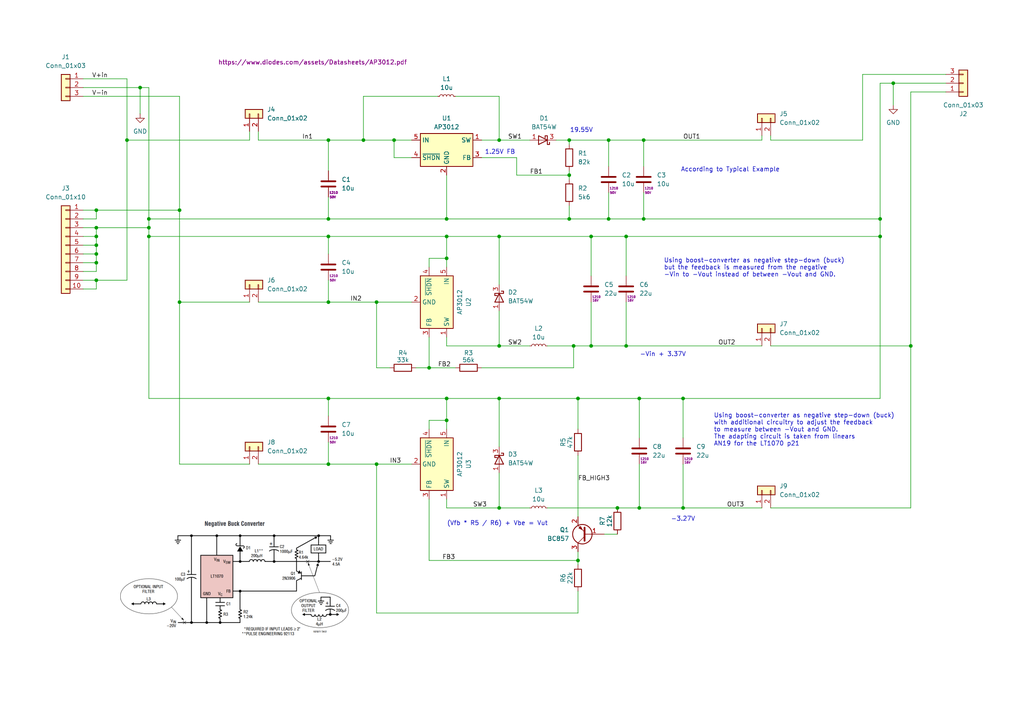
<source format=kicad_sch>
(kicad_sch
	(version 20231120)
	(generator "eeschema")
	(generator_version "8.0")
	(uuid "97005939-7e08-4407-87f1-92fe91034060")
	(paper "A4")
	
	(junction
		(at 114.3 40.64)
		(diameter 0)
		(color 0 0 0 0)
		(uuid "07cc638e-e3a2-4002-b522-895ccf53abd3")
	)
	(junction
		(at 198.12 147.32)
		(diameter 0)
		(color 0 0 0 0)
		(uuid "0fed739d-e170-4ff5-944b-efd544525cac")
	)
	(junction
		(at 144.78 40.64)
		(diameter 0)
		(color 0 0 0 0)
		(uuid "118a60d1-0b0d-4f24-bee8-d4083d14f2e0")
	)
	(junction
		(at 36.83 40.64)
		(diameter 0)
		(color 0 0 0 0)
		(uuid "1266319f-8c15-4739-98e6-2e140c3501d2")
	)
	(junction
		(at 144.78 115.57)
		(diameter 0)
		(color 0 0 0 0)
		(uuid "133db703-06dd-466f-9493-1430a55af57c")
	)
	(junction
		(at 165.1 40.64)
		(diameter 0)
		(color 0 0 0 0)
		(uuid "14ac138e-5c0b-45bf-956a-9292120c9fcf")
	)
	(junction
		(at 40.64 25.4)
		(diameter 0)
		(color 0 0 0 0)
		(uuid "15ba63e7-427d-444f-8ce8-ac46f6576089")
	)
	(junction
		(at 186.69 40.64)
		(diameter 0)
		(color 0 0 0 0)
		(uuid "165cae14-7fc3-4c55-a30a-e04becff0812")
	)
	(junction
		(at 52.07 60.96)
		(diameter 0)
		(color 0 0 0 0)
		(uuid "1ad4922f-b80e-4906-b103-1eaa3edf4476")
	)
	(junction
		(at 95.25 134.62)
		(diameter 0)
		(color 0 0 0 0)
		(uuid "1e7aa6ba-f4e7-442e-925b-76b4e19c5f94")
	)
	(junction
		(at 186.69 63.5)
		(diameter 0)
		(color 0 0 0 0)
		(uuid "265d6044-0d4e-4a73-8a9c-1d998b1700eb")
	)
	(junction
		(at 95.25 63.5)
		(diameter 0)
		(color 0 0 0 0)
		(uuid "2c350ae7-28ea-466e-8d11-1317d81ec851")
	)
	(junction
		(at 185.42 147.32)
		(diameter 0)
		(color 0 0 0 0)
		(uuid "2e3bce82-ec2e-4101-9888-d7ffae559d6c")
	)
	(junction
		(at 144.78 147.32)
		(diameter 0)
		(color 0 0 0 0)
		(uuid "2fa7aca3-2233-473e-a2f4-cbd023b1d3d5")
	)
	(junction
		(at 27.94 71.12)
		(diameter 0)
		(color 0 0 0 0)
		(uuid "2fbef7d1-3c5f-41df-b73d-c767127f0372")
	)
	(junction
		(at 27.94 68.58)
		(diameter 0)
		(color 0 0 0 0)
		(uuid "31c0456c-91b5-4d64-b250-60b51e18aa6c")
	)
	(junction
		(at 27.94 81.28)
		(diameter 0)
		(color 0 0 0 0)
		(uuid "335fd625-817e-4f7d-baf9-041fadb2cc3e")
	)
	(junction
		(at 259.08 24.13)
		(diameter 0)
		(color 0 0 0 0)
		(uuid "44509d90-0509-440e-bb39-105cfdff1e68")
	)
	(junction
		(at 176.53 40.64)
		(diameter 0)
		(color 0 0 0 0)
		(uuid "530bb55f-fbec-46a9-a5c2-40491f6bb13f")
	)
	(junction
		(at 198.12 115.57)
		(diameter 0)
		(color 0 0 0 0)
		(uuid "54f82327-0d1e-49f8-adbf-d133ff2efee3")
	)
	(junction
		(at 179.07 147.32)
		(diameter 0)
		(color 0 0 0 0)
		(uuid "58897688-8c00-438d-8140-3167bf0be69b")
	)
	(junction
		(at 95.25 68.58)
		(diameter 0)
		(color 0 0 0 0)
		(uuid "5cddf248-2fa3-470b-9342-d8298da3b3fc")
	)
	(junction
		(at 165.1 50.8)
		(diameter 0)
		(color 0 0 0 0)
		(uuid "5eaa30ad-98d9-444a-b3c7-7ec8ee816673")
	)
	(junction
		(at 129.54 115.57)
		(diameter 0)
		(color 0 0 0 0)
		(uuid "61d6b170-9ca8-4ed2-aa28-bf0576a1a745")
	)
	(junction
		(at 27.94 73.66)
		(diameter 0)
		(color 0 0 0 0)
		(uuid "648395e6-27f4-4e30-abe4-4e52c614628c")
	)
	(junction
		(at 165.1 63.5)
		(diameter 0)
		(color 0 0 0 0)
		(uuid "693dd3da-c483-432f-8e2e-a7101adfc344")
	)
	(junction
		(at 185.42 115.57)
		(diameter 0)
		(color 0 0 0 0)
		(uuid "72507518-945e-4557-bfb4-53b0c5f3b6ab")
	)
	(junction
		(at 109.22 134.62)
		(diameter 0)
		(color 0 0 0 0)
		(uuid "78c5bafd-1d4c-49d2-bde2-7fbd8e8ed1a7")
	)
	(junction
		(at 27.94 76.2)
		(diameter 0)
		(color 0 0 0 0)
		(uuid "7d980991-970a-410f-b3de-af534131e337")
	)
	(junction
		(at 129.54 63.5)
		(diameter 0)
		(color 0 0 0 0)
		(uuid "86d922e4-1cc0-4d36-965a-a5344b4cc1d2")
	)
	(junction
		(at 43.18 63.5)
		(diameter 0)
		(color 0 0 0 0)
		(uuid "8a6717a3-4826-41a5-bc05-953a7d69124a")
	)
	(junction
		(at 255.27 68.58)
		(diameter 0)
		(color 0 0 0 0)
		(uuid "8b0763c6-081a-4666-819f-9b70b2b6d410")
	)
	(junction
		(at 171.45 100.33)
		(diameter 0)
		(color 0 0 0 0)
		(uuid "8c2b4a33-97ac-4dc1-b87c-c98d4b5a74a5")
	)
	(junction
		(at 176.53 63.5)
		(diameter 0)
		(color 0 0 0 0)
		(uuid "8c999730-af54-4e0c-af5f-1a26666eb1ec")
	)
	(junction
		(at 105.41 40.64)
		(diameter 0)
		(color 0 0 0 0)
		(uuid "9447ea54-946e-49ec-b75f-ac87dc93bce7")
	)
	(junction
		(at 124.46 106.68)
		(diameter 0)
		(color 0 0 0 0)
		(uuid "96d52ae9-d97f-41bc-8910-fc0d4bd851b8")
	)
	(junction
		(at 144.78 100.33)
		(diameter 0)
		(color 0 0 0 0)
		(uuid "97e42be0-0491-4ed5-801d-944a9c4aa25b")
	)
	(junction
		(at 144.78 68.58)
		(diameter 0)
		(color 0 0 0 0)
		(uuid "9ce5d8d9-24ac-4c5b-90d5-7eef2e9fbb8d")
	)
	(junction
		(at 27.94 66.04)
		(diameter 0)
		(color 0 0 0 0)
		(uuid "9ee25bc8-9579-4a6e-aa1d-097e13271b30")
	)
	(junction
		(at 95.25 115.57)
		(diameter 0)
		(color 0 0 0 0)
		(uuid "b243ae12-58ae-4e8e-a282-719527cb6eb0")
	)
	(junction
		(at 171.45 68.58)
		(diameter 0)
		(color 0 0 0 0)
		(uuid "b4250f52-e557-4e7c-8a87-b2adad987eef")
	)
	(junction
		(at 129.54 121.92)
		(diameter 0)
		(color 0 0 0 0)
		(uuid "bc3f8275-7eee-4175-9194-a4869c63c3c3")
	)
	(junction
		(at 166.37 100.33)
		(diameter 0)
		(color 0 0 0 0)
		(uuid "bd0803ce-09a9-4c54-b20c-dd0dc54011e2")
	)
	(junction
		(at 255.27 63.5)
		(diameter 0)
		(color 0 0 0 0)
		(uuid "c0534fcb-79ec-4493-b02c-63081088b1cf")
	)
	(junction
		(at 27.94 60.96)
		(diameter 0)
		(color 0 0 0 0)
		(uuid "c4b37b9d-1243-4f2c-b95c-515c723b43e8")
	)
	(junction
		(at 95.25 87.63)
		(diameter 0)
		(color 0 0 0 0)
		(uuid "cc668a2a-c38e-48c1-9d1e-5704868c58ba")
	)
	(junction
		(at 129.54 74.93)
		(diameter 0)
		(color 0 0 0 0)
		(uuid "cd15481d-f992-4c0e-91b7-7415273cf0e0")
	)
	(junction
		(at 181.61 100.33)
		(diameter 0)
		(color 0 0 0 0)
		(uuid "d246d9ba-a270-4992-a693-407875cd061a")
	)
	(junction
		(at 95.25 40.64)
		(diameter 0)
		(color 0 0 0 0)
		(uuid "d28ae20b-d8e9-46ee-ae7a-6fd19d0615e5")
	)
	(junction
		(at 167.64 162.56)
		(diameter 0)
		(color 0 0 0 0)
		(uuid "d54b96f7-50e2-4326-bf66-ef143c8092dd")
	)
	(junction
		(at 43.18 68.58)
		(diameter 0)
		(color 0 0 0 0)
		(uuid "d6fce926-a1de-4a7c-abdc-702f2c2a864d")
	)
	(junction
		(at 43.18 66.04)
		(diameter 0)
		(color 0 0 0 0)
		(uuid "d9f11072-e1fe-4629-afdc-2376d26a70d3")
	)
	(junction
		(at 167.64 115.57)
		(diameter 0)
		(color 0 0 0 0)
		(uuid "e54649f2-1a61-42e2-8d48-7ed65505db72")
	)
	(junction
		(at 52.07 87.63)
		(diameter 0)
		(color 0 0 0 0)
		(uuid "ecdb16d2-285b-4f3c-924e-b5fb5439788b")
	)
	(junction
		(at 181.61 68.58)
		(diameter 0)
		(color 0 0 0 0)
		(uuid "f73b0d93-6c26-4425-b8e3-5dcafa89b7b8")
	)
	(junction
		(at 109.22 87.63)
		(diameter 0)
		(color 0 0 0 0)
		(uuid "f78774e6-d2c9-4da7-acc4-176d659538e9")
	)
	(junction
		(at 129.54 68.58)
		(diameter 0)
		(color 0 0 0 0)
		(uuid "f9451e91-1779-4a54-81a2-b81586de63f6")
	)
	(junction
		(at 264.16 100.33)
		(diameter 0)
		(color 0 0 0 0)
		(uuid "fcd7db8b-0c81-4ae1-8772-42339973c9f4")
	)
	(wire
		(pts
			(xy 165.1 49.53) (xy 165.1 50.8)
		)
		(stroke
			(width 0)
			(type default)
		)
		(uuid "0292d25e-a656-48fe-98ab-e3ce795a30c0")
	)
	(wire
		(pts
			(xy 43.18 63.5) (xy 43.18 66.04)
		)
		(stroke
			(width 0)
			(type default)
		)
		(uuid "029b99a1-6aed-41d2-966e-c82615a8538b")
	)
	(wire
		(pts
			(xy 109.22 134.62) (xy 95.25 134.62)
		)
		(stroke
			(width 0)
			(type default)
		)
		(uuid "02ac4c6c-ce4d-404a-abd0-b1413b83a0ad")
	)
	(wire
		(pts
			(xy 95.25 40.64) (xy 95.25 49.53)
		)
		(stroke
			(width 0)
			(type default)
		)
		(uuid "04758e6c-6452-4848-95c2-ae72ce1d4c4a")
	)
	(wire
		(pts
			(xy 181.61 68.58) (xy 181.61 80.01)
		)
		(stroke
			(width 0)
			(type default)
		)
		(uuid "055f3f4a-9451-4894-8b87-5bcc39bc68c4")
	)
	(wire
		(pts
			(xy 36.83 40.64) (xy 36.83 22.86)
		)
		(stroke
			(width 0)
			(type default)
		)
		(uuid "0888ae17-de32-49cf-9a47-8e7fc8f3f640")
	)
	(wire
		(pts
			(xy 144.78 68.58) (xy 171.45 68.58)
		)
		(stroke
			(width 0)
			(type default)
		)
		(uuid "0aab2b25-2a1f-4a99-801d-cd4f11a27990")
	)
	(wire
		(pts
			(xy 144.78 147.32) (xy 153.67 147.32)
		)
		(stroke
			(width 0)
			(type default)
		)
		(uuid "0bc752de-7fb8-4417-97a9-be5167669825")
	)
	(wire
		(pts
			(xy 129.54 144.78) (xy 129.54 147.32)
		)
		(stroke
			(width 0)
			(type default)
		)
		(uuid "0d925aa3-d21c-4d58-85d5-d39e7f7245fb")
	)
	(wire
		(pts
			(xy 52.07 60.96) (xy 52.07 27.94)
		)
		(stroke
			(width 0)
			(type default)
		)
		(uuid "0def7783-4e92-4bd6-8e3b-091a70120c1b")
	)
	(wire
		(pts
			(xy 27.94 71.12) (xy 27.94 68.58)
		)
		(stroke
			(width 0)
			(type default)
		)
		(uuid "0ea7728d-53c6-4f2b-aaf4-92d10b092962")
	)
	(wire
		(pts
			(xy 176.53 40.64) (xy 186.69 40.64)
		)
		(stroke
			(width 0)
			(type default)
		)
		(uuid "106c04f9-df50-42b3-97a6-720cd6dddff0")
	)
	(wire
		(pts
			(xy 167.64 177.8) (xy 109.22 177.8)
		)
		(stroke
			(width 0)
			(type default)
		)
		(uuid "107f9e88-73b8-4a9d-a881-791511caf20f")
	)
	(wire
		(pts
			(xy 181.61 100.33) (xy 220.98 100.33)
		)
		(stroke
			(width 0)
			(type default)
		)
		(uuid "125c75e8-8a6c-41a9-a4bc-4767def2bbdd")
	)
	(wire
		(pts
			(xy 132.08 106.68) (xy 124.46 106.68)
		)
		(stroke
			(width 0)
			(type default)
		)
		(uuid "14173aea-43c2-45e4-96fe-1b595a534a72")
	)
	(wire
		(pts
			(xy 165.1 59.69) (xy 165.1 63.5)
		)
		(stroke
			(width 0)
			(type default)
		)
		(uuid "14785256-0aab-4188-a764-9ef08de69da8")
	)
	(wire
		(pts
			(xy 129.54 50.8) (xy 129.54 63.5)
		)
		(stroke
			(width 0)
			(type default)
		)
		(uuid "14ebf702-2912-45e4-9af5-5941a2bd9d00")
	)
	(wire
		(pts
			(xy 114.3 45.72) (xy 114.3 40.64)
		)
		(stroke
			(width 0)
			(type default)
		)
		(uuid "17b18fd9-f2d1-4b9f-948e-eb72253fdce2")
	)
	(wire
		(pts
			(xy 198.12 115.57) (xy 198.12 127)
		)
		(stroke
			(width 0)
			(type default)
		)
		(uuid "17db2acd-14fd-422a-a4d9-fd9e68e44b65")
	)
	(wire
		(pts
			(xy 175.26 154.94) (xy 179.07 154.94)
		)
		(stroke
			(width 0)
			(type default)
		)
		(uuid "1caf8a70-0174-42ac-aaee-211d688a42ad")
	)
	(wire
		(pts
			(xy 109.22 134.62) (xy 109.22 177.8)
		)
		(stroke
			(width 0)
			(type default)
		)
		(uuid "1e8063dd-7933-4afb-9c0d-8cdec7546b8f")
	)
	(wire
		(pts
			(xy 129.54 74.93) (xy 129.54 77.47)
		)
		(stroke
			(width 0)
			(type default)
		)
		(uuid "1f2da6f2-56b2-4855-82d6-6f83f794857f")
	)
	(wire
		(pts
			(xy 72.39 38.1) (xy 72.39 40.64)
		)
		(stroke
			(width 0)
			(type default)
		)
		(uuid "211d19bf-4da2-452b-b648-4da7e7bb18f2")
	)
	(wire
		(pts
			(xy 255.27 24.13) (xy 259.08 24.13)
		)
		(stroke
			(width 0)
			(type default)
		)
		(uuid "2313223c-5d95-4ad1-bbba-0c165e075445")
	)
	(wire
		(pts
			(xy 27.94 66.04) (xy 43.18 66.04)
		)
		(stroke
			(width 0)
			(type default)
		)
		(uuid "2616dd7a-1c10-48b0-a7a2-fab723d47e1c")
	)
	(wire
		(pts
			(xy 129.54 68.58) (xy 129.54 74.93)
		)
		(stroke
			(width 0)
			(type default)
		)
		(uuid "26ea5290-06f5-4a0e-acdb-4f9bf84c01ac")
	)
	(wire
		(pts
			(xy 24.13 22.86) (xy 36.83 22.86)
		)
		(stroke
			(width 0)
			(type default)
		)
		(uuid "281b7b73-1968-4ae3-b74a-d571627dfa7d")
	)
	(wire
		(pts
			(xy 129.54 115.57) (xy 144.78 115.57)
		)
		(stroke
			(width 0)
			(type default)
		)
		(uuid "28361a1b-ee1b-4b9d-8215-3446b6b46212")
	)
	(wire
		(pts
			(xy 43.18 68.58) (xy 43.18 115.57)
		)
		(stroke
			(width 0)
			(type default)
		)
		(uuid "287e3c66-b49f-42c3-8d94-36ea3defb142")
	)
	(wire
		(pts
			(xy 119.38 87.63) (xy 109.22 87.63)
		)
		(stroke
			(width 0)
			(type default)
		)
		(uuid "2a114f84-efa3-4e30-8373-5b5f4aead9ef")
	)
	(wire
		(pts
			(xy 186.69 40.64) (xy 186.69 48.26)
		)
		(stroke
			(width 0)
			(type default)
		)
		(uuid "2c00bd9a-82d4-418d-9900-54ff8e6c4431")
	)
	(wire
		(pts
			(xy 105.41 40.64) (xy 114.3 40.64)
		)
		(stroke
			(width 0)
			(type default)
		)
		(uuid "2c695a3e-dbc8-48ac-95c9-026d53c1630f")
	)
	(wire
		(pts
			(xy 144.78 40.64) (xy 153.67 40.64)
		)
		(stroke
			(width 0)
			(type default)
		)
		(uuid "2d6e3cfa-4812-4992-b696-e23f506d3a4e")
	)
	(wire
		(pts
			(xy 259.08 24.13) (xy 274.32 24.13)
		)
		(stroke
			(width 0)
			(type default)
		)
		(uuid "306cbaba-c874-4da9-986f-baa3e903094d")
	)
	(wire
		(pts
			(xy 167.64 162.56) (xy 167.64 163.83)
		)
		(stroke
			(width 0)
			(type default)
		)
		(uuid "33e95f1c-c75b-4f63-adea-cd0c162363be")
	)
	(wire
		(pts
			(xy 124.46 74.93) (xy 124.46 77.47)
		)
		(stroke
			(width 0)
			(type default)
		)
		(uuid "34004c6c-4b9b-4cb3-9c8a-75caedab9587")
	)
	(wire
		(pts
			(xy 27.94 78.74) (xy 27.94 76.2)
		)
		(stroke
			(width 0)
			(type default)
		)
		(uuid "345903bf-b0b7-4995-86b5-60d144556a80")
	)
	(wire
		(pts
			(xy 165.1 63.5) (xy 176.53 63.5)
		)
		(stroke
			(width 0)
			(type default)
		)
		(uuid "349be1cb-f327-49e8-9570-2700a7c9d49e")
	)
	(wire
		(pts
			(xy 158.75 147.32) (xy 179.07 147.32)
		)
		(stroke
			(width 0)
			(type default)
		)
		(uuid "3648e416-cd8f-40c3-a350-9809c6aa7576")
	)
	(wire
		(pts
			(xy 72.39 40.64) (xy 36.83 40.64)
		)
		(stroke
			(width 0)
			(type default)
		)
		(uuid "3686bf39-9bba-4e7d-908f-cf9a57b65d6f")
	)
	(wire
		(pts
			(xy 139.7 106.68) (xy 166.37 106.68)
		)
		(stroke
			(width 0)
			(type default)
		)
		(uuid "37487be2-4d36-4425-af33-00b5bac7f096")
	)
	(wire
		(pts
			(xy 27.94 60.96) (xy 52.07 60.96)
		)
		(stroke
			(width 0)
			(type default)
		)
		(uuid "37de97fe-e49d-48ca-8fa7-fa545da9c9d7")
	)
	(wire
		(pts
			(xy 255.27 68.58) (xy 255.27 63.5)
		)
		(stroke
			(width 0)
			(type default)
		)
		(uuid "381d22b8-7d4b-4fea-8ff0-e9fa76e63eea")
	)
	(wire
		(pts
			(xy 144.78 100.33) (xy 153.67 100.33)
		)
		(stroke
			(width 0)
			(type default)
		)
		(uuid "3a7691e5-968d-4f9f-869e-e17e50eeaf4b")
	)
	(wire
		(pts
			(xy 109.22 106.68) (xy 109.22 87.63)
		)
		(stroke
			(width 0)
			(type default)
		)
		(uuid "3c3da1fb-b87f-4709-b909-2bb99f83c877")
	)
	(wire
		(pts
			(xy 124.46 162.56) (xy 167.64 162.56)
		)
		(stroke
			(width 0)
			(type default)
		)
		(uuid "3da12098-281b-480b-bb3f-65902b74922a")
	)
	(wire
		(pts
			(xy 129.54 121.92) (xy 129.54 124.46)
		)
		(stroke
			(width 0)
			(type default)
		)
		(uuid "3e885e30-04f8-4ac4-9d3b-0b81a41c842f")
	)
	(wire
		(pts
			(xy 24.13 25.4) (xy 40.64 25.4)
		)
		(stroke
			(width 0)
			(type default)
		)
		(uuid "46a5cd17-1889-44dd-8059-58a9348a3b75")
	)
	(wire
		(pts
			(xy 129.54 100.33) (xy 144.78 100.33)
		)
		(stroke
			(width 0)
			(type default)
		)
		(uuid "481085dc-708a-47bf-b42a-667ca0175edb")
	)
	(wire
		(pts
			(xy 27.94 60.96) (xy 27.94 63.5)
		)
		(stroke
			(width 0)
			(type default)
		)
		(uuid "481d2e55-4756-4eed-8378-3c1806abc93c")
	)
	(wire
		(pts
			(xy 27.94 73.66) (xy 27.94 71.12)
		)
		(stroke
			(width 0)
			(type default)
		)
		(uuid "4ad3a066-50e0-4cd9-ae39-a93f01b3d6e1")
	)
	(wire
		(pts
			(xy 181.61 68.58) (xy 255.27 68.58)
		)
		(stroke
			(width 0)
			(type default)
		)
		(uuid "4ba4255f-fea7-49fd-80bf-ccd44cc6fa30")
	)
	(wire
		(pts
			(xy 43.18 66.04) (xy 43.18 68.58)
		)
		(stroke
			(width 0)
			(type default)
		)
		(uuid "4bd01f3d-c7eb-4b30-9ca8-a243f1caf5cc")
	)
	(wire
		(pts
			(xy 132.08 27.94) (xy 144.78 27.94)
		)
		(stroke
			(width 0)
			(type default)
		)
		(uuid "4dfd8f84-4a1e-4dec-a9b1-fecba42f4cd3")
	)
	(wire
		(pts
			(xy 114.3 40.64) (xy 119.38 40.64)
		)
		(stroke
			(width 0)
			(type default)
		)
		(uuid "4e2fab9d-fdba-46c1-8ca0-3c124e572877")
	)
	(wire
		(pts
			(xy 27.94 81.28) (xy 27.94 83.82)
		)
		(stroke
			(width 0)
			(type default)
		)
		(uuid "4ec1c14d-9dce-4cc2-a2f0-efc533094d7b")
	)
	(wire
		(pts
			(xy 124.46 144.78) (xy 124.46 162.56)
		)
		(stroke
			(width 0)
			(type default)
		)
		(uuid "52bea78f-edc9-4039-9097-9f13b1cee2ee")
	)
	(wire
		(pts
			(xy 185.42 134.62) (xy 185.42 147.32)
		)
		(stroke
			(width 0)
			(type default)
		)
		(uuid "59f52a1d-57a9-4547-8b77-5564422c9d6d")
	)
	(wire
		(pts
			(xy 264.16 147.32) (xy 264.16 100.33)
		)
		(stroke
			(width 0)
			(type default)
		)
		(uuid "5a76e67b-6ca5-4393-9a5d-a6cd57710602")
	)
	(wire
		(pts
			(xy 24.13 76.2) (xy 27.94 76.2)
		)
		(stroke
			(width 0)
			(type default)
		)
		(uuid "5d08ae22-728e-452c-b29a-421c16e2cbc5")
	)
	(wire
		(pts
			(xy 220.98 40.64) (xy 220.98 39.37)
		)
		(stroke
			(width 0)
			(type default)
		)
		(uuid "5d6432c5-79fe-4df6-859e-5f94e43456be")
	)
	(wire
		(pts
			(xy 139.7 45.72) (xy 149.86 45.72)
		)
		(stroke
			(width 0)
			(type default)
		)
		(uuid "5e867f47-1cbb-4e5d-b3b8-08871fa820a4")
	)
	(wire
		(pts
			(xy 185.42 115.57) (xy 198.12 115.57)
		)
		(stroke
			(width 0)
			(type default)
		)
		(uuid "6182608f-82b1-4b5d-8bf1-80d69b9a9421")
	)
	(wire
		(pts
			(xy 24.13 66.04) (xy 27.94 66.04)
		)
		(stroke
			(width 0)
			(type default)
		)
		(uuid "629fc705-f62e-4da9-b303-3b3b2db35e50")
	)
	(wire
		(pts
			(xy 165.1 40.64) (xy 176.53 40.64)
		)
		(stroke
			(width 0)
			(type default)
		)
		(uuid "6370d363-2fd5-4fd0-ad59-ec706a9557d5")
	)
	(wire
		(pts
			(xy 179.07 147.32) (xy 185.42 147.32)
		)
		(stroke
			(width 0)
			(type default)
		)
		(uuid "64ef819b-5f4f-403f-aaf7-97454d6ecf76")
	)
	(wire
		(pts
			(xy 250.19 21.59) (xy 274.32 21.59)
		)
		(stroke
			(width 0)
			(type default)
		)
		(uuid "65ae67f4-c848-44fe-b506-83262a882641")
	)
	(wire
		(pts
			(xy 24.13 78.74) (xy 27.94 78.74)
		)
		(stroke
			(width 0)
			(type default)
		)
		(uuid "674fdc6e-af78-4531-8ef3-50889c087763")
	)
	(wire
		(pts
			(xy 95.25 115.57) (xy 129.54 115.57)
		)
		(stroke
			(width 0)
			(type default)
		)
		(uuid "693e0e7a-0b6d-44ae-bff9-bd1adf888ba7")
	)
	(wire
		(pts
			(xy 264.16 26.67) (xy 274.32 26.67)
		)
		(stroke
			(width 0)
			(type default)
		)
		(uuid "6ad53e2a-8a82-481a-b093-aa39d6cf60b0")
	)
	(wire
		(pts
			(xy 167.64 115.57) (xy 185.42 115.57)
		)
		(stroke
			(width 0)
			(type default)
		)
		(uuid "6e2ba88c-12c1-4a88-8efb-4251b1752e86")
	)
	(wire
		(pts
			(xy 167.64 171.45) (xy 167.64 177.8)
		)
		(stroke
			(width 0)
			(type default)
		)
		(uuid "6f81ba55-e7af-4cc3-8538-942c272b82d5")
	)
	(wire
		(pts
			(xy 171.45 100.33) (xy 181.61 100.33)
		)
		(stroke
			(width 0)
			(type default)
		)
		(uuid "6fa12348-22b3-4633-bb65-a03dee9ddcd6")
	)
	(wire
		(pts
			(xy 129.54 68.58) (xy 144.78 68.58)
		)
		(stroke
			(width 0)
			(type default)
		)
		(uuid "6fe50bd9-92eb-4185-a71d-9c6bb30549ca")
	)
	(wire
		(pts
			(xy 95.25 87.63) (xy 74.93 87.63)
		)
		(stroke
			(width 0)
			(type default)
		)
		(uuid "70ca0555-38db-47ec-aa88-340a2354f9f2")
	)
	(wire
		(pts
			(xy 165.1 40.64) (xy 165.1 41.91)
		)
		(stroke
			(width 0)
			(type default)
		)
		(uuid "71a34f41-fbbc-4f9d-a44a-70b3c8fa37d7")
	)
	(wire
		(pts
			(xy 124.46 121.92) (xy 124.46 124.46)
		)
		(stroke
			(width 0)
			(type default)
		)
		(uuid "743e35f1-33c5-4841-9ec0-419142c825e0")
	)
	(wire
		(pts
			(xy 223.52 147.32) (xy 264.16 147.32)
		)
		(stroke
			(width 0)
			(type default)
		)
		(uuid "751a5758-4a7c-4ad0-b792-6d95713b4d4f")
	)
	(wire
		(pts
			(xy 171.45 87.63) (xy 171.45 100.33)
		)
		(stroke
			(width 0)
			(type default)
		)
		(uuid "77bf1c97-adff-4965-80d8-da3fe53f49d7")
	)
	(wire
		(pts
			(xy 181.61 87.63) (xy 181.61 100.33)
		)
		(stroke
			(width 0)
			(type default)
		)
		(uuid "77d56c60-1c98-49ad-b99e-1927e81d3869")
	)
	(wire
		(pts
			(xy 52.07 87.63) (xy 52.07 134.62)
		)
		(stroke
			(width 0)
			(type default)
		)
		(uuid "7b5e98f3-c762-4e81-86c1-e44a3b47b79a")
	)
	(wire
		(pts
			(xy 186.69 55.88) (xy 186.69 63.5)
		)
		(stroke
			(width 0)
			(type default)
		)
		(uuid "7bb7f5fa-c920-4398-94d8-a1ce92734fc2")
	)
	(wire
		(pts
			(xy 255.27 63.5) (xy 255.27 24.13)
		)
		(stroke
			(width 0)
			(type default)
		)
		(uuid "7c390f56-ecd9-4bb2-a83b-90683962efb0")
	)
	(wire
		(pts
			(xy 255.27 115.57) (xy 255.27 68.58)
		)
		(stroke
			(width 0)
			(type default)
		)
		(uuid "7d4fb792-b7a3-4f7c-abab-35a7e28f646c")
	)
	(wire
		(pts
			(xy 129.54 115.57) (xy 129.54 121.92)
		)
		(stroke
			(width 0)
			(type default)
		)
		(uuid "7d9bda38-4c53-4400-a5d2-99b3e69f5199")
	)
	(wire
		(pts
			(xy 24.13 73.66) (xy 27.94 73.66)
		)
		(stroke
			(width 0)
			(type default)
		)
		(uuid "83c650fd-fdfe-48e8-8880-8d5ec6fe9945")
	)
	(wire
		(pts
			(xy 167.64 160.02) (xy 167.64 162.56)
		)
		(stroke
			(width 0)
			(type default)
		)
		(uuid "840ae2bd-fbc7-4526-94b0-de8957dd8633")
	)
	(wire
		(pts
			(xy 27.94 68.58) (xy 27.94 66.04)
		)
		(stroke
			(width 0)
			(type default)
		)
		(uuid "86b6398a-18da-4e79-b8a6-ace9d16499ea")
	)
	(wire
		(pts
			(xy 158.75 100.33) (xy 166.37 100.33)
		)
		(stroke
			(width 0)
			(type default)
		)
		(uuid "87725997-7ff7-4d25-8b83-abced5d8f56a")
	)
	(wire
		(pts
			(xy 144.78 115.57) (xy 144.78 129.54)
		)
		(stroke
			(width 0)
			(type default)
		)
		(uuid "87d91334-3b9b-4501-9141-cd5c298ee6ab")
	)
	(wire
		(pts
			(xy 149.86 45.72) (xy 149.86 50.8)
		)
		(stroke
			(width 0)
			(type default)
		)
		(uuid "8902f6d2-fb9a-46c5-bd6f-8865ba44afbe")
	)
	(wire
		(pts
			(xy 105.41 27.94) (xy 105.41 40.64)
		)
		(stroke
			(width 0)
			(type default)
		)
		(uuid "8980ef1e-d8fb-48e1-9aac-1f1c1159fb72")
	)
	(wire
		(pts
			(xy 24.13 60.96) (xy 27.94 60.96)
		)
		(stroke
			(width 0)
			(type default)
		)
		(uuid "8ea87ffd-a27f-4450-b1a7-9a89b0bf5229")
	)
	(wire
		(pts
			(xy 144.78 68.58) (xy 144.78 82.55)
		)
		(stroke
			(width 0)
			(type default)
		)
		(uuid "8eaf0bef-a005-484b-9800-1e76ab5e0e5d")
	)
	(wire
		(pts
			(xy 24.13 63.5) (xy 27.94 63.5)
		)
		(stroke
			(width 0)
			(type default)
		)
		(uuid "910c5477-05e5-4be4-a220-4b398329807a")
	)
	(wire
		(pts
			(xy 129.54 147.32) (xy 144.78 147.32)
		)
		(stroke
			(width 0)
			(type default)
		)
		(uuid "916f82f4-5843-4b9e-a7ee-040656cfda42")
	)
	(wire
		(pts
			(xy 24.13 83.82) (xy 27.94 83.82)
		)
		(stroke
			(width 0)
			(type default)
		)
		(uuid "91783b2d-d74c-4622-9f30-ec81225619fa")
	)
	(wire
		(pts
			(xy 129.54 63.5) (xy 95.25 63.5)
		)
		(stroke
			(width 0)
			(type default)
		)
		(uuid "95e1d2ad-f7c0-454e-ae49-5c1beb84cdfd")
	)
	(wire
		(pts
			(xy 43.18 68.58) (xy 95.25 68.58)
		)
		(stroke
			(width 0)
			(type default)
		)
		(uuid "96a71b69-3666-4aa0-a134-95ec3756aa35")
	)
	(wire
		(pts
			(xy 144.78 115.57) (xy 167.64 115.57)
		)
		(stroke
			(width 0)
			(type default)
		)
		(uuid "9ceadd65-2b9f-4219-b210-3dc36b17f0f4")
	)
	(wire
		(pts
			(xy 74.93 40.64) (xy 95.25 40.64)
		)
		(stroke
			(width 0)
			(type default)
		)
		(uuid "9e38b04e-9992-4b71-b64c-53b39d3b7ff1")
	)
	(wire
		(pts
			(xy 144.78 137.16) (xy 144.78 147.32)
		)
		(stroke
			(width 0)
			(type default)
		)
		(uuid "9f85d223-59be-4d3a-b6de-1ffd4020d931")
	)
	(wire
		(pts
			(xy 223.52 39.37) (xy 223.52 40.64)
		)
		(stroke
			(width 0)
			(type default)
		)
		(uuid "9fa14b18-d55e-48c6-a7e3-c0de52d70661")
	)
	(wire
		(pts
			(xy 119.38 45.72) (xy 114.3 45.72)
		)
		(stroke
			(width 0)
			(type default)
		)
		(uuid "9ff3004d-f164-46bd-9d48-4bd8a7410726")
	)
	(wire
		(pts
			(xy 113.03 106.68) (xy 109.22 106.68)
		)
		(stroke
			(width 0)
			(type default)
		)
		(uuid "9ff6fd6c-81f4-465b-9ef2-a006ddcffc98")
	)
	(wire
		(pts
			(xy 149.86 50.8) (xy 165.1 50.8)
		)
		(stroke
			(width 0)
			(type default)
		)
		(uuid "9ff9e859-a1c1-4d96-915a-d609d8c73d3d")
	)
	(wire
		(pts
			(xy 176.53 55.88) (xy 176.53 63.5)
		)
		(stroke
			(width 0)
			(type default)
		)
		(uuid "a103cda2-6ea4-4518-ae13-da7fea458d82")
	)
	(wire
		(pts
			(xy 161.29 40.64) (xy 165.1 40.64)
		)
		(stroke
			(width 0)
			(type default)
		)
		(uuid "a129b8fb-503b-47f8-991a-70e72117e02b")
	)
	(wire
		(pts
			(xy 223.52 40.64) (xy 250.19 40.64)
		)
		(stroke
			(width 0)
			(type default)
		)
		(uuid "a24a8e60-481e-456d-801c-160791b322bb")
	)
	(wire
		(pts
			(xy 124.46 121.92) (xy 129.54 121.92)
		)
		(stroke
			(width 0)
			(type default)
		)
		(uuid "a46228a8-e2d8-4f9f-b12d-7b75196adea8")
	)
	(wire
		(pts
			(xy 124.46 97.79) (xy 124.46 106.68)
		)
		(stroke
			(width 0)
			(type default)
		)
		(uuid "a48acb81-9e8f-4cfd-bc60-3fd084e55a3d")
	)
	(wire
		(pts
			(xy 144.78 90.17) (xy 144.78 100.33)
		)
		(stroke
			(width 0)
			(type default)
		)
		(uuid "a51e08e1-033c-4d49-a1dc-7b41b437b85d")
	)
	(wire
		(pts
			(xy 124.46 74.93) (xy 129.54 74.93)
		)
		(stroke
			(width 0)
			(type default)
		)
		(uuid "a5f7c3cc-4de0-43b8-9cb6-1a9bc952c58b")
	)
	(wire
		(pts
			(xy 176.53 40.64) (xy 176.53 48.26)
		)
		(stroke
			(width 0)
			(type default)
		)
		(uuid "a93ad8e3-953f-43b7-a5d6-e8009fb7da07")
	)
	(wire
		(pts
			(xy 109.22 87.63) (xy 95.25 87.63)
		)
		(stroke
			(width 0)
			(type default)
		)
		(uuid "a9a8899e-ee75-4881-98b2-6378786944ce")
	)
	(wire
		(pts
			(xy 165.1 50.8) (xy 165.1 52.07)
		)
		(stroke
			(width 0)
			(type default)
		)
		(uuid "a9ed4811-405e-4162-88b5-90717d7b4cf5")
	)
	(wire
		(pts
			(xy 223.52 100.33) (xy 264.16 100.33)
		)
		(stroke
			(width 0)
			(type default)
		)
		(uuid "aaa9c5da-af5f-462a-a896-e9a510fd2060")
	)
	(wire
		(pts
			(xy 198.12 134.62) (xy 198.12 147.32)
		)
		(stroke
			(width 0)
			(type default)
		)
		(uuid "aba0a3c7-1945-495b-85ef-54c665025522")
	)
	(wire
		(pts
			(xy 27.94 81.28) (xy 36.83 81.28)
		)
		(stroke
			(width 0)
			(type default)
		)
		(uuid "acd96b55-12a1-4bdd-bd82-4d37de060f54")
	)
	(wire
		(pts
			(xy 264.16 100.33) (xy 264.16 26.67)
		)
		(stroke
			(width 0)
			(type default)
		)
		(uuid "b20a79c8-095c-49cc-8e3a-aac5a9b6fd75")
	)
	(wire
		(pts
			(xy 198.12 115.57) (xy 255.27 115.57)
		)
		(stroke
			(width 0)
			(type default)
		)
		(uuid "b3f5e41c-e727-4ecb-9c52-57e4dfb7dfe0")
	)
	(wire
		(pts
			(xy 129.54 97.79) (xy 129.54 100.33)
		)
		(stroke
			(width 0)
			(type default)
		)
		(uuid "b8e7ffc4-d4eb-482a-bae1-8eefb931cdf5")
	)
	(wire
		(pts
			(xy 24.13 27.94) (xy 52.07 27.94)
		)
		(stroke
			(width 0)
			(type default)
		)
		(uuid "ba17ff0d-d6cf-407b-b0f9-7c0ac889084d")
	)
	(wire
		(pts
			(xy 129.54 63.5) (xy 165.1 63.5)
		)
		(stroke
			(width 0)
			(type default)
		)
		(uuid "ba543dbf-e820-4d74-90ff-a7e2256601c3")
	)
	(wire
		(pts
			(xy 127 27.94) (xy 105.41 27.94)
		)
		(stroke
			(width 0)
			(type default)
		)
		(uuid "bab5c3a5-f93a-442b-b5c5-0ecb8ae9ce77")
	)
	(wire
		(pts
			(xy 167.64 132.08) (xy 167.64 149.86)
		)
		(stroke
			(width 0)
			(type default)
		)
		(uuid "bcb52b74-cbcc-42d8-ad98-46537d9de558")
	)
	(wire
		(pts
			(xy 95.25 115.57) (xy 95.25 120.65)
		)
		(stroke
			(width 0)
			(type default)
		)
		(uuid "bcf3e727-b4ea-42e4-a9a3-067f3dcbb45a")
	)
	(wire
		(pts
			(xy 139.7 40.64) (xy 144.78 40.64)
		)
		(stroke
			(width 0)
			(type default)
		)
		(uuid "bf918930-fa62-4f7d-8c58-01cae3eadc17")
	)
	(wire
		(pts
			(xy 72.39 87.63) (xy 52.07 87.63)
		)
		(stroke
			(width 0)
			(type default)
		)
		(uuid "c274ced0-98dd-4e2a-acc9-e6cf0522d3c5")
	)
	(wire
		(pts
			(xy 74.93 38.1) (xy 74.93 40.64)
		)
		(stroke
			(width 0)
			(type default)
		)
		(uuid "c64e5a0d-d34b-429f-aa89-50ce704f78fc")
	)
	(wire
		(pts
			(xy 95.25 57.15) (xy 95.25 63.5)
		)
		(stroke
			(width 0)
			(type default)
		)
		(uuid "c944b379-0131-4069-b572-56c1b9cd2c12")
	)
	(wire
		(pts
			(xy 95.25 63.5) (xy 43.18 63.5)
		)
		(stroke
			(width 0)
			(type default)
		)
		(uuid "c99104e8-cf90-4f44-a316-e023fc7ea791")
	)
	(wire
		(pts
			(xy 95.25 40.64) (xy 105.41 40.64)
		)
		(stroke
			(width 0)
			(type default)
		)
		(uuid "cb16f4c3-6166-4e46-9e67-d91b7fe15909")
	)
	(wire
		(pts
			(xy 166.37 106.68) (xy 166.37 100.33)
		)
		(stroke
			(width 0)
			(type default)
		)
		(uuid "cc1b7dc6-1538-46ec-8200-3b6c0b4a7827")
	)
	(wire
		(pts
			(xy 72.39 134.62) (xy 52.07 134.62)
		)
		(stroke
			(width 0)
			(type default)
		)
		(uuid "cefda273-33b7-42d6-b7fd-7acb4e71448e")
	)
	(wire
		(pts
			(xy 144.78 27.94) (xy 144.78 40.64)
		)
		(stroke
			(width 0)
			(type default)
		)
		(uuid "d10ba893-4d70-4ca0-b5e0-e17956a29438")
	)
	(wire
		(pts
			(xy 27.94 76.2) (xy 27.94 73.66)
		)
		(stroke
			(width 0)
			(type default)
		)
		(uuid "d28a7072-520b-413a-852c-991574c73b71")
	)
	(wire
		(pts
			(xy 259.08 24.13) (xy 259.08 30.48)
		)
		(stroke
			(width 0)
			(type default)
		)
		(uuid "d5e96ff2-3445-4b0b-9b3d-1819f617d671")
	)
	(wire
		(pts
			(xy 166.37 100.33) (xy 171.45 100.33)
		)
		(stroke
			(width 0)
			(type default)
		)
		(uuid "d71bb2d7-d61d-48de-b50a-d995aa685ede")
	)
	(wire
		(pts
			(xy 40.64 25.4) (xy 43.18 25.4)
		)
		(stroke
			(width 0)
			(type default)
		)
		(uuid "d7f39750-af79-4eeb-a800-1ca8ecc0a7f1")
	)
	(wire
		(pts
			(xy 43.18 25.4) (xy 43.18 63.5)
		)
		(stroke
			(width 0)
			(type default)
		)
		(uuid "d893dcd1-d15f-475c-8f24-4cd3223f42f0")
	)
	(wire
		(pts
			(xy 24.13 71.12) (xy 27.94 71.12)
		)
		(stroke
			(width 0)
			(type default)
		)
		(uuid "d8ac72f5-562a-4ea4-96d1-7f0101b18b26")
	)
	(wire
		(pts
			(xy 171.45 68.58) (xy 171.45 80.01)
		)
		(stroke
			(width 0)
			(type default)
		)
		(uuid "dd19db90-ef5c-4399-8ba9-4ad8d9d04a7c")
	)
	(wire
		(pts
			(xy 119.38 134.62) (xy 109.22 134.62)
		)
		(stroke
			(width 0)
			(type default)
		)
		(uuid "df863d1a-f253-4721-be12-08f4a2e80d29")
	)
	(wire
		(pts
			(xy 95.25 68.58) (xy 95.25 73.66)
		)
		(stroke
			(width 0)
			(type default)
		)
		(uuid "e22d9194-290a-487a-ad27-ab3a79ebece4")
	)
	(wire
		(pts
			(xy 124.46 106.68) (xy 120.65 106.68)
		)
		(stroke
			(width 0)
			(type default)
		)
		(uuid "e5be960f-9f7d-49fb-b318-97b55799857b")
	)
	(wire
		(pts
			(xy 185.42 115.57) (xy 185.42 127)
		)
		(stroke
			(width 0)
			(type default)
		)
		(uuid "e602aa3d-a208-4f36-8388-fe156da85537")
	)
	(wire
		(pts
			(xy 186.69 63.5) (xy 255.27 63.5)
		)
		(stroke
			(width 0)
			(type default)
		)
		(uuid "e77e21d1-58df-4c70-9adf-e7e351ff5d30")
	)
	(wire
		(pts
			(xy 43.18 115.57) (xy 95.25 115.57)
		)
		(stroke
			(width 0)
			(type default)
		)
		(uuid "e7d110eb-e4fd-41b7-be98-b661f75881fb")
	)
	(wire
		(pts
			(xy 52.07 60.96) (xy 52.07 87.63)
		)
		(stroke
			(width 0)
			(type default)
		)
		(uuid "e90ef1fd-4c4a-4de9-aaa7-46859eee369d")
	)
	(wire
		(pts
			(xy 24.13 68.58) (xy 27.94 68.58)
		)
		(stroke
			(width 0)
			(type default)
		)
		(uuid "eb650a3c-1e21-436d-adb0-7682b64a441f")
	)
	(wire
		(pts
			(xy 95.25 128.27) (xy 95.25 134.62)
		)
		(stroke
			(width 0)
			(type default)
		)
		(uuid "edbec704-f817-47a4-b7a5-4cd3531e79a8")
	)
	(wire
		(pts
			(xy 176.53 63.5) (xy 186.69 63.5)
		)
		(stroke
			(width 0)
			(type default)
		)
		(uuid "edd33c5a-7e40-4ac4-af7c-6239ddcd7d86")
	)
	(wire
		(pts
			(xy 95.25 68.58) (xy 129.54 68.58)
		)
		(stroke
			(width 0)
			(type default)
		)
		(uuid "f51bae8e-18d5-4510-864d-8380dcf9ebed")
	)
	(wire
		(pts
			(xy 171.45 68.58) (xy 181.61 68.58)
		)
		(stroke
			(width 0)
			(type default)
		)
		(uuid "f532f7e6-9f0d-4855-8bd8-c265f662e8b5")
	)
	(wire
		(pts
			(xy 36.83 81.28) (xy 36.83 40.64)
		)
		(stroke
			(width 0)
			(type default)
		)
		(uuid "f5c20242-c495-41e4-b34b-88f7a4bb7993")
	)
	(wire
		(pts
			(xy 95.25 81.28) (xy 95.25 87.63)
		)
		(stroke
			(width 0)
			(type default)
		)
		(uuid "f5f12b26-01ac-49a1-9ee5-3cb55092a33a")
	)
	(wire
		(pts
			(xy 95.25 134.62) (xy 74.93 134.62)
		)
		(stroke
			(width 0)
			(type default)
		)
		(uuid "f690b649-d38e-44b2-a527-5eedb5b27eb0")
	)
	(wire
		(pts
			(xy 40.64 25.4) (xy 40.64 33.02)
		)
		(stroke
			(width 0)
			(type default)
		)
		(uuid "f6c68c10-ca66-41d9-b5c5-c1d0a46751fd")
	)
	(wire
		(pts
			(xy 186.69 40.64) (xy 220.98 40.64)
		)
		(stroke
			(width 0)
			(type default)
		)
		(uuid "f89ecd74-5c49-4182-85a8-9280c1fcf4f8")
	)
	(wire
		(pts
			(xy 167.64 115.57) (xy 167.64 124.46)
		)
		(stroke
			(width 0)
			(type default)
		)
		(uuid "f9811a2a-6a62-4da7-8e62-ee54783f0060")
	)
	(wire
		(pts
			(xy 185.42 147.32) (xy 198.12 147.32)
		)
		(stroke
			(width 0)
			(type default)
		)
		(uuid "fac8e962-3592-4065-a038-f3f1fcfdd940")
	)
	(wire
		(pts
			(xy 250.19 40.64) (xy 250.19 21.59)
		)
		(stroke
			(width 0)
			(type default)
		)
		(uuid "fe252247-3501-4151-910e-abd80e5f64b6")
	)
	(wire
		(pts
			(xy 24.13 81.28) (xy 27.94 81.28)
		)
		(stroke
			(width 0)
			(type default)
		)
		(uuid "fe2555fd-8268-4e24-9a8b-e208a584af63")
	)
	(wire
		(pts
			(xy 198.12 147.32) (xy 220.98 147.32)
		)
		(stroke
			(width 0)
			(type default)
		)
		(uuid "fe6677bc-6436-4716-bc18-00d12df497de")
	)
	(image
		(at 68.58 168.91)
		(scale 0.366802)
		(uuid "bc595703-23ce-4b44-885f-10b107ea2235")
		(data "iVBORw0KGgoAAAANSUhEUgAABBQAAAIlCAYAAABl6auuAAAAAXNSR0IArs4c6QAAAARnQU1BAACx"
			"jwv8YQUAAAAJcEhZcwAAFiUAABYlAUlSJPAAAP+lSURBVHhe7N0HfBPl/wfwTxUoMoSyBUpb9m4p"
			"Q/ZUQIpQEHCyBcHBVFD0z3IBylIZArL9MaUtS0CgbJBRWqAK2lJoARlCkaEE0Pzve7lrr2napqUj"
			"aT/v1+uauyeXyzW5JPd873m+j4tZASIiIiIiIiKiVHhMuyUiIiIiIiIishsDCkRERERERESUauzy"
			"QESU00Tsxdqwa9oCUKB8C7SvU1Rbsrh+fAuCz/6tLeVD+Zbt4ZtwFacVsXcdQq9qC/m90Kp9HTjG"
			"v3YdIVt24+xdbdFK3pKVUbtaJZQr6qqVZK6Ex0Rx+LzQDBW1pUd153IUTp86jnN/ydKT8KxfB7XK"
			"FUXW/KdERERkLwYUiIhymqBRqD1uF+K+/WsMxLr/vY5K2qI48XUPvLbgHCyreGLAklUY4uOiLjm8"
			"n5fi/YAz2r4XQ7NBw9HRU11QBY1ogI92aAvle+H7gLdRW1vMWmH4qutAzI9M7mc5N4q1eBuzv3gZ"
			"1TK5ti3HxKvKMWHRAh+HToG/y6MdE6bT6zD+o6+w7fe/cV8r0+X1aof3J32EF6rm9LDCz1j8wXr8"
			"qh0WxZsNwLt+hgOaiIgoC7HLAxFRThe+HoGHtfns4PIpbN7yEzb/KNNBnL2ZXAXd2TzAn7unY+Cn"
			"O2DSSpxW2Fy82msSNtoIJoh7UVsxvmdfzA7TCnKsKzihHsuWad/Zm1qwjIiIKOsxoEBElONdxpad"
			"+7X57C9voeIoWUKbiuRHLq3c4RSogGbPPYsOzzWDT5l8yKMVi5s/bsEWp44oXMfqb5fjjPF/yJMP"
			"xZT3pFj+3FqB4n4Evpu7WlmbiIiIHBEDCkREhKsbtmKb01/ytk+7cZuw/Sdt+q4vqmvlDqdEEwya"
			"9CkmT5qKZZs34uN2BbQ7FPfDEX5Um3dG59Zj4wFDu4TCLTBuzRYEK+9JcPAUvPyUVq64f/QI9uWQ"
			"Y5OIiMjZPD5eoc0TEVFOcOYnzNml94XX3D+Pv0v4o2ONfOrilcNrsC7kpjqv1PZQt0t3PF0qcX95"
			"0/VohB7YgQPHf8UvUdfxX978KFQoX9JX/U3X8duhYAQfOYVL90ugTKl8OLd3HXYeVR7/qzJF30PJ"
			"ik/BshcGdy4j6sQh7DgYqq539sa/KFSkBAoYL9srJOHizsNHsSv8T60kFwqVyYe7f+dGdY8iaom6"
			"TqLni8C+H3bhsJTJdD1+fWE6vQuBu0Ms9/16HvdKVsRTCXbyDq6EH8auvUdxQlnn0t95kf9Jt0T7"
			"l7wr+HnVBoTEaotu3njhpQYoqS7kQaW/T2FO8Hl1CfgbpZ4egHZVAfVdkUSbwcds7J8ketyC/WG2"
			"/y+d8X1M6rVNeEx4ovWgZ1FVzaFg9Ry/xSJ/VXflqEnG/jX4dOdZ/Kst1nj9U/xfm5KW/yVXOeT/"
			"cwsCQ2+p9+FfF1RoJsefZTGe/a+5JJTcfOCE9vr8iTzVPVDkjvKe/6S8579fR66iJVE0X/xRm3B9"
			"6/f7DxzZ9BMOntT+Xxuvqd2fi+vHseXHgwi1eh7T9TM4FH4T5f4JV9/Xn3efhp5GNfeTpZD/778t"
			"/4NWZmH/65HgMxC3/8rjj4bgN9eyVsc2ERFR0piUkYgopzEmZSxfEz5XTyH0jlJlbfwuts3poY54"
			"kGJSRlMIvn//c8zYqVSCtCJd3lItMGLGx3i5Wl6tRPPHeozuORmbrz3QCnKjWLvR6PvwE3xhSJK4"
			"fN3b8I57qj+w+4sx+GB1OG4n6mifF15dP8Tcce1QWisJGvk0/m+7OXEf8zYf4uS0zuqs7aSM4Zjd"
			"ox/mnNEeabUfITNeQO9FMZaFPG0w+cjn6GBZwqVtX+K9yQE48af+f2ny5EPtHuPxxXst4/YveVZJ"
			"Ga0TRga9h1pjd2sLwDMTD0P+JXUXEyTaNL5fyja7DMD8s1KuaPOR8jp00hZEEq9vniJ4euBEzBjQ"
			"AHq7iKSSMpr2T0Hnt9biovrcuVH5jdn44U1vda2knPj6ReX4iopLnPnyrE0Y0zT++Lq+4i20nHRE"
			"W7L8r9Mtb5/q0rZPMPj/1uOs9cFnY79FwuO5BcYtqoA1by7EL/+oBYq8qP7GDCx909cyssSmD1B3"
			"zI643A7PTPgZ0/xdLK+1aR2GPD0JwdrbVPmNRcr/W8OykNrPRdg38O+1FJHqgvK+LZ0J7z0TMX7p"
			"MfzZ7COcaLEX3uN2xydQjdMCn4R9Af0lkWPwXeUYPJnEMThFOQbLaEUiwWdAOSaODnyI8e/PwMao"
			"Uso+rMaQ5N8+IiKiOOzyQESUo3mj/tOWPuv3D2zED7+psyn4AyuGvoNJNipN4t7l3fhs0ARs+tNY"
			"C7qO1R9PMQQTxAP8uXUBvv9FW7ThxOx3MXK5rWCCuIeodRPxTrpk7asBb99ilgqjOHseenVXqSUi"
			"6qwWTBDVKsd1k5DKdN/3VicOJoj7f+PE8g/Taf+U5/r3oTYniqF4MS2Y8AgurfjU9ut7/wZ+/mY4"
			"Bi/8XStIyh9Yt3y9FkxQPNUZI/qnXBt9+K/eNkEUQAFj7V9RtP5LGDf2/bjpBa2+rlIq4W+NshFM"
			"ENp+j1jxh1ZgyxnMH2MMJoh7+OXb8fhKT07asDbqarMiKsbwHv4SoxwbugKoXlnfubR8LhK6s2ca"
			"3l9wDH/aPN5t04/BRMEEoR2DQ2aHJg6yxYnGtx9MwsYoW3tNRESUPAYUiIhysrMXULy+j7ZwGpu3"
			"WipOtct5JF1b3b8MCw7qlZfccG/eC6OUSt+o13zim7nf3IGgbdfjKzGm/Th0NL6WVLrbFzgYdhgH"
			"F7TEE0nW/fZjY0BE3GgGeco2wYB3lQrmuy+ibtwTPcBvwQehxyTavLcSQe82Muy6O16ZvhLrR7XR"
			"lpNWr3IVbU6cR3RcHTIc0YYeIh6+3rAM2ncd65atxSV1XlG4Mrq9IxXgN/BcWT2xoLJ/67Yq/8mj"
			"MmH3MWNgwgteVbXZNAvD2jVH4keLKPw0Blrte+jq9fhZW7LFpBwLSw7q7+uTeO7tfmhixyiPMTGG"
			"AI0tFZuh2wtd46amFbVyZW+3rQlA3MiaecrgOXnNlWPi6WLx+31w9Q84oS0ldhl/e72DhYGz8VlH"
			"T8Oxclk5RsMts0WroJryEdBFRp2HfjCblPnzcQe2N3yaabNp+Vwk8Cc2rNyNO9qSqvVIBAUMQTPD"
			"Z9Hj5ckIChwJyxFt7zG4DfttPynw8zqs0FuwEBERpRIDCkREOVy+RvWghxQiN21PtgIpQo4cxlVt"
			"HsU748Ov30ZPpdLX873P8WYjrVxxLFTZkl6JOR2NqLh4QjG0aN1CbZJeoH5XdErqgva533D6mr6B"
			"Ynjhg2kY0lOpYPYcifG9a2rlit8ioV9HL1BKqWg/qdRo4ypgjyN/EaWslNUlcBtcq1RG5bjHnUPU"
			"OW33TeekwYImN6pX8rXMmnbjwEHLrGj0xgyMfV0qwP0xZUxnlNS3dS0UYVo9NVVuR+HgD+uw9ofl"
			"+Gr4a/hwY3xVs3DnrugqfVMehSkSEWfja5k+vUfgbdn3gU20EsUfx3AsyX2PwPfz4lsn5GnUH0P9"
			"ilkWMkw4wk/eiTusagycjMnymivHxKzRbeK7OZxVjokkEzl6ovsbr6G+Vz08P6ILGhkq6//GtQLx"
			"RZWqeoVcERUTF6AIj47W5hSVq6CaFkAJOfJz0p+LxvFPkuBzkcAd3FHf4twoUKw4ShZSNlywFLy8"
			"noSx81Cu/G5KWSnL/2p9DA6aiXFJHIMnwm0+qfK0yvPKbd4nUbJEEeR32GFPiIjIETGgQESUo/2N"
			"vws2RbO4Vts7sCOFy+kJri4XzIeC2ixQFPkMydzu37qFuOH+zkVr/cSFsYm7J4omWQctgdrtZdhE"
			"y1S7rF47MuH8xcvafDqqUQnVDXGH6EtaTTpBE/cqqKq/VqcvwXidPX8+Qw2/gPF1uYmbei7D1Li2"
			"F99MnIQJE7/CfEMz+tJt3se8D9tY+vo/Cqv9L1bE0u4ioYd4aOxpYfBw+/dYFKZFifJURP9BL6GM"
			"oXKeMS4gJr55AJ4qXkmbA1xLltASWIqLuHham03EA+X0IFbR/MivzVqrXtXQYuXCReWZ5XlNiIqK"
			"iYsHFKhWMa77S0x08p8L/aVJ8LmwVrgFxq/fiYM7NmH7uHZJNhKKky7HYG5U7vsNDv68Hdt/mov+"
			"xu4lREREKWBAgYgoR7uGaxcqoVUrvf38n9ixd79SM8kff7U3OXFX0S3TSWM9/8p1pVr3CDz98K46"
			"bKJMw9FRqe+arodizZjX8O5afRSH9OSDarXiq3DnzlmauatN3LUyFK+KKrbq3Yo/TgXgB/21+DkK"
			"t+LqvX/iWjru7qUdMzB60tb4Zu7prcbzhvwF/dC0rFaewBWsXbQZN7X/sfQLb6KfMWlnRrl+F3e1"
			"2eTpV/vTzrNKVZTQ5mUUlPNqfClh95daVfW2PVasPxd/GBKFJvO58On9Fl7wSHuo6I+T8c9p6xiM"
			"WzQq8CwGD0uYxJKIiMheDCgQEREqtWgO/cLk1e37sb94sfjKVHLirqJbplVpadqfIhOuh67FhN7P"
			"o2nrgZi4yXbSu0dXFN61KsZfSY6KUXMznLloqP5Vr4h62qy18DXxr8OEWXvjm7+nVYEKaKa1zmjl"
			"85Rh+D9LMsrxK/6wXUF8VAnyF7SHr82uFacRbnivPcpVffQWE/a4cN3O1zUdgjhNaqJu3Gt+HufU"
			"LjDGFhLuqFY1iX4nafxcFCuaRLTKTmk6BkvY+VknIiKygQEFIiICKndBZz3/wbWjOGa4Cpu1/sC2"
			"CT3RvvcUrA29Ygkk5CmC6pUzpq9+9cqVUECPKJxTKpFKFTJKapKaylWrZE7FWZRogkFaC42vlgTh"
			"p6n+huEnH+Dgj1twLkMiCql3cGMgfneQfUk/1VG1mjarvN6R0eFAWHR895c8lVG5jjZPRESUQzGg"
			"QESUo13EhQtyWxRtWz8NywXZczgSrdRn7akgFm+Gt+Oax1tNbzRBXNqDNJJhI8esOxfXIiFP2Q6Y"
			"vDYIHzbPoAbadaqgljZraeYehvNxGfCNQwQmVqO7jddAmxIMe5hGBZq3QIvi2oKIPI+IjGmjkHrh"
			"6xF02P59yZ3LkPDQlqD3UMu7Qdw0PEgrz1SeqFI9PnCldoFRprhcIOrwoUkc4Bn8uUhKssdgTZeU"
			"czIQERGlEgMKREQ52gM80JLuFe3cEe20enpo+K+WmZQU9EKjuObxVlP7Oni0gQh2YO3/fo8b1jBP"
			"5V6Yv248OjxCH/MUFa2Cqh56tesy/vgjGlFRekXZMESgDU/V7IIXbL0OyhQ/7OGjKIAC8Vn2gDv2"
			"5hNIpa2f4Jln/bRpEL5Lorl+gRbt0TIurnMZ2/f8bHd4o2zZMtqc+Bf//qfN2lQMxTN68IgkGIcS"
			"vX/5KrZHxw8f6eFbG55J1dAz9HORtKdq2Xg+bUqfY5CIiCghBhSIiMjCtSVa6jXEY6E4ZplLJLmr"
			"y0Ej4q8q1+o+F0mNVGeX8N/xiyGxXuOXXodvhvc38EUtnwLaldw7uHk6GtH6/2AYIlCVKxce12YT"
			"CfsGXXz016IJRm3Syh/JHdy5rc2KPLmQwnX+tLl3C1euXtOmG7hrc5SHquj71hg837Jg3FXvS4Gb"
			"se2efW/4k/mNLUxi8Ovp6wmCESFRcc1CFIVRuLA2W7aonf390ycI4epbO25IVdy8hV9jLmr7mRvV"
			"K2rDh2qS/VyMfBq10+tzYZSaY3CjITEkERFROmFAgYiINK5o29nP0k///gNoAwIm4unhoc0prv5p"
			"SPwWjovGMezcn4obUg/FjInfzuH3SL3dQRjOx4/JmNDDh/hXmxW5Ho+vzd+++4gp/JNRJ77jPGKi"
			"zsftQ4FqleL/H1GjHCrEJe0D/rxhSDxxwTicXxmUtTlSQiqFHcfha9q88PSAZ4qN2P/Fv8YX0ciq"
			"cn73b8tghtf//lu9tSiAAoW02QRKokRlV7Ro0TQ+58SdHdiyRX9fk+dZpQpKGHb94JrvERKXaTMM"
			"+3YbDqQClRHX06RoIRQ2vOb6Pqv++xfxsQ9DEOJReFZGNb2byfkLiHr4QFuwDB9qfPU9lfcjjo3P"
			"RVxl3vi5eFTWx+D15I/BlI4WIiKi1GJAgYiI4jV4Bn7ltfkkVK/nG58c8M5PmDPpJ5yKisLRZXOx"
			"4jetXFHBS6lg6TWYMsUNCQWBAytm4qdwecwCrDFejDbyLgcvbVb8cnq/pfuDaT9277I3hf+fOLLl"
			"e6zdG6Etp6xo1UqI6/UQFd9nvlY16yECn0a9evFXpUOXTMPSI1GICv8Jny3eDZNeg8zjAQ99VM7U"
			"MAw9uOzrj9BjyNL4/vuK0g3qoLq+n7lyafkvxDkcP/GHOmfavx1b4sa8tFK0PCo+FV/FPBawED+d"
			"Ooq1P4ZqJYoC5VAumYEHXFs0Rqu4xgYPsGfrehiq+Elr0gLtDM+Ns99joF9vDHn/Qwx5cSTmG46J"
			"Ai0bIb6nSXVUqWbc5znYcFR5zaOOYum8DfHDexqDEI+kHqrE1f7PK8+jzRavispW/R2q16ub5Odi"
			"5Zn4tgEJPhdpcOXINiz/YS8sR7T1MTgVS+X1sHEMlkvLMUhERJQCBhSIiMjAG891SKHm0aATXvTW"
			"KzEP8NuKD/Gy/4vo++XPuKmVIk9NdGrrHV9v8myKpjXia1H3f1uLEa9YHvOwgLH5u1ETNGwcX02+"
			"tGI0WrbxQ6tWo7DCUl+2LX8+w5j6dxC64itMCEjFeJZ1KqG69rSRZ/UrvraGCCyKzi88i7gL4Td/"
			"xpevv4hOr3yIFb/pV7KBws+1R/u0dNUwDD04ZcE2/Br34ioKt8HQfk/Hv741EraeODr1JTR7tj1a"
			"johBeX30jkSeRrvnK8aNWiHvychX38Q3YfFtUwq3bYlntHmbXFuihaHbw/0DWxBk1wghT+PVQS3g"
			"ZqhY3//zVwT/+BOCT9/SShTKcTSgdzvDyBqe6Oz3tGGfN+DD/spr7v8mvjgQ/7jS/s8lv992c1Xe"
			"d30o0XPK8aDOwObwocl8LmK10kSfC7vkh/EjcidsLaZMXA/LEZ34GPxCXo9Ex2A75RhM3bMSERHZ"
			"gwEFIiJKoFLXjmhqaEadWCX0mzwW3bzyastW8nqg2yefoF8VYwWmEnq/2xNVrCrWkmjx3e5JdXZX"
			"KksDXkONJ7RFpZJ2589r+PPuAxSuXNHQXP9vGFu+KzVpdCmX7D+QgqfhU9eq8pWnMqrYGCLQ9ZkP"
			"MHNoXRSz+XS5UazBYMz8sI2hQpwO8lbFgC8/RAdjfMOzPV5oU8hQUb2Hm1dvo/RrffFMPq3Ihtr9"
			"/w8jWxY1tG6Il7d6P8x8v6W2lBRXtGhu6PaAU9j20+/afPJKd/4Y345th/JJHEbqcfTpp+hXWVvW"
			"FO3xAf6vve19FrLfnw95Wlt6dNW9fRJ0zxCVq1ZG4vp5Wj4X9miKdp3dkzyG7DkGZ4x5BnlT+7RE"
			"RER2cDErtHkiIsoJfl6K9wPOxPXprtblU/RJUP+6ju2zpuGnuA7YxdBs0HB0TNT0/Q6uHD2EbQcP"
			"4dTFf5TlJ1CmXkt0aN8UFZNodGA6fwgb1m/HkYt5UbFZU7R9piH+mtcDry7QLmuX74Xl696Gt7Hy"
			"c+cUtgfswr7wP4AyjdClcz2UzR2OFTN3an3E86N+zzHoZmzificC+7Zswfajf+AfuKGinz8GNLOk"
			"uf958YdYd1qdVf61xhj8rh+s/7Xfg77AgoOGJgFJrKczXT+DI4f24cDes5Ym/0XK49m2/mjmUzQV"
			"wYRz2PjlfOxNqjeHss36vt5o1rAeStp8fe/g1PZV2Lxd2YcnnkL9ds/j+YYeCDX+v1U7YXLCN1th"
			"wvXQvVi3LRgRN5RF5XmaNW6Blk0rGlp6KHu3aTrmxO1cFXT9vBeelvfJtB/fjduMuN4uTzXDkKHt"
			"YRzHIVl3LuPooQM4HnLM8vzyfjVriFYtkj6O9H3evFc/9hRJ7LdIct/xMxZ/sB6/ah+G4s0G4F0/"
			"q3fZ+v9TVOvyifKZSaqGnorPxblN+HLuAeipMRJ/FnV3ELFvKzbvCIFssmjF9uj6ejMYB25IzTFo"
			"z2eAiIjIHgwoEBFRlto/qQMGrdAqe20+wompneDCq6lEREREDo9dHoiIKONdX4E34oawawD/Lw9D"
			"xmm4E7kSKzfEX5L3qVmbqeiJiIiInARbKBARUSb4HQt798X00KQGo1TkqY8x62fh5ae0ZSIiIiJy"
			"aGyhQEREmaASXh3WH/XctEVreaui19SPGEwgIiIiciJsoUBERJnHdB1he3/E7v2/qsnlLIkG66JV"
			"Mx8UTdehEIiIiIgoozGgQERERERERESpxi4PRERERERERJRqDCgQERERERERUaoxoEBERERERERE"
			"qcaAAhERERERERGlGgMKRERERERERJRqDCgQERERERERUaoxoEBEREREREREqcaAAhERERERERGl"
			"GgMKRERERERERJRqDCgQERERERERUaoxoEBEREREREREqcaAAhERERERERGlGgMKRERERERERJRq"
			"DCgQERERERERUaoxoEBEREREREREqcaAAhERERERERGlGgMKRERERERERJRqDCgQERERERERUaox"
			"oEBEREREREREqcaAAhERERERERGlGgMKRERERERERJRqDCgQERERERERUaoxoEBEREREREREqcaA"
			"AhERERERERGlGgMKRERERERERJRqDCgQERERERERUaoxoEBEREREREREqcaAAhERERERERGlGgMK"
			"RERERERERJRqDCgQERERERERUaoxoEBEREREREREqeZiVmjzREQ5ys2bN7Fr1y6EhYWp897e3mjZ"
			"siU8PT21NciRGd+/c+fOqe+fv78/3z8HwPeGMoocV6GhoTh//jwKFy6MFi1aqN/bRDmRfNfK52H3"
			"7t3qd618x/IzQZmNAQUiypEWL16MESNGIDY2ViuJN336dAwbNkxbIkcklYq+ffuqJ1DW5L2bNm0a"
			"XFxctBLKTPLeDB8+XD3Jtcb3htJKKk7ymQ8MDNRK4vn4+GDdunXw8vLSSoiyP/mOlc+Ere/aPn36"
			"YOHChfyupUzBgAIR5TgzZsxQgwnJff1JxUcCC+R4pELRpUsXbck2uTqzc+dOnkxlMgkmyHsjlb+k"
			"8L2h1JLjqVWrVjYrTjpprRASEsKgAuUIEkyvU6dOst+10lrh7Nmz/K6lDMccCkSUo8iP8MSJE5MN"
			"JggJOiR38kpZQ06eJkyYoC0lTSq2tq5kUsaR90YCdcmd4Ap5b+TzRWQv+c5O6ftYjrt+/fql+N1O"
			"lB1Iy4SUvmvlfCeliydE6YEtFIgoATlpy84V6aCgILsrmr6+vnjnnXe0JXIE+/btw3fffactJa9c"
			"uXIYP348r85kErk6/PXXX2tLycuXLx+++eYbvjeUor///htvv/223ZWiKVOmoHjx4toSUfYTHR2N"
			"cePGaUvJyw7ftdL6SHLwkONiQIGIErCnOwARERERUUaTrhtRUVHaEjkidnkgIiIiIiIiolRjCwUi"
			"SsDYQkGamWW3Yd4uXryIa9euaUvJK1CgACpWrKgtkSO4fPmyOtkjT548qF69urZEGe3GjRtqU1x7"
			"PP7446hVq5a2RJS0f//9FydPntSWUiZJGQsVKqQtEWU/f/31V6qu2MvvoPweOhPJD6GP4sQWCo6P"
			"AQUiSsAYUJBs7MHBwdo92UNqunRI/3t7+ylS5pCEfpLt3R7S51KGkmM//cwhJ4BFihSx67PF94ZS"
			"o3z58nZVKDjSA+UE8l3r5uamLSVPhlSVz4SzfddKrquuXbuqvycMKDg+dnkgohxFhoOUH9iUyA/Y"
			"0KFDtSVyFBLksic5k1Qsxo4dywprJpLXXD5fKeF7Q6kl4+nbQ44rBhMou5PvUHuHtZ42bRq/aynD"
			"MaBARDmOXBlN7qRTfqwXLVqk3pLjkfcmuaCQvG9yEiVjdFPmkgqdBH2SwveG0kKOqZSCVXK/PQEt"
			"IkcirSbl+9DWJK3xbE1y9V6O9T59+mhbSUwPOsj6RBnOTERkoPwAmV1cXKTNslk5idNKs6fhw4eb"
			"8+TJo/6vMsm8/M+xsbHaGuTI5FjNly9f3PuXN29e9f07e/astgZlFXlvChQokOizdfz4cW0NotST"
			"46dmzZpxx9Vjjz1m9vHxMS9atEhbg8i5yPmGp6dn3DGd0lS4cOEE5yhy7JcqVSru/ty5c6vftSEh"
			"IdoazikgICDuXFReH3JsbKFARDmWXCl99dVXtSXglVdeUXNGsGWCc5ArNG3bttWWLMs7d+5kk2cH"
			"IO9Ft27dtCWo8/LZsqe7EVFS5Pj5+OOPtSWgbNmyOH78eLJXaokcmZxvpCZXk7QCM56jyLE/aNAg"
			"bQnqb6L8DkoLB6LMwoACERFlC3nz5mVfUQflbBnGyTk89hhPY8n5SVDAnmBry5YtUwye5c6dW5sj"
			"yjz8JiYiIiIiIsoCMmpDjRo1tKWkSesEe0d3IMpMDCgQERERERFlIgkk6EkZv//+e63UNulGJi0U"
			"iBwRAwpERERERESZZNeuXeoIDMOHD8e5c+e0UtskZwKH2iVHxoACERERERFRBpNAgq+vrxpMCA0N"
			"1UotQQNphSDJoa2xqwM5OgYUiIiIiIiIMoi0QpDWCBJIkJFJjKQrg4yCM336dMyaNUsrtbAnESNR"
			"VmNAgYiIiIiIKJ1JngQJJEieBMmXYCTBAgkuGIfUlZYKEljQuzewdQI5AwYUiIiIiIiI0okEEiZM"
			"mAAvLy81kCDLOgkeSNDAGEgwkq4Pnp6eTMRIToMBBSIiIiIionSgJ1wcP358gkCC3vpAAgkSLEjO"
			"tGnTMG7cOCZiJKfAgAIREREREdEjkECCdG2wlXBRggtRUVFqIEGWU+Lv72/XekSOgAEFIiIiIiKi"
			"NJDgQd++fRMFEoR0Wdi5c6fa2oABAsquXMwKbZ6IsqHAwEDs3r1bW0qZJAjS1y9btiy6deumzttL"
			"muk5UxO9fv36YdGiReq8ZFLW58k5dOnSRT3GhVwBkpM2cgxygr148WJ1np8tSi/yeZfPvZB+5nLV"
			"lygr6HkS5HvO2LVBSCBBzoekxUJGk32Q3z8hLRvWrVvncOdh0nojKChIW0pZZGQkNmzYoM4/+eST"
			"6rlaajCAk8kkoEBE2dewYcMkaJgpk/Llbf7vv/+0Z3YOSqUnbv+VSo9WSs5COXmKe/+UEyqtlByB"
			"fJ742aL0FhAQEHdceXp6aqVEmSc2Nlb9vZFzHv1Y1CcfHx/1GM1Msi/688tvoiOehy1atCjB65TR"
			"09mzZ7VnpszALg9EREREREQpkCvtvr6+ySZclFYCRDkJuzwQZXPSFC81XR4ehfygsssDZSZ2eXBc"
			"7PJAGYFdHigrSCBhxIgRardQIznvkd8d+Y6T+azgDF0eJLfEzJkztaWMJ++JfD9Q5mBAgYhyNAYU"
			"nBsDCo6LAQXKCAwoUGaSirBU2PXfGSOpvEurhKyuuDpDQIGyN3Z5ICIiIiIi0kh3huHDh6sjN1gH"
			"EyThYkhICAICAngVnEjBgAIREREREeV4eiDBy8sLM2bMSJAnwcfHRw0iSJ6EzBi9gchZMKBAlAOd"
			"O3cuXSYiIiIiZyeBA2mJIIEC60ACEy5mDFvnlWmZjO8VZQ0GFIhyIGnCJ9H3R50kUk9ERETkrCTh"
			"opwXSW4OqaDq9ECC5OkYNmxYliVdzK4kz46tc8vUThIAoqzFgAIREREREeUoEkiQIIIEEyT5ok4C"
			"B5JIVkZ0YCCBKGUMKBARERERUY6g50kwjhKkk4SL0rVBRqVhwkUi+zCgQJQDSdRdmvA96iRRfSIi"
			"ojQ5MxcdlEqbZ/cliNGKiDKKHkjQm8kb+95LIEFPuCjJFynjyett69wytZO0IqGsxYACUQ4kzfck"
			"8v6oE5sBEhFRmj28hUvnz+P8H3fwQCsiSm8SOFi8eHGyCRelcsuEi5mL56LZBwMKRERERESU7Uie"
			"hNatW6sJAJlwkShjMKBARERERETZhj5yg0zSzVMngQMmXCRKXwwoEJGa3Vii98lNHJaHKOeRpsHy"
			"2de/B4iIHJm0QtATLkpQwUjyJOzcuZMJFx2U/N7069cvwbmn9STvLTkeBhSISP0SX7JkidrHMKlp"
			"9+7d2tpElBPIybj0OZYTOPkOMA6rRkTkSOQ8Rr6rbOVJ0EdukEnuJ8ck75n1uaf1ZD0qBzkGBhSI"
			"iIgoATlpkyt8xj7HRI8qqJcLXFwMU83RCJM79r+NCsZylyfx5jYzzOqjiJImlVAJINgauUFaIegJ"
			"FyWoQEQZgwEFIlJ/dIcOHar2J0xq6ty5s7Y2EWVnckI+YcKEuBNz6WMs3wHyHUH0KJ4o5gEPD8NU"
			"phBc5Q7XQihjLPcoh6LqHURJ0xMuSssEYyBBT7jIPAnORd6nlM5FJf8FOSAzEVEO1rdvX7kIpk7K"
			"D5VWSs7C398/7v0bP368VkqPQjkRj3tNlRM8c0BAgHZP6sjnSd8OP1tk06nJZm85Rpp8Y47UilIi"
			"x6N+XHl6emqllJMEBweb69SpE3cc6JN8XymVTnNsbKy2Zs4gv336ayC/if/99592D1HmYAsFIiIi"
			"irNnzx5tDurVII7NTkSOQPK4SGsE65EbhJ4nQVomsEUCUeZykaiCNk9ElONIRmHJ+Cyk8qTPk3OQ"
			"fv56kqbx48dj3Lhx6jylXfny5dWx2YX0PU5rQEEycksSLcHPFtkUPgU+kkehyTeI3PcWymvFydHz"
			"ewjprqcfq5R96d2w5PvE2LVBSCBBggg+Pj5aSeaSbhdZnWsmKCgo7nfQ19cX77zzjjqfFeQzyXwV"
			"OZDaToGIKIdilwfnxi4P6c/LyyvuNZXuD2klnyd9O/xskU3s8kDJkK4L8r0uXRn091yffHx8Hun7"
			"Kb0Yv+c4wdyyZUt2uciB2OWBiIiI4hhbJMiVLyIC7p7eiClvtEFNT094ejZC53GLcOSCSbtXZ8KF"
			"3bPwRpua6pVaz0adMW71adzV7iX7yZV/6dogLc9sJVyU7g2SpI+Ish67PBBRjsYuD86NXR7Sn7FJ"
			"uUjr54JdHihFZ+aiQ7tJ+KX+BOxd0xvuWnFysqLLQ+zmwajVdS4uohDqtuuByne2Y/3OKNwt3gXf"
			"H/wBr1RwUdc7+20b1Bi8E+Yn66JdjzK4uHorjv0F1Jt8GPtG1baMaEHJkkCC5EmQfAlGEkiQAIKM"
			"AuBIORKM33NyPObE/A3S5UMP+kh3h507d6rDv1LOwYACEeVoDCg4NwYUMobxdRVykiwninLCbK9t"
			"27bhl19+UeerV6+Otm3bqvP2kuEDpV80++OSUeYHFI5hfMV6mBDpjU/DfsaY2pawwJUfXkK1bquA"
			"wVtxaVZb5HU5hI88GuPTK89j6blA9CylVKhMP+HNp9pizt9dsOKPdXjJTX0o2SABhJkzZ8ZVzo3k"
			"O2DhwoXw8vLSShyHMaAgAQ9pPZHTSH4L+f0VDCjkUBJQICLKqZhDwbkxh0LGkL7L0kdZf22zcpL9"
			"OH78uLZnlNNleg6FHe+Y3eT5Oi0z39CKLHaY33FTyt3HmA9In/HT08z1XWS9pebrhi7kgT1lX13N"
			"/TdpBZSAfNfIUI+FbeRJUCqnDv/Zl/MGfX/l/8iJ5LfX+J4xh0LOwxwKRERElIC0SJBh2Ryhj7Jc"
			"uaxTp06CFhNEmeVM2EHEKrf1WtZHwgYGldBu2AAMaO+F3HABHj7AAykuVNBqPWHCffVO0ukjN0ir"
			"gxkzZiTIkyAtk2SEGcmTIPNE5NjY5YGIcjR2eXBu7PKQ8eREX/o1h4WFZerwaPJc8rw6CXKEhIQk"
			"2+z56IKBmHdYW9AUqNgYHTt0RpOabkn3YY/ZhIkfB6H0wHl4vZ5WRg4ps7s8HPqwHBp9FoOegWYs"
			"7awV2k3vLtEKc6N34g17kkTkAPK5lt9e6/dOPuPyHS6/xTLvDNjlgV0eiAEFIsrhGFBwbgwoODYJ"
			"RsiUmtwLRtI6QTK961cv5TMqfamTOlkN6uUC/2WuKFSmFArnkpKHuHn5Iv4yuaLMi/Oxc3FPVM6r"
			"rppA7PLOKNJzfRorjZSS9Gxd8vPPP2PSpEnqfIkSJfDtt9+q849KKrBSGbJmOaaQhmPDhN9nP4da"
			"bwUDnZbhfNBrKKndk1NJIGHEiBFq6ycjZwwk6BhQYECBFBJQICLKqZhDwbkxh4Jjk/dE+tQ+ikWL"
			"FsW9x0plI9n+uZb+6t7myae0AnHnmPnTeq5Kuau53tSTZutH34tZa+5Z3LJ9pdJIGcDLyyvuPXTU"
			"SfIx2Dq2LMdUao+Ne+aYtb3MxWXbxXuaAy9rxTmU5EEwflfrk3yepfzs2bPams5Hzhv0/4c5FJhD"
			"IadiDgUiIiJKd9JlQfpGy1XJR7lCrVQ4tDlLiwfr4eRSlN8XY+a+j4ouJhydsQKHtIaZZ+b6wats"
			"YRRy74Zl19QionRgwoUfBqJu96W4Vrwn1obMR+cc2jRBPq8yBKS0MrL+DtCvZEuuBEccvYGI7MeA"
			"AhEREaU7aQqsd1WQ+bSSJtDGLhNpyuNQtz1edHcBYrbh4BlLUYnGQ/DFjAVYvmYNvnqZndszkrx/"
			"jj4l1dS+Yk1v9fb+Q5N6Gy8cU3xc4JL3dWwy9B6+EmQJJvxVuj8CTy7FC2WTzNyRbemBBFsJFyWQ"
			"oCdclGSrROT8GFAgIiKidCVXI40JFaVCkdaggrRIMAYR0pb1vQzcKwIuiMS5i5a2uW6126Fbt27q"
			"1NqniGU1yhByJVoS8DnyJP36bfX7Ll3aQ709EJKw3z9MpxESptxWrQQPGeVBcSWoN2p3WYq/6o7B"
			"T0dzXssE+ZzLZ18CBdaBBAnYSH4BCSYYWx3lVDGbJmLgwIFYcFQrSI7pAo5smo1xyvrymHGzN+Hg"
			"ubvanTacDcJYdd0RWBEeH+zS6c+dYBo3G5sOnkMyWyVKEgMKRERElG6kEiFJuqxJ4rLUdleQbcmV"
			"Tp0EE+Rqcuq5o1RZuY3FzdtqAZFd3Fp0QCvlNmbOUvxkaKRg2rMD25Rb19pVUFEtOYY57y7D1cIv"
			"YvmGT9CsVM5KSicBROnaIIlyjQFAPZAgQRtJWphUS5Cc5lb4OsyfPx97LmoFSTD9vhwvV6yEBh3f"
			"wuTVm7Ft82pMfqsjGnt5od23J2DdbkaErx2PT5Rtz58/HaP/dwjW6ff15/5f4DZs22aZAqe+hY6N"
			"vVCyyXjsvZw4CEGUHAYUiIiIKN3MnDkzycCBBAfMdgwuJY+XK5xypdPY0mHs2LHMHk6Zy70H3u1f"
			"HIidg1c7jcfG49E4vWMKOr06B7GogJGD28NVDskze7A5Ujm2m7VBHVMMoqOjE0wXY21V/ZyffD4l"
			"iCDBBOPnXgIHMmqDtPxgICGtzmLxoAFYdcGMep8cxZ83L+DchZu4fuxT1HO9hm2DemFmuLZqnBjs"
			"2xqmHLfe8HaT1gh7kGgVTdf559Tgj0xXr8dgbc/i+PvABLzw0WbcYEyBUoEBBSIiIkoXcmIqgYCk"
			"2JugUdaT4IPxSqdUTh69qbQ73HP62H2USm7oMGs/1g6qhb+3TcDzvh6o9sxobPu7FkZs249PGuW1"
			"dHiI/AUn5Xb9QFT09ICHR8LJb36E3JvtdO3a1WbCRcmRIMMwp61FEamOLcWXwfdgrvA+5ozxRQGt"
			"OL/vGMx9v4IyF4Z5a45ZCnWxu/FjMJCn5Uf4oK0LXMK2Yl+MHdEB17J4YeZX6JLXBde+m4dNsYwo"
			"kP0YUCAiIqJ0IWPMG/tN29KvXz+7Wino9CbTMqW9dYIJD+/LbUkUdZNcCkSp4FoJL8w5gTv3buDC"
			"+fM4f/4q7tw5ganPlow/llp8hjPn5D7b06YBlo4R2Y3x825MuJi2XCdkFHN0LyKV2xp9u6Cu1Xdf"
			"3a79UEO5jdxzFDGWIpVpzzZshRntnm2NRq1aKV92wfhxd6yaNyZFbu3QpZ18P27F7oOWXDNE9mBA"
			"gYiIiB6ZXKW0p/WBVEAk8JBcUEGCCFI5kabSUkF59CbTx3H8gHKC7NYI3lW0IqLUcnVDmXLlUK5c"
			"ceTXiuLkL66Uy322pzJu2X+0Bwn6MeFi+rkYE6HW6mtWsfGlpZTVlNuIaBjTMOzfsREmszca13FD"
			"uUZt1KDD1p/2KGWW+5PnhtIebsqtCWdjjGEKouQxoEBERESPRIIEEydOtLvlgXSLMHZnsCbdG+Qq"
			"p1RQJLDwqEyHNmBVjBluL3VEE7ZPICIncEWr1OfJZSMY5ZoLeeRWWeeKWiAOYUdgLMzufmgukYTa"
			"DdHazQWmjTux3872BiXLlFNvb/x1S70lsgcDCkRERPRIJBGjJF9LjdR2fUgbE2JPrcZbfaYiwuyN"
			"kW80R17GE4goOwrfg00xgGvL+qijBk7roH4zwCU2EDsPsQsDZRwGFIiIiCjNpKWBBBRSy94EjakX"
			"htE1XdR8Cy4ueVGk1ov47lwxvLh0NUZ659XWyWSmWFyUbP/X7B/l/e41Zf2LsTaHhbMwIfZiyqMH"
			"qNtJxfM6g5TydBBlBwULS/eDFLgVRkFtNmbfFuXbD2jc2Ncy8gjcUL9FPbkHm/YkNdaDbR6lS2tz"
			"RCljQIGIiIjSTLo6xMbGakupk96tFGoPWoM1a6ymHSG4ev0CVvasjKTCCaXbT1bXHVRbK0hvEfPR"
			"UTL/j/xJ+X+1smTFYPmLHvD0m4ffk1w/AvP9Uh49YPu7nvC0+3kdgwQMJOA0YcIE9O3bVx2SUIYQ"
			"9fLygpubmzpZAkYuapncJ0MXyrryGAlUMehAzk7vfvDXbRvfr7G38ZfclisLy8A1Mdi8KlidCx7s"
			"gce0z0fVEUfUlglhW/fBnsEe/n34UPnriuJF7AhmEGkYUCAiIqI0kYrb4sWLtaXUsydBY2p4Ne6G"
			"bt2sptZ1UDxRBr2E3Gq3U9dt7KUVZDHTiWWYo9QNbL8q4VgxchwWHbyMf2Txn8s4uGgcBi44qt5r"
			"EYudU0dgysZTuCMNGO7fwalNUzBi4qYEGeEdhTGAoAcOJIgwfvx49fiS+0JDQ9XWMNaBAimT+/Rj"
			"UR4jwQUJOsh2ZPhRBhgyx9GjxmOQHlXFClXVIWmOnz6T+MvgzK9QO5lVrQB1/JDY3dgs8QT3lzFz"
			"tTGo+hk6FVHKg3/E7hSHgozFicPSkqEx6tXiaDhkPwYUiIiIKNWkgpaaRIxJSSlBY84RhQNr12L2"
			"uM6o3/hDtemyTabSqNUqP3a+8wI+V1YK++JljAgEGnmXMnSPyIPyjWvhyvROeGOVGebAt/HC9EiU"
			"8q0AqVs4CgkUSIXfGECQ4EB6Vf7luJLjSw8wyK08Z9odxYKBAzFROqrbYLpwBGumjMBAZZ0RU9bg"
			"yAUb3VFMF3BkzRSMUNYZOGIK1hy5YKNbiwkXjqzBlBHKOgNHYMqaI7C1KbscXaDuj61p4qZobaX0"
			"MWDAADUg9ChBRorn2toPnZRqfcyqrThmFVE4tmWVGhzs1LE1JGWjZbhI5TFtX8M7CYKqI9CrrYuy"
			"la34aU8KB9GVTVirbMTcpCuedWc4gVJBOREgIsqx+vbtK7/S6tSnTx+tlJyFv79/3PunVEa0UsoM"
			"06dPN7u4uMS9/o8ytWzZ0vzff/9pW86GTk02+7go/2vPAOX/1MoS2Woe7uFh9lCn4ub88tp4TzKf"
			"tLn+PXPY5Hpm1+LFzcVd65knh93TyhO6HNjLXKKIrFPc3DPgD7OjvMLBwcHqe164cGGbx4NMcp+s"
			"M2zYMPVYkykgIMD88ccfx61TqlQptWzRokXq518m43dCUpOPj4/6mFQ7OMbsrjzee/IprSDevbBp"
			"5iYFZPv5zcXLFDIrlTwzXKuYR+y4oa2huBdmntY4v7oP+YuXMRdylfVdzVVGbDdfj3tzlPd2WhPL"
			"+5+/uLlMIVd1fdcqI8zGTdktsKfl8YXKaMdW/PTc7F8f+ZjIkyePun1bk7x3UVFR2prZk5w3GP9f"
			"e52a7K0+pmegVmDTDfOm10uYXeQY6b/S/MttKbtj/nVVf3MVOXaK9zdv0o6JHe+4qdvrtOxGovc0"
			"em5r5bsaZrd3tqvLtp77TtR28+S2xZVyN/OLa1L3XSGfO/01yPbf5WQTAwpElKMxoODcGFDIGlJJ"
			"cHOznMCm17Ru3Tpt69mQXQEFo0BzT3ldkggo3No9wuylBhLuWAILZd4277il3amLnG9+toAlkPCH"
			"BBbytjDPjsjaE30JJEhl3tb7rwcQ5HN8/Phxc2xsrPaohCSAoD/G09NTK01MnkuCEMkFGOTxdgcW"
			"7hwzf1rPUrlPHFC4bF7WOa9S8atgHnPgH7UyJsGc4vI8FcaZj1pWMl9e1kkNNFQYc9CshoAuB5p7"
			"lZCgXAXzuCP/WSpxl5eZO+dVyiqMMR+0rGQO7CkVPeVx4/QtpYIWULAVBEkv8jon9b7KlJqKtrN5"
			"1ICC7amnOUD/orgXZp7bsaw5r9U6rmX8zHPjAokHzWPcpbyVeW60VmSkf/+4K8eUupjUc+c3Nx63"
			"x/xHKr8mGFAgBhSIKEdjQMG5MaCQNYyfm/SapEKZbaVzQEGuYt+4cUebv6PM226hcOfGDUvFNcH6"
			"WUMqnbZaJEilXu5LKoBgzd6AgjV5nKxvfG59kopgkpWgrcPjW4xoU6LKefRcc2tprdNqjvl83Gai"
			"zXNbyfreZsvq+nLCSp9+9dh70kk1oKAvt0q4krmVPLf3ZHOqwwKZEFDQJRcwsvf9dTZpDSjcCNti"
			"XrNmTRLTfvNZbT0L5fN7IcS8Q7t/R8gFc4KP/K1w83abj9OdNe9X799uDr+VxHNvPGCOSOJ7JCUM"
			"KBBzKBAREZHdpA96RvSRln7z0p+e7OEKNzc902R+ZV56USeW381N7V+dcP3MJe9r165d1ffWmBtB"
			"qXhg+vTpOH78OJSKGAoXLqzdkzH8/f0RFRUFpdILpRKolVpIngVfX191XxKp1A1ffjkbiyXB3agm"
			"WqGVk0dxQKlPuTfyhrtWBGXOu5EsheGUOhDHSRw5IMWN4B2/Ety9G6mPCQtXVlKqZCePKiuZ3dEo"
			"4UqwbOoUkh/TI+voSTUlB4Y1ee3j319LrpC1CaZNOHj6IlIYARWxJ7Yq6x5QtuD89ESwtqfGSJgf"
			"Vvn8lqmD1tr9reuUQYKPfMHqaGPzcTovNFbvb4PqBZN4br9GqJDE9whRShhQICIiIrtJpcGcQWMQ"
			"MkFj9iMV9YCAAG0JasVSlqVinxmBBGsSyFi0aJEaPPDx8dFKoVaEZV9lvxLwahxf6Wpc3lJmJfbG"
			"NTWxYpEnldqaIZddwUKWFJgnzoTLSrimrlQIylrxCj5pSZR54gzCEYsblpVQKOFKsGzqBGRTiNmE"
			"iZJYccFR9bKw7uiCNzBw4EQkkTMyQ0ggQRJqymSd8NLT01MNGsnrHe8Evu3RA927dzdMHdG4WlkU"
			"KVobI3+0laRSmLBnqj96dJ+LsAz6/iGitGFAgYiIiOwiFf5Hy5Kfsr59+2pzlB0MGTJEHQ9fSGVe"
			"KvJyxTqrSTBBbx2hk5YLxiCDvS5dOm9p8J2cS5egrJWCS7BnU7gVjoAF8zF/z4UEK1/cOx8L5q9D"
			"+C2twCB69XirUR4m4lEGeZDvAQnA2AokyGuYYusT70k4+Z/a9RrmezdwcmEXFL97EtO69MLis9o6"
			"BqYTM/Hp6nspvzZElOkYUCAiIiK7BAUFqZUFe6YiReIHKJR5W+vYmqRZfEYHLSjzSIVSJqlgSssE"
			"uWrtSGS/9G4Q06ZNU4eXzI7+jjiIbdu2GaZDiP479dVzYyDBuouI3o0l1a1PXN1Qs+8KfD9Yee1N"
			"wdh8IFa7IwabJg7EK20qo2SD0ThyTysmIofCgAIRERHZRSoKUomwZ+rUqZP2KKjzttZJapKKCWUf"
			"UlFPVQUzk+ndILJrMEFUHbNV7U4UP23G4KqG/hkpkEBCnTp1kg0kSMAo7e+zK0p7llPnzl+6pN7q"
			"ClRoiR69uqFu9n17iJwaAwpERERERGlUsULVBLkTrHmULi0rQVkraR6lURoVkfymPCCbymyShFUC"
			"CdYJFyWQkJ75MK5ckD4YrqhdpaKlAO7wGzsP8+bJNB49POwPgBBR5mFAgYiIiCgzHJiFN94w9mO3"
			"TAuOaveTU3J1KwG5eP7w4b+WAs35304rf11RvIhyr6sbSlhWQoK1zv8Oda3iRZRtuMLNshISbuo8"
			"LJsqDtlUZgsLC9Pm4knXld69e6dbPoy7IZ9h9LxYoPhA9GnP0QaInAkDCkREREQZKdeTKO3hAY+H"
			"v1v1Y7dMv9zQ1ovzBIrJ+qWfRC6thBxYnfpoBheEHz6B2Li0BMdweJeMV9AOLRvJch00aKbchP+M"
			"E3qKAMWxw7tgUh7TroWykotsSlnJJRw/J1wJlk21hLop3f2HhhERTHh4X5tNZ+PGjVPzmxhJtwlJ"
			"oCrdINI0jOzpz9Hey1MNTHiWLYyidSfB1P0b7D35FVoznkDkVBhQICIiIspIVQZhU5Sx/3rCaVpb"
			"bb04bTFN7ts8GKno5k5Zxc0PfXu6wWX9SAxbHYU7uIvTX43CpEjAtcvL8FNbFbjBr19P5e96jBi6"
			"GufuAndPf4VRkyNhdu2Cl5SV5K128+uLnm4uWD9iKFZbVsJX701CJFzR5WU/tSVEnMDZ+Pb0HcB0"
			"AbundMawgDww4wb+uq0U7Xwf3eee0VZ8NNKVQfImSPcGLy8vrdRCukGkKbCQryIatW2LtjJ1aIGa"
			"he7j5PLReHP6ThhCKU5FEsra+nxn90n+b8rhzEREOZhyIiTXk9SpT58+Wik5C39//7j3b/z48Vop"
			"OQL5PPGzRelNqdTGHVeenp5aaSYJ7Kk+r/fkU1qBweVA8+tl88btm0yuZfqbAy9r96sumwP7lzG7"
			"GtaBaxlz/4A/zP9pa4jLga+by7ga1oGruUz/QOXRmlOTzT4uxvthLt52jnlPYH9zCaXctUozc8Pi"
			"FczjjirrJrfPaRQcHJzgu9c4yXuyaNEibU1bAs29XFzM8J5kPmn8p+9sMw8uLttoZZ4brZUlcMo8"
			"2Ud5HHqaA/4zPjBrGb/nOMHcsmVL838O9P5Q5mALBSIiIiKilNQehDVr1mByexuZEUt2xvyIS4g4"
			"sFFdZ+OBCPwRuQCdS2r3q0qi84JI/BFxABuVddZsPICIPyKxwL9UgkSMJTvPR+QfETiwUVlnzUYc"
			"iPgDkQs6K4/W/PsQD70/xcETO9Tn2nHyBmK2DkKzzgtw9pcdWP7JEHy6Jwzj6yrrJrfPaaQnY5RW"
			"CzLcppFcsZYWCy4uLhg+fLhWaof8z6LXAHdl5gCOnLQUEZFzYECBiIiIiCglXo3RrVs3tKudRGZE"
			"VzdUaOSnruPXqALcbOYCcIVbhUbwU9bp5tcIFWyvpGyqAhr5Ket080OjCpKuMV7siZ8RHvYzfi/T"
			"Sn2u1jXj789ftbWlrGp+S0FK+/wIJK+CDLdpK7AgZsyYoQYW5NYeBQsVUf6acP+BZZmInAMDCkRE"
			"RERETuLgrq2AeS+OHLe0M89qxsCCtF6wJi0V7Olnnyt3bvX217Ppk/shM8j/HRsbm6XT+++/r+0N"
			"4Ofnhxs3bthcLzMmabkiQSTKWRhQICIiIiJyEnnz5VP+FkBBuXEQu3btwpIlS9QkjdZkJAdJ7JiS"
			"KlW81ZYWkVEXLQVOQv63rJzy5s2r7QmQO3dum+tk5kQ5DwMKREREREROovWH27FhYyCGNHJJkHsh"
			"K0ggwdfXF61atVK7NhhbIkjlcvz48QgODtZKRBk0G/A6BnStiSetd77RK/h0wAB0+/cYdvyhlcV5"
			"EjW6KI8b0Bxls/y/JiIjBhSIiIiIUnL3NFa/2RglCyiVOBcX5C1cGV0m78UV7W7d3ZBZ6FK5MPIq"
			"67jkLYzKXSZj72XtTo3pwo8Y2bgkCsg6LgVQotFg/PC7Sbs3lcKnwEe20ytIKzAI6o3HHnOBz+RT"
			"DtE0ntJJSV/4+fnGJ2nMZBI0CAwMVIeKlECCdHUwkkDC9OnTERUVhXHjxqktFOLVw+vfzsO8sX4o"
			"p5XEcWuNkfOU+2a9hzZPaWVx3OE3Vrlv3uuox3gCkUNhQIGIiIgoWVew/NU6eGlOCNz8JmHRosno"
			"Xu4SAt9/Fh2nh2vrKM5+i+cbv43Am9Xw1qxFmNy5FKID30fzph/i4D2tSm/aiVF1/TAtxA1+kxdh"
			"1ohawKG56FarB5ZbRyeIHIgEEiZMmKAGErp06ZKoe4PkT9ADCcOGDWPzd6IcggEFIiIiouTEBGLR"
			"ehPMTb7EppWj0afPKCzbvQBd897H0Y+/xU5ttT2z/g/BJjf0nL8ZU9/sg1GrduP7l4rAJXIq5mxR"
			"Hq+sE/P9FMy7Zob3hLVYNaoP3py6C9s/9QZM6/HlEkNwgshBSCBBEit6eXmpXRhkaEgjCSRItwZJ"
			"yMdAAlHOw4ACERERUXJCDiAYZtR4rhnK682t3Wrh6arKbeweHFXjACewb+s15bYtOrfXh+griY7d"
			"2gIuJmzcuR8wm3D4p20wmWuge/sa2jquqN2xB2QpbMs+xFgKiRzGzJkzbeZHkEBCSEiIGkyQeQYS"
			"iHImF7NCmyciynH69eunDvskZBxtfd6RSBNT6a9KiUnT2r/++kudL1WqlDpRYtKHWa4eZqa+ffti"
			"8eLF6ryjfrbstm0kvN74AdVGbcGmwVW1lHDhmFKnFkaH1sW000cwvEoQern4Y5n3ZJwKHaUGCFTh"
			"U1Cn1miEPr8U1wN9scBXHvMaAv5bAv+44dW0x7qPwcHoT9FQK7WL5FCoORphPQNhXtpZK9RIDoUu"
			"S1H785M4PrpmtkhlJ9+F0txeyHEt3wGUsaR1ggQUrElrhKFDh1rlSKDMJucI0nJE+Pv7Y926dRy6"
			"kTKXBBSIiHIqpdIjQVV1Uio9WqljUU7m4vaRE6e0TMoJv3Y0ZR75POnP76ifrUcS+Y25qYuLGe5j"
			"zAdl+fQ0cz35f70nm0+pK2hOTTb7uEj5JPPJ/zaZ++dVHoOe5oD//tNWEIHmnupr1VOZk8We6uvm"
			"PemkOX6tU+bJPjYeq2zfWx7bU31kQoG9zEq9wmo7zi0gIEB9bbLquM6plApr3OtuPQ0bNswcFRWl"
			"rUmZzfje+Pv7m/9L8N1ClPHY5YGIiIgoNUwnMGvAWOw350GrD/tbWhQ8fIAH6p3JeYD7aRzMIUXL"
			"/NWrkgkm/6VgO1RKDzJag1JvUJMuWl/9ltYLkl9BWiVZ51cgouyPXR6IKEdzhi4PI0aMUE/iRBPf"
			"Onj5uefUeaLknIqIwNxVq9X5rGganq26PBiZfsfyV5qi17qrKNYzACeX+luG79O7HiTV5aH2JJw8"
			"XhVTHu+CZeYkujygJwLNS9E5qBdc/JfBe5Kxq4LexcLqsfrzNhmFNcPqW8p0R2agx5T9qJ1gO86N"
			"XR4cgwQR5LfJVjVCmt3Lb5ZdXSHCp6NBvRE4UsXqc2OL6QJ+/KwPhs3ch9/+MsG1UCU898kKLH+7"
			"LvJrqyQUjun162LE0aqYdPI4Rte0fAKCej+GLktr43NDmTNjlwfKagwoEFGO5mwBhZf9nsPXYz7g"
			"yQKlaPOevej5/hh1ngGFdBIXTPgLpfuvxNH5/iilfxTPTEf9qiNwNNmAQi3MyNcR393LgIACcyhQ"
			"FpDAgiRttNUyQSq3vXv3Vm9tu4Ll/p7oFXQPZuvPTSKx2DygKjou+AuVe0zA+90L4ueJozH35AN0"
			"WfEH1r2kJ0KNd2V5Z3j0XA8TvBlQIMpA7PJARERElBLTBfww0BJMqPzO+oTBBFGlPKppswn8+xAP"
			"5bZ2FaWy5IHKMjKENdND3Jdb75qoqBYQOQdJzChBHVstEvTgjx4AshYbNApD199TO/+n6Oz/8Pl3"
			"15Cn03zskqFbu72JOYGT0NTlPgJWbEKstlqc2CC8N0SCCUSU0RhQICIiIkpWLDa/XRfdl/6Fup/s"
			"x9Gv2iYMJqi8UFUur0ZfwBVLgcr0+0nIqJLu7tIxoiIqVAVccAGXY9S7Lc6cwSm59SiN0moBkXPR"
			"Awu2WiNIYME45KTKtBPjBy7D4/36o5NWlJyYn9ZhP/KgR9/uKKl/9sr3wbpz53B+th/yaUUWJuwc"
			"NwDLcvVHf3s2HrsZr5dwgUve1pj1G0MQRKnFgAIRERFRcmJWY+p312BuNxsbxtRFAa04odpo2NpN"
			"rZzsOKRXSq5gzbJAwOwG/9YNARdXNGjZSrk9gB9362EHEw6tWqgGHVp1aAFjw+3o85dg0i/fXjmN"
			"49HavLh7DdfuavNEWUiCBbt27UKdOnXU4IE1CTIULlxYW7IInzkSX//1PKZ+8jwK2dE8P+RAsPI5"
			"qooaFV0NXXfyo3i5cihXxg2uWokqfCZGfH0LnaZ9iucLSQAvOVcQNLQPvrtWHD1XrcBblRNsiYjs"
			"wIACERERUXJCDiAYZrgXuYO9P6zF2rUJpwNaN/7Wwz5HK9dIfNapJUbOXovZg5/F4KB7yFPvIwxs"
			"7aJWbNz7fIh3it/H+gEt8eKUxVg8/gV0mxoJFO+Pd3u4WzakiV3YD90mLMLa2YNRu+okRLhLdOEA"
			"jhy6gB/6N8LHP1vWI8oKEkiQPCmtWrVSp9DQUO0ei5YtW6pdIRLlTzn7LYaMO42WM6bhtVIpVfhF"
			"DC5fkNuqcIt+F/Xc8qo5AgqUaITBa3+z6tZwFt++MxanW83E9NfUdKnJuhL0HgYsu4bi76zE/M4p"
			"r09EiTGgQERERJSM8DMn1FHeY1YMRY/u3dHdapqr3K0q/wZWbJ8M/8K/YtZb3fHWomg85T8JP20Y"
			"gbjcb66tMWXfGgz2jcWm0X3Rd8Iu3K8zCGv3z0IHY/OECrVQN++f2DRhMF5feAfDtgdj39K56Fj2"
			"Ij5rXAlD74zBG621dYkykQQSJBGgtEiQ5Ku2AgnBwcHqJF0hErZOuIIfPhyD4CoT8NUbFewIJohb"
			"+OuGfARX4Y2uq1Bq6BysmTUCvnmOY2732uixPL6T0ZUfxuCD4KqY+PUbKK+VJUnyLAxYhlv1JmP7"
			"F60TtnIgIrsxoEBERESUjBqjjuM/s1kdIs/WZBxcoWTTUQj47SbuyX33buK3gNFoVkq7U+Na6QXM"
			"PnAFd9TH38HVg3PwQqX46kyMXI6tMQrbYu8p99/DzaPL0K9uAbjWfgMbYv5Ryy5s7GfJiK+sFyrb"
			"sR7hQXRegv/+MyM0m4zwQFlLDyR4eXmpowpYj+wggYTjx4+rgQSZt8W08zO8ucoNH8wZghppOCib"
			"fLkbG8b3Rbc3p2LPnqlqUsb14+fgmNxp2olPB69CkTFzMTTZ8SfFDax4px+WXQPaDR2A2owmEKUZ"
			"AwpEREREDsOEkP0HgK27cNC+/PdEGUoCCcOHD48LJMiyTlofSPAgJCREDST4+Pho99hgOoSP3/ga"
			"5n4zMbJh3jQEuWrguWbl4x9Xvhmek8BB5B4cjTHh0MSB+Br98dW7De1obRCDsLC/4aqsuH78TEtA"
			"gojShAEFIiJyLA/24c2WzVC0xSfYfN9GhSrqf2jRWLm/1/9wWisiyj4icOaESal8HcUpydRIlMVm"
			"zpyJGTNmJAokSLJFvWuDdH9IUcQebIo049p3HVH0MRc1D4KLiz+WmpXv+bDRqOnSC0HaqgmVRmkP"
			"ybWQC7ke14pUjyNXLrm9gb9uRWDPpkgoG4dfEX3bLvBfJl0lwvB+rcfQK9CcIERXYcxPCOjnBkRO"
			"wqcrEw08SdmR6XfsscqBY5m24kSyh8BdnF49GI1KFLAcW3kLo3KXydh72XJv+JQ6eEwp95l8ykYY"
			"2ISgXpL3Iy96BWXPUUQYUCAiIseS2xstGyo/2A+OI+Q3rczg5m8n1SH2yjTxhq0h/YmcW0XUa14c"
			"KN4GDVNstk2U8YyBBJ2UeXp6wtvbWyuxQ+n2mLR6DdasMU6j0ESaHLi/jK/WDEJty5pW3FDaQxKM"
			"3MCt22o6E81t3Loht7VRpUZptJ9sve01GNVE7nfHyzNXY5C38rsiiypvDHi5KZ5792M0USp8AZPm"
			"qyOtUDYXEYAhNvLgdO8+Gj9etHEBQ3Nl+SvweXEujhfxw+RFizC5ezlcCnwfzz4/DaeUh9Vo7gd3"
			"5eAKO3AcsYk2cxyHd0kgoR3aNs+efWsYUCAiIgdTEE0a+iq3VxF8Ktoq2v8AB3+W1PYF0aEea1uU"
			"Hbmi9VdXYb46FS1cUt8onCi9yUgNffr00ZbiSauFxx57TO0OYZ1PwSa32mjXrRu6JZgaQ03NWMQH"
			"rZV5L21Va01ad4SrSwxWbTwUN5Sq6dBGrIoxw7VLBzSHG2q3s952NzQuLy0bisC7tTJva+PlX8F7"
			"Pd2UmuAkTA5iK4Vs7/xvasvGVnOVcws1h40+hWJ0XOZcazEIXLgeJjTB1M2rMEr5LIxathsLuubF"
			"/aOfYN5O5fENW8PfTXn81t2Ju6qF78GmGOW2VQe0MCbezUYYUCAiIodTxruBmhU/9PgZ3Ezw2/wb"
			"jh1/AORujBa2L2UREVE6k6EfY2Nj1VEdrElgoVq1aoiIiNBKHtUZzO3gCU/PDph7xlLi2n4wRlZw"
			"QeRnndHq3VlYO3skWnb6FBF56mHi+C5Iez3NDZ2HDkEFxGLZOLZSyO5ib1yDSXnPa1ZKOERv8kKw"
			"P1i5qdEBzeKGDnFDraeljWQs9hyVo6YJWnd0hYtpGw4cUleIE3t8P8KUW+/2TZGaZ3UmDCgQEZHj"
			"8fLGMyVdgEPHccQY7Y8Kw08yQljDBmiU21JEREQZT/ImLFy4UA0sSKsF6Uuuu3fvHu7cuaMtPaqH"
			"uHXpPM6fv4RbD7Ui14b4ZN8eTO7ihl9nvY3ub83Cr4X9MemnDRj1qEM01B2KT7oo2wibhFk/Zc8+"
			"7mRxSTmugArwKmNZts8TKObhAY9yRWwm+8ydWxJ5uKL5s+0AlxhsO6hFwVQm7Nm2Vbl1h1/z7Nuq"
			"kgEFIiJyQDXQollBuDw4jMOGS0Z6/oSmjXygj2xuun0NF65cw80HWsE/N5XlKwnLhFb+5z/aMhER"
			"pZoEFoYNG4b//vsvQVAhbTpjibIdc+goyzCoqhoYFWpphj7KWAcr2RSj1p3BzXty3z3l9yAAo63H"
			"ZLXSeakZ/1k1Z++85D+rMje8tE6GaL2B2c9mzz7uZBFxStoKPMCW98ujgCG54q6Y5AJJbTHt3Dmc"
			"2zwIVbQS4Cx2bZBtuaNtI0upW4vn0AouOLr7COI7z2j5E9z80aahVpQNMaBAREQOqUG9RnBNkEdB"
			"z59QEW28S6glIipoFLy7jMLSC1rB0W/g06WbUtYVb+28Fd++QSn3Vsr/76i2TGQnW0npUis7bYOI"
			"yPnE4LJ6nhCG45e7YMqaRZjcuRSiA99Hq7rvYcc9q9wHSTLhxKzXMXa/GXlajUE/SSItxe5N0U5y"
			"lKp5FDRa/gTXjm2g5gfNphhQICIih+Tq0wCtlF/p+DwKWv6Eko1sJ9eyYcvOQ1Y5GIhSFhoaqvYL"
			"79Klizocnpubm3olVpYlAV1gYKC2ZtKk4i7bkD7nsg0Zw1/fhpTJfSnRtyHPadyGzKdmG4sXL060"
			"DbmVbUyYMMG+hHpERI7k7jVER0enOF27q62vKNtyAAYMX4Ltu6bizW59MGrVbnz/UhG4XJuHWQGx"
			"1ukUbTDh9+Uv45m3g3GjWE+s/N8bqBDX+KUGmvu5q3kU9mt5FPT8Ce3aNrfZXSK7YECBiIgcU0Ef"
			"POMrEYVfcFKWtfwJhZvXQz11heQ9XbsWsHcTAq8wokD2kcq3VLBbtWoVFziQ4IJOlo2BhqioKO2e"
			"hHbt2qVW2GUbUpmXbegtA2Qbxgq+cftGsg1fX191PXlO4zZkXt+GBDuSCnDINlq3bh0XfDBuQ4II"
			"so3x48er+yrzREROY/tIeEhugxSmkdu19SWPwdh5mDetF+LTbpREx25tARcTdh08bhyT1AZLMKFJ"
			"zwDcKtMfASeWwL9UXDRB1bC1P9xcYnAwTIZ10PMntEKH7Dq8g4YBBSIiclAl0PDpinC5vRd7ws24"
			"+dspnEJBdG8uQ0qmzOPZZ/A0QrBm/yU7rjqkzq3QtRg+aQo++sl2hfLmsZXq/eN3SgIocgZS2ZaK"
			"t1Sw9Up3cmT98uXLJ2glII+TbUhAwt5tSFBBAgM6eZwsyzaSClgYyfp6ywmdvg0pP35cOUm2Q2r2"
			"m4goy3Veqg35mPy0tLO2fhJcc+VRb2Nv3lZvbTPhwg8DLMGEKu9gw7EFiYIJqiat0dHVBcGbdyNW"
			"z5/Q6kV0yK7DO2gYUCAiIodVtU5DlHG5iiMRlyz5E1IzXGTxJujh64Kff/oZ59I5ovBkofsIWb8B"
			"c1Ycga2B0o5sm49l67fgSq6ntBJyZFKJlgq18Uq/nnguODhYrZQHBATYHI9fKu56UEG2YbzSr29D"
			"htyTbci2ZN56G/J4PSAgLSSMQQp9G/Lcsg0JMsg2pMxIHiMBBCH7MHPmzLjggGzD398/0TYkeGIk"
			"LRpkG3ISTpTdSKucrl27qqNU2EsPzknwj5zcmbno4OkJzw5zYRyHIfb2X+ptjSpesCRDSCx281vw"
			"7bYMt+p9igPHvsKzJbU7rLk2hwz2gL2HcVzLn5Cdh4vUMaBARESOq0YTdC/pgn0HVyH4+P1UDhdZ"
			"Ap2fbwqXE9ux41I6V5C8vC0nFKePIyTRRY1w/HzkAcx4Gi19cubYlnISLn1XdXIy7sgn5FKJN+6f"
			"VPil0i0V8JYtW8LHx0etkOvBAQkMSDcBnR4EMAYk5HFSedeDELINKZN5PcDgqZzc6uTx+qSTx+zc"
			"uVPdhjy3LMtjZBt6cEDKdHqXDNkfPSgg98vzSUDEehvjxo1TK1fyv+kkqGDcB0dz6pSM82Ihx5ns"
			"L5E9JLAmQQXpBmRPUEGOrxEjRqgBOntaC2UF2cfTp09rS8pPkjLPnChJ8HwKxS6fx/lDJxAdN6jD"
			"FWxauxUwu6F1w6SuVsRg9Zff4RraYc7GMfDNrxXb5Aa/bp2A2ED8MFvyJ2Tv4SJ1DCgQEZED04aP"
			"PLQRy68kHC7SHoUbt4FfnpNYFpzeJ4PKfjUvqNyGIeQ3q26X0eHYJXkbfBuiScEkLndkY1LBk2b8"
			"UhHWGZv2O9rVb70SrtODBlL5SIoEBkJCQtT8BUK/iqmTCrpU4I0BA2tSsbcOKhi3IffLayivW1L0"
			"bcitTrYh+yPkf5BtGAMG1mQd2VfjOlKJcrQKlBxD0nri//7v/7QSy+su3TTkNXLUCh85Dv3zIElJ"
			"Uwoq6J9p+WwsXLgwrvWPI5HvWglsrly5UiuxBBSkK5YjftdmOdf26DOwuFLZn4Mu9Qdj9trFmPJi"
			"C7wedA956n2Ega210RrOzIWfl7ElQwj2Bys37kVwZ+9arF1rNR1I+N1jGT4yBt99tzXbDxepY0CB"
			"iIgcmjp85IMHMFkNF2mXgg3QuXEehG87hPhrOOmjQb3GcMVtbD4arpVY3Pw1FKHKeVzNhrVQJofF"
			"E+QEVyp4SV0hk4q7nMg70onu0qVLtTlLBV2u2ttDKidS0bAm5bINuU2JrCPBC1ukBYIesEiJtJiw"
			"RfbP3m3IfhiDGxMnTnSY90kPHCSVfFKCDZLAkkEFSol1UEEPvhnpwQQ53hw1mCDfpcnlPJH7pXsH"
			"gwpGrmj9RQh2TfZH6ehFeKt7X4zedAN1XvsO+4NHoKb+e/3wFi6dP4/zl27hoSyHn8EJuY1ZgSHd"
			"u6O79TQ3THmdZQWNe1O09wZMJlO2Hy5Sx4ACERE5NNdmH+Higb24fmARhtg5XGS8gvB7rhVcI9Yj"
			"6DetKJ2ow1oqtxdPRuCi4WTiSMjPyt8SeNbHK6numNmSnNjKle2UOFqTemNXB3sDATq5qm9sHSD0"
			"7g320rtBGMl2pdxess/W+RDk8cm1TLAm2zAGU5KqvGcFCW4kVXHSyf39+vVjBYpSZAwqWFfKZV4P"
			"JkiQzRGDCRKwlW5NKZH/wZE+xw7BtSxajArAbzfvqd8V5jtXcXBZP9QtoN0vaozC8f+U+0JHQe2s"
			"oCyHyrpJTUv9lWNJfaSmBkaFWu67t7Rzth4uUuei/LP85iWiHEtOQPUrhHrfZkcjlTS5Wile9nsO"
			"X4/5QD0RIovTy/uiyWylMvi9FnDY+wmKjd6K7pP2YHZzF7g8OIL3nh+B4IJlEHXxInpM3os5zSyP"
			"fTRXsfjtFzAypClmb/kMLz4p70k4Puk6GNPvdkXAlmFQnl5zD9GnDiJw5xFE/f0EvGo1wXOtfVHp"
			"CeWu64cxY/4unK/eCdM6VdWCEA9wNGA6vj8D+PqPQs+qaqHiNJZNWo+Q0i3xfq8GSCovlNi8Zy96"
			"vj9GnX/yySfVYz0jRUZGYsOGDdpS8lxdXTF48GBtKetcu3YN33//vbYE9Qp3ct0UbJHKhzFAYt19"
			"wB7SR1sSOur0nAmpIRUHY+VHHj9t2rRUfVdIZcrYokHeI3mvspJc5ZszZ462lDI5zuV4p8xhPPbl"
			"NzQ1AbmsJseWNFkX3bp1U293796tfpe1bdsWFSpUUMscjXRzkv20h/wPzz//vLbkfIYOHZrq72TK"
			"fAwoEFGOxoCC80sxoKBUznd96Y8X1t1S10+/gIL+3Fcw4KtN+Lye8lzRq/HMy1/jl3af4ez/NUNe"
			"9W26gR8/fx39twC+3XpiYJmLmLdkHQ7eqYOvlk3Fq6VD8H77YZhfYhD2LXkF1dTHaIGJy2ZUfWMx"
			"9vfWTmwjlqFJr3m43XsuTryRfKInY0CBUqbnI0gt64p8WoIS1hX5tAQlrLexbt26NF1dlW0Yr9gS"
			"EWWVtH6PUeZilwciInJqufIXg3upYij4uFbgWkhZLoWicRdWc6PlM11QVSlLWP7oqtZphDK4jb3h"
			"keqynj+h1dPecNVjPlFbMGnDNfgM+QYb3+mCTl3fxsY5b+Ppfw5j8oZwmFEJvj6AS8Rv+P2BFuO/"
			"EoGjkthRcfqXSOjVu5uRv+C08v80qV5ZK6H0ktarYNaPS8t2rCvwqekyobO+MpzWK8W8GkhERKnB"
			"FgpElKOxhQI9mhC8324o5ld6F2Ffd8avk9rg5Q0NMCuuC4Ri7ycoOnqrVcsIreuC1s3hlyW90eLb"
			"Oxg2by0+ksxQByejzMjTqFr1PEJjX8LWgIGopzxq7/QO8F9TCVMDZqJPcv0dFMYWCgUKFIhr0ptR"
			"ZJhI6Zdsjzx58uCVV17RlrKO7HNERAQKFiyoJteyNyGjkd6fWQ8KSOuC1JLHStcJuZVJtpGWgIB0"
			"m9C3IcnkjENb2kv2Y9++fbh69SoqVqyIcuXKafdkjfv37+N///uftpQySbSX1fuck0h3HZ20qnGm"
			"Lg9Cjq/Dhw+r3wXyvSRT+/bt1VtHJfv7yy+/aEvJK1KkCDp16qQtOZ/evXunKp8MZQ0GFIgoR2NA"
			"gR7NA/w4sR16bmmOhbu648RLgzG99Eg1uFA2roXC/9Di1Tm423U6fny3HoprxQkcm4GKQ37A02M3"
			"YXm7J7UAgxfGvnkRE2bn0wII0ZjT71V8FNszLsCQHGNAQa46Z3QGfKnEysmrPacVUvGQpqw8jske"
			"MgyePcevVGZlOM+0BFIobR577LG4z7z1EKaOTr6zjAkYpeIqSRqFjJziqMERfTQde6QllwpRarHL"
			"AxERUZrlRqPGjeCKwziwLRzBl82Jh4v0aokhLQojat1w+HYbihHLD+DX2w+0OzWVq0OGqj70y+/K"
			"39sI/1WpPFWtjg7VaqAwfsfpC0rxgygcOw24NqiVYjAhK8jJtz2JBGW9sWPH8gSX7GZreE5b5Lhi"
			"MIHsIcEECdbrwQS9dYU+BGtyQzJmNXtHcOF3LWUWBhSIiIgeQeGnW6CVy21s/m4VQm0OF1kaL3y+"
			"Boe+GIyObmexZvZoNG3XAc0mbMaJf7RVClZAXS8X3Iy8gIvm3xESChSqVQEV1UDDbRz5PRr47QwO"
			"K6u28q1peYwDkithyZ3oygmurFOnTh2thChlUoFKKVgl99sT0CLSgwnStUgPJujl1kGF2NhYdd7R"
			"yH4n1xpE/g8JxBkTteYMJpxYOgIDB07EJuVnM92YDmHuwIHKdgdi6k7HPCayEgMKREREj6KgD57x"
			"dcHFK1eV+WZoXsPW1aC8qNTkFcyZvwERW5fgf/1r4+rWz9F+4g7Eqq2FK6BmjdxwOXkav0RH4Mht"
			"MxpWr6RsrwyqlQR+jbqIi7+H4yIq4unKBdUtOio5SZcuOsZ+r3JyK8vSJNo4PCKRveSYkuPH1nGl"
			"H3O8EkspMQYTpMJtDIDKfdJiwRhUkJwcjhhUkH2Uz4Mc98bAgpTL/yRdf3Lk6AjhM9G7z3TMn78O"
			"p24l3/3uzPT6eEz5zpDvjQSTz2ScsnqoactsDJs/X9nufLw7cxMYUkiIAQUiIqJHUgJ+b0/Gok8/"
			"xqLJ3fC0VZ3mZsRhrA8+jPDblmXXguXRrv94fNxMOUk5cBRHYDlzqV6tFvAgAhEHf0OouSqaVJXA"
			"QWV4K8WmX6Ow/teTQEFv1HGCFt1ypVhOyKVvtZz0ygm5LHMEAXoUUnHSjyvJqSCTLNvT/JtIGIMJ"
			"1hVuqYxLwDM0NDQuqCAVTEcNKgj5rpXvWP0zIfsp/1/O7PpzFt8OGYew5OMIcWL/vKL8dcfLM1dj"
			"zZo18dPk5xJ2W1Ts37ERJnjD21tZ2LoNe0yWcrJgQIGIiOgRFa/SCJ1atUQnn7KwHpXyz6Pz0ffD"
			"Odjxp1agKoiC+bVZTZlK1ZWTmEj8sC1SubsGapaTM5rcqFa9KhARjLW/P1BqVNVRy7K603CmJG3k"
			"PCQ4JZU+otTw8PBQuwvYunqvH0/6fbIsI9fISAMSWHBUeq6HnB6wvfLDhxgTXAblK2gFKbgSE6P8"
			"bYke73RTR0GKm9rVRsKOIoewIzAW8H4F/9ejBmDaiB37oV0KIMGAAhERUQaqWEkSK0Zgy+EYxF3U"
			"uLEbPygnJK6N66G+nnGhchU0wAOEno5IEDio6FERrjitlCvFdaoq2yIiorSQoWFTyvMiQ8EagwrS"
			"CsBRg1czZsxgNzJh2onP3lyFx9/+FpMau1jlMbIlHGdOAGbvGqiY0trhe7ApBnD3a44XGraGG2IR"
			"uOMQIwoGDCgQERFlpLq98F33cgid2Q+1B3yA4eOGwrf7R9ictyO+e68N3PRzmdxe8K1qWahavTwK"
			"6+Xlq6K+OlMCrWpxfH0iooyiX+WXXAoyOTIJJujDXuqtFHImE05MHYmvH/TA7DGtkTvlaILiCi5I"
			"0sZKBXBr8Tg12eKIKWtw5ELivgwx+7YgDK5o2aAO0KQF2krZpj0It9xNCgYUiIiIMlQRtBz+PSI2"
			"L8Dyvu3QquVL+HbhBkQEjcZzRbRVVOXQYdhENRfD9GcN10xKNsCHkp/h07F4pbJWRkRE6c7YbUCu"
			"/EteAkekBxN0kvchxzq7GMM/Po3nZ87AC6XsiiYAplhclbQYa99Gk3fmYNvm1Zg9ugcaVKyA1wMv"
			"GxofxGL3ZknQ2Q5tm7vKuM1o1UpZDNuCfTFsoqBjQIGIiCgT5CvsgfqNW6JTq0ao71EY+bRyI49a"
			"cn9LNCitFaieQgPJz9DKG+Vza0VERJTujF0b5Kp/165d1YSHjmTChAkJggli9+7d2lxOcwXLRwzD"
			"gZqf4tPXStnR1UETEYnTyo1rvUkI/fMqzl24ifOBvVDi/kV89+5cHNPfc9MebNuq3Ho3QR01sYI7"
			"vBu5K7fB+HF3LHs9aBhQICIiIiKiHM86V4Jc+e/Xr5/DBBUkmDB+/HhtKV5ObaEQu/lDjFxfBiO+"
			"ehM2R2xOSo1RCFXe03tHRsM7r6WoZOdPMLGVC1wi12LrCUsZ9u/ARhPg1rweamhFDZu0VZMvb/1p"
			"D0yMKKgYUCAiIiIiohzPWx0XMKHFixc7RD4FGfLSVjBB7Nq1S5vLSc5g8bjvcLVsWVxcNARvDByo"
			"5kL4Zr8ZZkRjzYQ3sOCotqpd3FGqrNyG44zW02Vn4HJIz4jYr9uoI32ok993aoJl08ad2M82CioG"
			"FIiIiIiIiJIgrRSyMp+CPP/06dO1pcSke0ZObKXwRHEPeDx2Dru2bcM2bQq7LPf8jYiD2/DLDXW1"
			"RGJPbMXatdISQcIF1txQuKDcasNFoglGrVmDNXHTIrwpcafYQOzkYA8qBhSIiIiIiCjH8/Hx0eYS"
			"kgp7VnV9kOddtGiRtpS0nNdKoQoGbT6nDvNpnOa/IMNGVsUHW6IwTYZksOHOwcno3r07Rm6INgQE"
			"DuGI8hKa0Qz16yiL2nCRqPcC+nXrhm5xUx+80aOG8hwx2LSHYz0IBhSIiIiIiCjHM+ZQKFSoEPLl"
			"y4dx48bB399fDSpMnDhRuzdz2BtMEDk3MWPKrFskuD/7Apoot+EzJ2DRr3fUUR9+/mwIpkab4drl"
			"Jfi5uWjDRSrrtm2EKuqj4tVu2Fod8jls6z5wsAcGFIiIiIiIiNSAgh5UkNwJDRo0UIeSDAgIwPHj"
			"x9XgQmaaNm2aGlDo06ePVpK0nJlHwT6XtoxWWySM3nLJUlD+dcye64eytwPQv3pBuOQtgoYfHoG5"
			"yjtYP/slFHHRh4t0g3+bhpbHGDVpg46uLkDwj9gdy4gCAwpEREREREQKCSAMGzZMbZXQu3dvBAUF"
			"ZdkoDxLckGCCBBVkH15++WXtnsSkBYU0+c/par+xGqvXTMZzZeKHfSjdfrKa/2Bye31MZldlvY2I"
			"uBSBAxstuRF2hFzF9dNfoW0pedxdVOor5SvwunR/sObaHCMDVyv390Xlv1MzvET2xIACERERERGR"
			"QoIIeksECSpIVwJHqahfvqxmHFS9//77aqJG2UedI4xGkdW8Gkueg3ao7aYVKNxqt1PzH7QzFipc"
			"3SqgkZ8lN0LrOsWRXysHyuJp/8TbieeG2u3kfn88rY4MkbMxoEBERERERKSQ1gl6twe9hYC0Ushq"
			"0gLB2K3h6aefVvdVumNI6wW5ldYVRJmNAQUiIiIiIiIbhgwZoiZjzKpuDzpjMEECHS1bttSWLKSl"
			"grG1AlFmYUCBiIiIiIjIBrnqLxX4rE56uGfPnrighgQT9FYURFmNAQUiIiIiIqIkjB07FkuXLs3S"
			"VgrG/Ag+Pj7aHFHWY0CBiIiIiIgoCdKVQPIoSB6DrCBJIY2JIVu0aKHNEWU9BhSIiIiIiIiSIN0L"
			"JKiwZMkSrSRzhYaGanO28ycQZSUGFIiIiIiIiJLRq1cvfPXVV1nS7WH9+vUJ8icQORIGFIiIiIiI"
			"iJKhV+SNXQ8yizEhJPMnkKNhQIGIiIiIiCgF0u0hs4eQlO4OxiBG7969tTkix8CAAhERERERUQpk"
			"tAdJzpiZjK0TZAhLmYgcCQMKREREREREKciK5Ix79uyJaxHB7g7kiBhQICIiIiIiskPz5s0zNaBg"
			"HOGhU6dO2hyR42BAgYiIiIiIyA59+vTB+fPnMyU5o3X+BI7wQI6IAQUiIiIiIiI7SbeHwMBAbSnj"
			"WI/uwPwJ5IgYUCAiIiIiIrKTJGecMGGCtpRxmD+BnAEDCkRERERERHaS5IwyLV68WCvJGNb5E1xc"
			"XLQlIsfBgAIREREREVEqjBs3Drt379aW0p91/gS2UCBHxYACEWUrsSe2Yu3atdh6IlYrISIiIkpf"
			"kkdBWihkVHJG5k8gZ8GAAhFlK5e2jEb37t3x0Y6rWgkRERE5ips3b6qTs5MuDzLiQ0YlZzTmT+Do"
			"DuTIGFAgIiIiIqJMMXPmTAwfPjyusuzMhg4dmmHJGY0tFJo3b878CeSwGFAgIiIiIqJMERQUlKFd"
			"BTKTdEWQlgrp/b9IMMHYioP5E8iRMaBARERERESPZP369dpc0qR7gD5ywYgRI9hKIQmS7NE4XCTz"
			"J5AjY0CBiIiIiIgeiYx6UKdOnWSHUvzqq6/iKsrG4IIzy4g8CmFhYdoc8yeQ42NAgYic2FEseGMg"
			"Bg6Mn8avjlbvOb96QoLygQMXKGsTERFRenn33Xe1OQsJEPTt29dmYEEq3ca8AKJfv35O30pBujzo"
			"Iz6kB+nqwPwJ5EwYUCAiJ3YRe+cvwPz58+Omtccsw0VeO7QiQfn8pYfAcR+IiIjSz5QpU3D8+HH1"
			"Kr2RrcCCsXWCTtazvrovy5K0Uab0qqRntM6dO6vJJtODdf4EtlAgR8eAAhE5sWfw5blzOH/+fNy0"
			"+8Ma6j01PtydoPx85Bdoo95DRESUM5liLyI6OhrRF2Nh0sqSZIrFRWXda3e15SRIH/9FixYlG1io"
			"VKkSgoODtdKEpJWCkSQ4nDFjhjotWbJEK3Vs0kJBggDpkZxRujvogRcJJkgLCCJHxoACETmx/Che"
			"rhzKGaaiT+ZS73miaMkE5eXKuMFVvYeIiChnuRsyC13KF0DeImXh4eEBj7JFUKhwPQxe+xvuaesk"
			"sn8cainrjtyuLadADyxI4EAq2EYRERHaXGJSEXeWlgjJkf85PVopGLs7cHQHcgYMKBARERERZVdn"
			"v8Xzjd9G4KXC8Ju8Hb+cP4+QDePwTMFTmNu9IfqsvYzEWQyu4Id5y2HpRJg6clU9ICDAZmAhKdK9"
			"wdlJUspHDYwwfwI5IwYUiIiIiIiyqUPffYpgE9Bk6h5sHNUG1cqVQ52O47Fxy0T4uMRi1ftzcUxr"
			"Yh97YivWLp6CN5rXxaur0hJOiKcHFqy7QdgiFen0Hnoxs0nXBJkeJahgDCbItpg/gZwBAwpElEHu"
			"4trxnVi7di3WbjqIyFjbvTVNsaewU9ZZuwkHI+3o00lERER2OoGdQTHKbSv07FTeUqSr8TIGtXKB"
			"S+RabD1hKbp6YCbeHT8bW6NzoVihR+8oKIECe4dUlJwJ6ZGDICtJK4WgoCBtKfWsh4tk/gRyBgwo"
			"EFG6M/2+HC+VLYoSvm3QvXt3dO/YGBWLFEWTKSGIz+1kwolv26Nc0VpoI+t074jGFZ9ChdcDcUVb"
			"g4iIiB5FFE6HKzduNVHJ3VISzx3u5SVoEI4zUVC7PVQZtFmt1Mu0dUxVda1HITkFJKhgj+zQSkG6"
			"eEgrg7QGRoytG7y9vdndgZwCAwpElM7CMbNHL6y6+CS6LDyJG/fMuBO1HWPqPcSB0e3xwU6tDcLZ"
			"xRg+bBuu1n4PwdH/wHwnCqt6FcKl717C4JVpb2ZZccAmdVSHzQOraCVEREQ5VPgZqI0PypVFSbUg"
			"IY9KlqDBiTMSdUhfEiCQVgepIRXqGzduaEvOR1oUSFDB3lYZRvJ6GQMRLVq00OaIHBsDCkSUrkw/"
			"zcbkMDNcu3yF7/rWhJsrkN+zDT79eiTccQ3z/rdDXS/2wI8INpnRatDbaOGeV1ZCj5FDUcPFhM3b"
			"D6rrpIWrWxl1VIfi+bUCIiIiynT2tE7Q8w7IaAZSEZfp4sWL2r3OSbo9SEsLfehHezF/AjkrBhSI"
			"KF0d370RscpvaLuu7eCmlakaNoD8NJqOnoJcB7nj5ovXXx+AV+q5I65B3+O5YBn0kYiIiDJL7tzp"
			"/+sbGhqqBggkKeOwYcMwffr0uGEljx8/jtjYWERFRam3siwJHGWqVauWtgXn5OnpqQYEjAECexhz"
			"LzCYQM6EAQUiSldXYiT5Uw08XTtBOEHRGUvNZphDRyn3Au5+YzFv3jy8Xi++f2DsyZ9xWrltXN+5"
			"TyaIiIgcQo0qqK3N2nL7lqV7QbXy6d9NUA8QSBBBggkSVJDgglSWpUWC3johO5JWCkuXLk1VKwVj"
			"AIL5E8iZMKBAROkoHGdOSGKnXMj1uFaUoigcWLsWi6f0RIvX1+HxRlMxo0+izFFERESUagVRWOL7"
			"YacQYSlQmWJjcRcmXIy0XASo4oX41oL0yKRlhrQ4sDchpbTmMOZP6N27tzZH5PgYUCCiLHYC3/bo"
			"gb6jl+Pkw0KoWrsM8jzU7kqCRPGLFCkCNze3R56+//57bavA//73P5vrpHVKbTIqIiKi9FUHjVvK"
			"SA4bsWOnpQSxm/F21dKo8tJbWLrVDLOrrzRkoHQkLS8kqLBkyRKtJHkSUNDJY6XbBJGzYECBiLJY"
			"Zyz57z/cuxGB7RMbImbuS/DpuRIpjfMgUf/0mO7fv69tEeq8rXXSOv3111/alnOqe/jzyhVcuHYb"
			"2tgeCT24jT/k/mSnm/hbWz3OPzeV8mu4+UBbTuQBbl6Txya3jp30fUzqfyAicmhuaNejA1yVX9V5"
			"o6fghHyRubXAyEn+cAn6DuuVH1u3fq+hvSvbJ6S3Xr164auvvrKr2wPzJ5AzY0CBiNJRaZT2SKrZ"
			"5FEsGDgQAydugjSwtObqVgFtRk3FSB8XmAJWYFPaR44kh3EUY7t2g/fIDThr63zqwga81EW5P9np"
			"G+yyOhm7uHWcUj4KSy9oBQammG0Y4N8OFTrLY7uiwjNd8fIPZ3BXu//igcUYPmlKktMXB65qaz7A"
			"2a3jUeuZDqgp+9G5A7w6j8J3Z+5p9xMROQe3l+ZgVc/iMB0djQYVmuOVgcMxetaPuKZ9ncUunYBJ"
			"+y7D/t7+ZA89MGDsypAUYwuFzp07M38CORUXc2rHNCEiSsbmAU+g4wIz+m26hwUdtEIR8y1alxuE"
			"4BfX4t7KBtg+8WMEXWiAgd++DkNeRgT1fgz+S2tj8qlQjJLsjUlIbfbkrCBNFtOj2eKIESPUhFbi"
			"Zb/n8PWYD5zkZGMf3mzyAVZVGIx9S15BNetdlqv/N/7Gv9pidNB7eH5xFDp9uAYTlYPCsroripQs"
			"jHzqvOJBJKb374NPIipi3PeLMMRLK1edweQeAzDlShUM+nQU+hQ+hY9HTcOmmwXRY9JKzGn+JCIC"
			"3kO3ZTZO7v69javX7qLakOXY/pIHXE4vRP3+i3CxSg8sHN0JRcPn4bUv9+DPgu2wfO1HeK6g9jgH"
			"tnnPXvR8f4w6L8ehZFMnopzqLk6vnoKJ3/6AA5F3gKe80fW14RjRORcWvPQcZpdfhhNL/FHK8D19"
			"Zm4HtJv0C7rOO4dpbbXCTCDdBYcPH67OS6VcRoVwVvL7LaNYLFy4MMnfbQkm1KlTR1uC+l3NLg/k"
			"TBhQIKJ0FbvcH0V7BaHwoG34Y/azSnXQwhTUC4X8lyHfOztw46s6WO5fFL2CnseS64HoWUT/kY1V"
			"y3sG9cDaeyvxgv7gHC7bBhSsnF7eF01mRyiV/z2Y3VwPKFicP7kLYb9HYlXASmyJlMtqiQMKpr2f"
			"oPzorSj66jc4/JY38kpZ2Gw0eHMFLjT9P0RObgvb+cRv4MeJvdHzUBusCxyG5nkeKMvt0XNLYbw9"
			"ewXG+eRR9uUBDs16CX7fX0X7cZvxfTvHjygwoEBEzig7BRSk+2P58uVx/fr1JH+3jf+vjH4hQ2gS"
			"ORN2eSCidOXm9xK6uLogduEYTA3RGprfDcHUT1bDhOJ4zb+JrIU6jb2V2634ak4I7qgrAVf2TcLU"
			"9Wa4tm2LBgwmkMHZ4NkYt3wLwu8WRrEntEIrJ385rhxjudGqTu24QJardx20yq3MHDqOI5aiRK7t"
			"nY1hW4DXJ76JZnmk5DccC30Ac+4GaOydWwts5EZD3wbqdoNDTqklRESUse7du6d2GXDWSQIKDRo0"
			"wNSpU23eL9Pu3bu1/9YSUCByNgwoEFH6cnsJs1f2RxkcxYd1i6JwWU+UKFkXHx4F6o1Zhw9bW6p6"
			"NQZMxYiqLjj6UT0UK1wWnmULw6PZFITma4zPv3gVHDiSjFoNWY3j69YgVJlmtNAKrVy7IvkPPFCh"
			"lDGPRymU91CWHlzCxStakdGDEEz9fCseth+N0XWlJYKIxaUrZmVT7spxaLiiVModlZQb08WruGgp"
			"ISKiDHTo0CF4eXk59bR161a89957Nu+TKTAwUPtvLfkTiJwNAwpElO5Kdp6PyIjD2DhrNHp0aAv/"
			"gZOx+nAE9n3aFCW1deDWGl+G/o7DqyfjzR4d0LZDD4yetQO/XtmP4bXZPIFSKwq/RyCZpGK3cCvR"
			"cBHA6VVfY/7Nihjasync9NhBVDR+0WZtunUXt7VZIiKi9MIWCuSMGFAgogzhWrY+/N6cgHnz5mHe"
			"tFHoXr9sXDP0OK5lUb/7KEyTdZRpwputUTW/dh9RRru9A5/Nj4Bri9fQK0FyRyIioswlwQQmYyRn"
			"xIACERHlSOe2/YBNDwri1S7Nk0jWSEREWalp06bqKAnOPoWFhaFw4cK4ceOGzftlcubkk5SzMaBA"
			"RETZQH48+aQ2a1Mu5H5cm1WdwaqVJ4GCbeBXR7I2GuTLn3yAIVcuZWtERJTRcinft1IRd/apdu3a"
			"cHNzQ1BQkM379YnIGTGgQERE2UAJlCxhTMao+xu31IQHHvAspxZYnN6PNRcB1yZPo5FVPAEli6K0"
			"NpvA33cQK7eepVFRLSAisnL3NFa/2RglC7iowwTmLVwZXabsgzEnbPgUH/U+mVrPjU6Q+yWo92N4"
			"zMUHU8K1AsXdkEXoWa8w8qqPKYASjQZj7W8yfK7RFeyb0hVVCudN8nkBEy78OBKNSxawPH+BEmg0"
			"eC0SbepuCBb1bIQS2v9QoEQjjPzxgvJoehRjx45VR3TgiP2U3TCgQEQ5hgzfFBoaqmZUlkkf+1mm"
			"Ll26oG/fvpgwYYI6LV68GLt27VIneRw5vkqVqyp/zyPysiE54+2LOC0jNlQsD2OahNNH9yJKua1f"
			"u3Li3B4oh1pVXZRNxSDGcKp/80KUOrpDzfJlLAVERAlcwfJX6+ClOSFw85uERYsmo3u5Swgc/Qw6"
			"TjdECAyCV29GTHL1yyvL8Urjflh+uhz6zlqDRZP9UOT4XHRv+jY23dAfaMKJKc/j2dEBiK32Fmat"
			"mYW++vNOOREXCDDtfA++HaYhxM0PkxbNwohawKG53VH7xWW4HLcP4ZjesjH6LY9EhTdmYc2icWiZ"
			"5zimdWiJz48ll/iWUuLv748lS5aoQ0USZScMKBBRtiWBAAkISICgTp066vBMcivBA5kkkCBBBZkk"
			"wCBBhPHjx6uTBBdatWqlTtJMUSYpk3UYYHBMFX0awcvlATZu2Y1r2lnv6aCV2KLMe7XwhYQbLG7j"
			"xMkI5bYE6lcqYSlKoBwaNy4Dlwe7sXrXDe0EOgpLv9+n3JZBh3rM4EhENsQEYtF6E8xNvsSmlaPR"
			"p88oLNu9AF1cTTj68bfYqa2mc3d3B4KXY/3ZpKvpZ/43E8om0Wnubsx5sxv6jFqFzVObwOXP7zBv"
			"U6zl+yk2ABPGHcW9CmMQFPwl3uz2JuYcCcBgN+V5x36JLWpEIQbfT56Ha/DGhLUrMbrPm5i6azs+"
			"9XGBaf1ULAm37IPpp1n4+KgJFcasx66pb6Jbn/H4YVE/uCESC9cdYkThEUiXhj59+qjdHoiyEwYU"
			"iHKau9cQHX0RsUm2XbyLa9HRyjrXlLmk3b0m60TjWnIrpcQUi4vqc9mY0rhhqexLpV8PIEhAQAIE"
			"0jLhUQIB+nYlqCDBBdm2BCR4pcEOV3ZiyuQpGD4p4fTFgavaCumkand81tENf22fiKf7f4Dho3vj"
			"2dm/w1y4HSb6V9FWEr8jJFRuK6OysRuEgXePIXjN7TYCxr+KNqOn4NWeAzEhAijW/m30i49MEBHF"
			"CzmAYKXGXeO5Ziiv979yq4WG8p0RuwdHrRoptOzZE+7Yj5U/nk2ynn76+FHlrzea1HGzFCjKly2v"
			"3p6/dEm9xZ4fEWAyw/3Fjmjoqj2x67Po9pryGNNG7NivLJsOY9s25Ye/Rg+0r6GvUxsdu9eAC8Kw"
			"dZ+lPdb+DSsRqzzfwFcaxrXecm3+KU6eP499w2rBJXG/MkqFIUOGYOLEidoSUfbAgAJRDhOz/EV4"
			"ePhhvlygtXJl33g0LVgAJTw8lHVKoECB2on7TV7Zh/FNCqBACVnHAyUKFEDtkZsRY90H0x4R89HR"
			"07KdRNPI7dpK9pEKv94SQSr9yQUQ5CqBDM8kU7ly8TVKWZarBy1btlSn5IZvkkCCtGyQwIK0dpCW"
			"EGQtD4qUKgX3/H/h+OEjCLaajl5JeNDkyl8M7sr6RRP3QUggb2Flm6WKoWCCJIuiIJ599zsEjXwO"
			"3qYIBP9uRt3OwxG0eDQ6FDWcBV+/jhv5lW14VUDZglqZtYKNMHnR15jSoQpMvx9B+H/V0Xvk1wj+"
			"oCmKa6sQESXwRDH196tcEVtfYrmR2zqba/2O6FnOBftX/oikGil0XmqG2RyKUTW0AkXs7b/U26oV"
			"LNlcws+cUFsOFHlS+UIzfNWVLCu/b7E4fylW+b2NxGkp9K2B2nKrqV3DV31MRMxFZRvhOLpHMsXU"
			"RhXD88HVDWWU38pyxTmu86OS8ww5B+HFCMpOGFAgyklMJ7BsThLDEsWuxJvPTsT+J7rgm/2/IGTD"
			"MNR7eBLTOnTEzLirKrFYOfgZTDiQD11mHcAvIRswrP6/ODnND8/PPJX2lpDdFio/rudx/rxhmvqM"
			"dmfyJHAgLQWkYi8tEax/pOWHW4IDcp8MyaQPz3T8+HF1atOmjbam5Yd+0aJF6noyRUVFqcmT5Hb6"
			"9Olq/0dbWZilu4TePUJaMZCuAT75YQ1C19meVnVJ2DygYpcv1PJPnnaxkVwxXqsh8vgv0NdW64Lc"
			"xdHkhfcQ+L2ssxSBo7uiaQmrrItFn8U82YfvX0djrcgW1xI+6D96Jvar687EtBd8UNo6gSMRka7t"
			"VOX34hw2D64a/x12dhfWhym37m3RyNhQStUQXftWgMv+lfgxmW4PRnfP7cDnX66HuVh/9Gztqj7P"
			"k4WKqEGBhw//tayk+ffhQ/VWbclw/jdLQCEJMTGSvvEKLkQrN94VYJrVBeXVpIx5UbhyF0zZlzC9"
			"Y0a6eFGy1WRf0kpBLoAQZRcMKBDlAFEH1mLt7HHoXL8xPpQTGxvC509GwD0z2k2ajTcbV0OdjtOx"
			"cU475Z4wfPO/Q/pKmBRgAtpNxpw3G6FanY6YvmE22ru4IGzWChxKa+biJ9zUlgIJJjuuhEjlvXXr"
			"1mpLAWNrBD2IoAcF5HbcuHFqma2AQEqkpcKwYcMQEBAQN1a0BBisWzBIKwVpHSETERHlcKYTmPX6"
			"/2E/XNHqw/5oqBUb+T7/Kiq47MeCteHJB+XDp8BHRlzwegZf/OmHuVtmwK+IJWzhXq8ZKsgqiwJw"
			"TP8dVp5742pDH4sH9+0YpeE2bkoDhbDxeHF0JNpNkSSQ3VHuUiBGN2uCDw+Z0n7hwA76BYJZs2Zp"
			"JdmTtISUCxFE2QUDCkQ5wO9r38W7U5Yg7FYx2K6nx+L4AYk01EPbxiXjrqyUbNxOKQFith3EGeU2"
			"9vh+qGu1a4ySsoIo2RhtLSvhoKyUCSR4ICcdUnGXCr5OggXSEkFaHkilP60BhJTIdiXAIMEKadFg"
			"HViQQIfkWZCTIyIiyoFMv2P5y8/g7eBYFO+5CivesOQ9SKTu83i1ggvCVmyClhfRttLtMXnNGswa"
			"2wm1bm7CoMZVMXiTljS27mCM65QXLpET0KHxu5i9djZGtnwmyQsIKXPD4IAjWhLIZTgSMFhNyjh1"
			"SgBiMyCioAcSpJWfXCD4559/tHuyJzkvkRaPbNFI2QUDCjmMVMT0SZqGyyRf5DLJ1VV9OD3jJOX6"
			"JOvpj9O3Q46v7TTLeybT/K5aYQKXcOm8dMGshvLGJplVyislikjLcHmXZCVFtYQrobyykotysnFO"
			"umDqSR0vxia4GmKKvagmW3ykJI4KOQ59fX3Vkw6d/DhLiwGp4EtLhORyH6Q3udKgt4KQLhM6+WxI"
			"Pgc2ayQiymEkmPBKU/QMuIUy/QNxcmnn+CB8InXx/KsV4BI2H2uPKbX1pCrsbrXRrls3vDkhCCdO"
			"fIOm9y9h7tTV2pCTJfHa98excnAjuJychre6j8B3D3pi87wX1YcWKfQkkDuPjSFyk9IWbZrHr+3a"
			"vI1Sovxbuw7geDq2UbAOJOSkc8rOnTtj5syZ2hKRc2NAwcnJl68eEJDKv3why5ez/gWtZ7qXq6Uu"
			"Li5xw9/pWeplknVkkvX14fSMk5Trk749fZv6dvVJ3548Tq4eS2VKJonCSkVQKrTkiCIQntyVjNib"
			"uK3cRJxKdiXclJWwHe8qFXoPv/nKVuNFzPdTk1XZzLX4T2yiUR6SCjxI8MB4HEklfufOnWqLgYxo"
			"jWAvabUgLSOkhYQRg25ERDmI6QJ+GNgUvdb9hSrvbMCxBckFEyzqdh8Ab5dILN94zKq6bjtAj/LN"
			"8JwkTQw+gBD9EfmrosfsA7hyR5I43sPNo1NRLtaSNaFsKXfAo7Jh6Nx4pof31VvvGhUBl5KQkSwl"
			"oW4uY/TBNZdSotDOBR5VcoEE/ep9dif/o/zfPC+m7IABBQenBwyMwQJjkEAmPSCgV+D1irtcpZVK"
			"ztChQ9Wrt9L/Wya5kiqTnpROJrnCqierk0kS0emTXibryKQ/Rrahb1Mmafotz6UnrpN9kH2RYILs"
			"m/xwyH4bgw/GwAMDDjnY2n7K8ZpwlIekBnnQAwhyDEkQQY5DOf4dhbSQkM+HfP6k9YIsExFRThCL"
			"zW/XRfelf6HuJ/tx7KtnUwwmqGr44WVvF0Qu34hQKOdeWjGwGx9UVn4TrQL0wOPIJSNGuBWGOlCN"
			"PgRzgki8CadD5CJAKzTxVW4qVrAEFC5cRozcas6cOaW2ivAoXVpZKoNy6sARf+F2fG9C5d+6rZQo"
			"vGuiYny6yVST87zkAgl6S8MWLVpopdmbnC+zlQJlBwwoOAhj4EAq18bWAHIrFW/50pF1jEECPTCg"
			"V/jlVpb1Cr6sI5UuqdjIF5dM8niZpGKmT1L5kS9zfTLSy2QdmfTHyDb0bcokzyHPJRUoW5nyrfdN"
			"1pftSBBBgg7GgIMebDC2bqBszMYoD8kN8iDH3o0bN9Tj2/p4dQRyXMux7qj7R0REGSBmNaZ+dw3m"
			"drOxYUxd2D/IYg10e70JXM4ux/IDWpGqFurLUDRhO3HYOMjC2V3YILGCZvVRRyr4f2/CW8r5mUfP"
			"VbisRyOurMFSyfvX5AU8K60OXBso51nK7YHN2H1FW8l0CKsXSTLIVniuhZuyJXc0be+t3LEVazbF"
			"P+GVTWuUEqCCfxtlT1NPDyTIeV1ygYSsbmmY2eR8mXkUKDtgQCELyBepfLnKl6p8uRoDB3K1XoIK"
			"8oUqlSb9aqceMJAKujFIoAcGZH1H/xKW/ZN91YMP8r/JZAw6yLwebBDyWuitG6wDDQwypKeCKOym"
			"zdrimgcyWl7B5FdCnrQOqWdjlIeUBnlwhuPd0feRiIjSUcgBBCvVc/cid7D3h7VYuzbhdCBKW8+G"
			"8s+9hCY4i8hIrUDlDv9+nZRf160YXLc5Rs6WEZtGolHDt7HPXAzvDOkON2kw4OaHl7q4wmXrELR9"
			"cxbWLp6CF1u8jvWm4ug/5hVY0kG6o89H76C4aT0GtHwJk5WK7PgXuuPLCDOK9x+JHu6Wlgc1er+L"
			"Tq4mrH+9BV6cshiLp7yIFq+vh6l4T0wdXFc5F1NXswsDCcnTzxMYVCBnx4BCJpAvUL3lgR48kAqy"
			"LAupYMtVewkcyBerfhVfDxzoAYOcQAIkerBBf00k0CCviyzrgQb5YdKDDPJDJT9Y8hobf6woNUqi"
			"jK0x/fVmjlUrw0O5KVnW5kq4bVkJlZSV0t4YkoiIyHmFnzmhdh+IWTEUPbp3R3eraa5yd5LKP4eX"
			"miT+DS352mqcXDsIde6HYNpbynbemoVfC/tjUvAxfNEmr7a+G15auh9fdymDmEVvo3vfsdj6XxOM"
			"3RyCWR3iLwS4tv4C+5Vt+cZuwvvS3XSXCXUGrcG+b/ygjUApT4jVJ9diUJ0b2DS6L/qO3oQbdQZh"
			"7f756GxX/w0GElJDzneDgoK0JSLnxIBCBpBuCfIFKlfWJYAgeQ70lgdSYZYvUr3VgVSS5cvE2NKA"
			"EpOuFhJ40QMNeosNac0g98lrLj9cel4JtmJIrRqoWc9VOTH5FWeNQz+e+RXHlRvX2lUg3Spr1Kyn"
			"Zon+NeFKOK2sZHatjSpq30siIqKcp8ao4/hPyz9la1raWV8v1LLs72IIIJTHW3v/0x4filFxfQtc"
			"UemFOTh49Y62nXu4+VsARrd0TzhqQ35fvLXuDGLv6evswITnyiZcR9vWgSvatu5cxcE53VA5r3a3"
			"xrXSC5hz8CruqM93B1cPzsELlRJuyZb0CiTIfXo32+x+XizntlI/YA4xcmYMKKQD+cLUv0QlgCCT"
			"VGbly0G+KPQm/RJEkC9TucouwQN6NPJDI6+lvKbyGsuPowQb5IdK3hPJti+tGIwBHUpaozYd4Opy"
			"FEt/OIF7akksgmbPQYxyAtKhQ3PLSUmjZ9BBmTm65Aec0FJOxwbNwZwYM1w7PIfmroZrK6cP4aSe"
			"1OluCILWWLJNq0y/Y09ybT+JiIjIKSQXSJBztdS2SJBzO1lfJjmvy87k9ZD/l+eo5MwYUEgjCRbo"
			"ze71LgxylVwCCHrXBank6q0PsnuE1VHorRj0AIP+Hsj7JT90ehcJee8YDU7I7aWJ+KxeXoR91ATV"
			"27yCV5rXwovLYuFabyLGd9GaTLq9hI8/rwfXsA/RuFobvPJKc9R6cSlu5KmHCeO6xDeZFKYA9KnV"
			"HK8M7IzaJdvjtHc7NSixccX32DH1FQzedt2QyZqIiIicTfPmzdGuXbskAwlyTsyuDcmTROt6N2gi"
			"Z8SAgp30VgjGPAj6h1+PvOqVV3ZdcBwSzJEfMj3AIF0k5L2RSLoeCJL5nNQ14oliMixjaTwpQ04l"
			"UAPDg49j1dhnUDLyAA5Eu6Pd2FUI3TUKtQ0tHWsM34XQVWPRpmQkDhyIhnu7sVh1PBijvY1tJhuj"
			"54jWqJgrGiciK2L4npNYumAetk/2R+lDH2Loke6YO6geXHI9idIyTGSxJ7THERERkbPYt28f7t+/"
			"ry0xkJAWer2BF7rIWbkolSxeJEyGVDQlWYrev0k+9FJJ7d27d47o25WdyXsaFham3krrEiE/fvLe"
			"skvKIzgzHQ2qbUD/8zvxhgxV5eD69eunBpqENDvU5x3JiBEj1BM08bLfc/h6zAdqaxui5Gzesxc9"
			"3x+jzsvvlQS+iYjS02OPPaZesBHvvvsuPvzwQ54bp4GM9LB7926HPAchSglbKNggrRH0lghyBVuC"
			"ClLRkGirngeBrRCcn949Qt5TSfIo76sEF4x5MIzN98g+sUd24yiCEXxYS7JARERE2d6rr77Kc+M0"
			"0pMz8ryTnBEDChq9S4P0r5em8NIXTIIGehBB78pA2ZP8AErrBL3rirRCkaSO+ogRHCPYfpcunVeH"
			"zYqMZtM9IiIiopTIeageVCByNjk+oCBBBL0/vVQcJbAgwQOpWEqzIwYRch4JJkhrBWnCJ9mF5Ute"
			"RomQJuY5Ld9CWtTw649nPJ9B77ZVtBIiIiIiSk7nzp2ZnJGcUo4MKOitEXx9feO6NOiJ+2RiEhnS"
			"SbRYAksSXNC7RMgxI10i2GohCTXexraon/B23BjaRERERJQcOecUTM5IziZHBRQkkCCVQKkQylSo"
			"UCGEhISwSwPZxdglQo4VabUgLVsYWCAiIiKiRyVBBWmlwJz55ExyREBBAgl6kkVpsq7nRpCKoZQR"
			"pYZ0iZBWC3IMybyxOwR/AIiIiIgoLeQCJ/MokLPJ1gEFaTKk50eQJIv6SA3MjUDpQY4hY3cIOcZk"
			"+CQ55thcjYiIiIhSQ7pcy/nlkiVLtBIix5ctAwqhoaFqpU5aH0iUT0+yKLcyFjdRepPuEMY8C3qS"
			"T477TkRERET26t27txpQYKtXchbZKqAgXRskkKAnWpQAgrRIYJJFyix6ngUZHSIsLAzly5dXj0ki"
			"IiIiopRIHgU5h2RrV3IW2SKgIIEEaW6uJ8iTQAJHa6CsJD8GZ8+ejWuxIDkWOBQQERERESVH6i7S"
			"TTsoKEgrIXJsTh9QkJYIrVu3Vitr+tVhBhLIUejHpAQWxo8fz1EhiIiIiChZQ4YMwcSJE9ntgZyC"
			"0wYUJJBgPfyjtExgIIEckQQWYmNj40aFkPwekuuDiIiIiMhIcr5JnUbqO0SOzukCCnqeBEl4JySQ"
			"IN0b5MovkSOTHwZ9uEnJ4CtBBQkuyDFNRERERKQbO3Ysli5dylYK5PCcKqAgUTqphEmTcWlCLoEE"
			"WSZyJvpwk5K4UY5pdoMgIiIiIiPJxyV5FJickRydUwQUjKM3SJNx6ZMuyUqInJn8UOjHsrRUkEm6"
			"RRARERFRziYtW/WgApEjc/iAgrFVglzRlSu7zJNA2Ym0tpFuELt371aHmZRjnIiIiIhytl69euGr"
			"r75itwdyaA4bUDC2SpAm4nIlV6J0RNmRHOMyzKTkBunXr5/aWoE/HkREREQ5l7TMFuz2QI7MIQMK"
			"xlYJel9ztkqgnGDhwoVxrRWKFCmiHvtERERElDP17t2bQ0iSQ3O4gMKECRPUVgkyXIpUrLIqV8Ld"
			"06sx7pU2qKnsh6dnTbR5ZRwWHbkAk3a/xRnM9fNS99U4Neo8AlM2nsZddZ1tGGF1f+KpA+aeMazb"
			"Ya6y5YRMF3Zj1ojOaKQ9JuFz6JT96aBvsz9+SNAdfxtGein72mEOTif6PorFD/21x3VZiLNaabzk"
			"Hpu8bSO94KX8f3PiHmh8zRLvY6L/f9tIeHlp+6ZPNdvglXGLcOSC4d04Mxcd5L4R27QCA20bHeac"
			"jl8v2WkEtmbhl7axtULXrl3VzwQRERER5TxDhw5lHgVyaA4TUJAuDtLUe8aMGXEjOEjlLiuEL2wH"
			"r2ovYuK6Y8jr3RZtvfPi2LqJ6NegKlpPP4F72nrAQ9y6dB7nz+dCpbbKejI1roArO6Zj9PPV4NUr"
			"CFdQBNX1+2SqlEtZ/zxuFasfX9a2Idzzyfb+wZ/Kfecv3VK2HC9250h4V2yJt6fvwJUKjQ3P4YMq"
			"rwcqz6HT90em7/H9VmNt3fa2VbGbsHSh9rjA5fgpRiuPk8xjU/DPn7LdS7gV98BU7uM/f6rrGl8v"
			"77zHsG5iPzSo2BRTTmhBhYe3cEke++c/lmUjbRuXZCfyuaNh3OveFvWL3VLvy1Upvqxt2+ooChft"
			"wVlHWitIC4Xx48erQTYiIiIiyln05IxLlizRSogci0MEFKRfkFyJlcqTVKKGDRum3ZMFYlfi/97c"
			"hmuu9TD58BUcDZqHeUFHceXwZNRzvYsDH7yH76Otr143xlvffot585R1/7cDZ6/sxXsVgGvLRmLO"
			"sXp4Xcr16e0mcFHqquW6j8O3ceVj4eeubSqRY5g5cBrOmIqjZ0AEInf8z/IckYHoVeI+Ln43EFP2"
			"aKvGcYObmwmbV2+FPWMGmPZsw1bltl27dsrfYGzebc+jHlXq9tH4egUdvYKIhZ3gajqKseMD7Hp8"
			"HHc/jI173edhfI9yanHjt+PL5s17HfWyPp6gkh8QaakTGhqqdgOSWyIiIiLKOZo3b64GFNjtgRxR"
			"lgcUJF9C69at1eHyQkJC1GbeWSlm9TwEmJTqbr/PMLS2q1YKuNYeis/6uSm17234fnMMkv0452+K"
			"1/rVUGYisWmPdeeFVNq5BF9FKrdNxmFc51Lx181Ldsa4sRKcuIZFa3dqhbq2eOklN5gCVmCTHbXt"
			"/Ts2woRW6DKmHeopy1u37bHq2pERUrePCbmi7Cu9ICk6TZu346ClMNvSk5IKaakgnxkiIiIiyhmk"
			"C7i0qGVyRnJEWRpQkO4NEkDw8PDAzp074eXlpd2TdU4eOaDedmz3rFJtNXLFs+06qnMHjp5E8hEF"
			"4PFcubS5R3Mm7KB6Bd67U0uUt7pqXr7l8/BWbmMPhlnlXMiDNl1eghvWY02KtfVD2BGorFPjGTRq"
			"3ght3ZVK+sYd2K/dm3FSs482uOZStpBzSHM3PaeIBBXks0NEREREOYO0WpUhJIkcTZYEFPQhIWWS"
			"RCPS1cHNzU27NyvFIOasXJv3Rs2KlpIEKtZUK/Cms8p6lpIkxOLkodPKrSu8q1SxFKXRxShpngDU"
			"riItHqzUqILa0mYhMgoXtSJdruZd8JLykq5fsyn5LgHhe7BJ+WfcWjdUttUQTdq6KrsfiB2HtPsz"
			"kN37aMux41BDP7VqoIJakDNIfhHJqaB/foiIiIgo+xs7dizzKJBDyvSAgh5M0IeElMqR4wwJeQt/"
			"3dBmk3PjL2VNo38QGx2NaJmO78Ts1xuhj/SbqDASr7fRVkmj2zftqGrH3sRtbTaO67Po9prU1hdi"
			"dTLRj5h9WxCm3LZt0URdbtRS8ijEYNOecHU5Q9m5j+Lh7euW1zf6NA6uGY92z01AJFzRaegreLSQ"
			"jfMZN26cmrRUWikwWSMRERFR9if1JZmkDkXkSDI1oKAHEwIDA9VgQlYNCZn+1qKfp6fadcPDtw3e"
			"+u4c8tYdgc27xqJhwn4Tmaq1/2twQzBWJZnzIRa7Nwcrt63QqoFlR93qNFFbYYRt2ZdCK4z0YdzH"
			"5IR/2hKe8vp6VEPjHhOw7W8v+H9zAP97raS2Rs7SsmXLuGSNElRgkh4iIiKi7E1aKXAISXI0mRZQ"
			"sA4mSD8gx1MapT202eR4KOtpsxbdsPDcOTVZyvnzV3HHfA83j07Fc2UfPZpQ0j3J4R/iKevYrFa3"
			"9oc0AAheth5nlfpmoiqnaQ+2yfAOJWugrFlrYVHQCz4FlbLgzciUwR6M+6gV2VLjw104p76+53Hh"
			"xj2Y75xFwFu+yK/dnxNJskZpqaAnNmVQgYiIiCj7kvqT1KWYnJEcSaYEFJwjmCDcULCQ3EbjwhW1"
			"IKErF5R7FIUKKmsaPQG3cuVQTp2Kp2slt2ChIurthcs2ruDHXMYFuS1SCBIDSKw1XhnsDuxfgR8l"
			"omDFtGUdVkvKiCvfoKN69V+mHlii9p/Yim17Mn6sh4T7qBXZkKtgUe31LYcyblnY7MPBSFBBWirs"
			"3r2bQQUiIiKibEy6PEgLb6lTETmKDA8oOE8wwaJqHRk4MRanfk9cgY/5/ZSaPLCeT1XEj9+YsWrU"
			"rKeONhEa/nviJga//4JQpdC1Xk3YSNmoavh8T7hjP1b+qIYeEti/U4aLdMWLyy1X/vXp11mSR8GE"
			"jTsyfqwHoe/jChv7SCmToIIMucqgAhEREVH2JgntJ0yYoC0RZb0MDyg4UzBBVGnbXc0hkLgJ/lms"
			"Xyb5BrzRrW2VzIonAG2eRw9XIHb5WvxkMlYUTfjph+WINbuix/PJZH5s2BX9KgD7V67E2QQVzUPY"
			"KcNFojFaNddbV1imqm3aQQ2rBO5Q1soE+j6uWJFst4dklS4NtbfKrv3Yl6BhhQn7DuxSgzEeyjrZ"
			"FYMKRERERNmfnPNJSwV2eyBHkaEBBWcLJqhq9MaEnsWV2u1INO84BTtORyP69A5M6dgcI/cDxXtO"
			"QO8amRZOAFzb492J9eAaOwddG7yJVSHnER19HKsHN0DX2TeQp94EvNs+uS4AdfH8axXgsn8/ErQ3"
			"UIeLVCqd3u3R1DpNQ5VGaCtlMZuQYLCHh7dxXR/NwjBdjH3UrhGWfYT1PqaGmx/e6K+8bzFfoGun"
			"8dgQIvt2HBvHd8ILU6JhLt4fA/0SdlTJbhhUICIiIsr+2EqBHEmGBRRkSDuZnCqYoCqJzvP3Y+2g"
			"yri5aTSeqeYBj2rPYPSmm6g8aC32z++MUpkYTwBcUXvURmyf7Ae33+bipboymoQvXpx7BoX8JuGn"
			"DaNRO4WUAnWffw0VrPY5Zt9WdbhId7/mNrpLNEQbf6l8h2HLPsMIEeGfoqWnnmshfvKbH6GtkHbq"
			"PmrzaeOGDrPkfauL+7snoFNd2TdfPD9hN0x1B2HNvm/gVyRT37gsIUGFnTt3qkEF+fwRERERUfbC"
			"PArkSFzMGXAZU4aykyukvXv3xvTp07VSJ2SKxcUrt/EvHkfBkmWQOBegCbEXr+D2v0+gqL3JGO9e"
			"Q/T1f/B4wZI2kgvexbXo6/jn8YIoWcZNzZ2QkHa/MvdE0XIonugJk9qf+McpT6xu++G1aCi7kcR+"
			"yL9+EVdu/ytPBGVT8Y+3IaltiLvq8xhfP/v3UV092dcrCXHvW/L7JvT/0/br6bxkjOJ+/fqpwQUZ"
			"YpKSJq+TBD6F/EDr845kxIgRcd+lL/s9h6/HfAAXl+wfIKNHs3nPXvR8f4w67+npiaioKHWeiCi9"
			"PPbYY3EtIiVJtFzYoMzRt29ftGjRIhsNw0/OKt0DCpKE0dfXVz3AHfHEnCin6Nq1qzqspPzAS2WC"
			"bGNAgbIrBhSIKKMxoJB1pIWCdHuQ150oK6VrlwcJJsjJuXyxTJs2TSsloqywbt06tRLRpUsXrYSI"
			"iIiIsgPpUi51LyZnpKyWrgGFiRMnqldEFy5cCDe37J0Aj8gZBAQEqD80DCoQERERZS8SVGByRspq"
			"6RZQkD7bkgROWia0atVKKyWirCQtFCSoIM3i5DNKRERERNnDuHHjmJyRsly6BBTkCqj08ZUhTJgY"
			"hMixSFLGYcOGqcl7JGEqERERETm/woULq3kreNGIslK6BBSkq0OhQoUwduxYJgojckCS0E9+cIYP"
			"H66VEFFWiQh4Dz5du9ucPvrZDDMO46MXEt/XbvR3+N+ZG9pWiIiIoI6qFxQUpC0RZb5HHuVBmtlI"
			"NvkdO3awq0MGi9k0ER8HXdCWEmowcB5erwccXTAQ8w6XRef/Gws/d7knBpsmfoygCw0w8NvXUS9R"
			"vEe/X1tMQoOB3+J1fIc35h1WTnZtKNsZ/zfWD+5JbO8pn7Zo0bwNmtS0NRwmZQZpSeTl5aV2gZA+"
			"d2TBUR4os51e3hdNZkfAq/7zaPaUVqjx9X8PPavux5tNPsCqAlXQqVVlFFbKr0buxZ7wm/gbZTB8"
			"/jJ8VCO35QHJyMpRHiRR2K5duxAWFqZ+93h7e6utpZgBnih74SgPWU++b+X8jqN6UVZ5pICCHMAS"
			"RJCDVzLK8wQ3Y4VPqYNao0ORr7gHiuXTCjVd553DtLZAUC8X+C/zxuRToRhVQ+4JxxSfmhgd1hMB"
			"/y2Bf6L36AzmdmiHSb9oiw9v4vLFv2DKXxwehifp+m0Upt7rg8e7LEWeJ8ugVOFc2j2a6u9j6+ZB"
			"qBL3fPlR3KMYLFv4G3+ev4a7cEWZFxdhz4qXUZ6HSpaQbg8SBIyNjdVKiAEFymx6QKHH5L2Y00wr"
			"TGCfJaBQYTD2L30FVbXSa5tGouqnh+H6/BRc+qCRVpq0rAooSCBBWkPZ6mIl3a8k1xKPX6LsgQEF"
			"xyDfuR4eHup3LFFme6QuDzNnzlSvPLCrQ+bqOi8KUcrrLq+9PkkwIW2qYNBmw7a2jrGcvHadn3D7"
			"7Vygv8NVP9iS6PnPqcEEo66YH3f/VVyPWYteJe7j4qq+eHclm+xmFb1Syq4PRM6nePW6qKncmn6N"
			"wmlLkcORYIKMKpNUvhZJ3ty6deu4CggRET06yWPH0R4oq6Q5oCAVRTkxkEhYnTp1tFIi21zLvoAZ"
			"UzvBxcWEXQePa6WU2SR5jwQV5LMrn2EiciL//ouHcpsrF6zaiDkEabUorWnkNjkSdJDvICIiSh/S"
			"Ck3O8eT7lSizpbnLgzSdloNWmjfJAUwZT+/y8FrAf1jiH99iwCj1XR6shE+BT83RCOsZCPPSzlqh"
			"Jqg3HuuyFLU/P4njo2vafH7j8wWalyLBFrTHm18LULbNPvxZSYKA8rkNDg7WSnIudnmgzJa2Lg83"
			"sPvLN9F13VU0HbUcQf6l1dLkGLs8yOc9o5vCnj59GitXrtSWkpc3b16MHj2axzGRkxs/frw2xy4P"
			"WU1Geti9ezcWLlzI71bKVGkKKEgfbGnSyORumcvZAwr6/reccx47B5XTSikrSHNkCSrwM8yAAmU+"
			"PaCQr3ApFM2rFaqaY9oP76C1ixZQyJUfTxUtqLZGeHjnOv74rzRee+9TfN7OQ8tPkzxjQIGIKKMx"
			"oJC19OSMZ8+ehZubm1ZKlPHS1OVhyRKlYqpUQhhMyBoHZr2BNwYOxMC4aQGOavdlhug1E6yefyAm"
			"borR7rXlLs7t+BB9x4UiT5lBGNlDHX6CspD84EvlWfrbsS8zUdYoWak+WjUwTl4oot2nylsW9bX7"
			"nq1THk8+OI/lU8bi88PMQ0NERAlJSzSpm0k9jSgzpbqFgvS7liubchWPAYXMlfQoD10x79w0SF7G"
			"zGihYGuUh+rvb8XmQZKWUX8+S7lRpRe/w/ez+6F+gjNmyirSZUlGaZFItkS0cyq2UKDMltZRHkwR"
			"y9C21zycKtMXO9f0g7dWnhRjC4V8+fKhbds0Z++1S3R0NEJCQrSl5OXOnRt+fn7aEhFlB/I7xWEL"
			"s5ac28l5TWRkJM8TKNOkOqAgVzSljw5zJ2Q+5+ry0ASj1gxDfbXsDs6umYSxq88AZUZgU8SXaJOX"
			"X3KOQAIJMjZ8Tu5vx4ACZba0BhSASEx/tQ8+ifLF1ICZ6FNSK05CZg8bKc1tixQpYlerJ7kgweGm"
			"iYjSX/ny5bFjx44cfbGIMlequjzIyYIEE+Skm8EESl55NO7WDd3UqQ9GrTqIVb2K4P7FWVixQ1uF"
			"sty4ceMQFBSUYlZ2InIEj+Hxx+X2Fm79rRY4FHsTP8p6HG6aiChjSMB24sSJ7NJKmSZVAQVpRiMV"
			"j969e2slRPZyQ/tObQEXE46eCtfKKKvJj44eKKTs6AEu/boZk0YPgk/X7so0CK8u2Inf/tHu1kUH"
			"4kX1fmX6bDcShJcOf406SvmLAedhOTWJxqJ3e2jbi5/ajf4aX+0/D4eq5/69DyNfUPbv1QXYb+u8"
			"6sqP6Cv7P3glTmlFDu3BRfx6XrnNXRXVHPTCkwQKpNVTUiSYMG3aNA43TUSUQeR7WC4WEWWWVAUU"
			"Zs6cqZ4osH8UpYVrrjzaHDkKObmXFkeMZGdHDxC+/E3U7/85vjh6A5616qNBmRvYs3AcGr3wCTZf"
			"N7zf//6Ny5cvI0amrduw87ZWLkx/qeWX7/6rFfyL29dk3cdRPi6ZYEU8OB6ACe+9hjrDNuG0tmaW"
			"y1cZtUpfQUzUHhyOSHx8m379GeuV/+125cqoqZU5lH/v4saVK7gg0/lT+G7sZKx+ABTzfxbNtVUc"
			"jXynyHC00kXniSee0EotORzk/EHuk2GniYgo43To0AFTp05Vc98ZJ7ZIpYxgd0BBhpmTFgpDhw7V"
			"SohSqWBhyCA2YeERlmVyCHK18K+//lI/35SNXNqA92afxr3C7bBs9SoEThiFeV+vRshnbeB2cyve"
			"WXQEJm3VOAULovCDgwj82RhRSEpNDHh/FKar0+fYuWk+xlXNjT8PT8XowEtaa4asVgINn64IF0Rh"
			"V/hVrSze4eOHlb+50bZeLUuBo4laiue7dIO3TC8Pxqjd91C9yyf48W1fuGqrOCrp+lCliiTqtfji"
			"iy/UYAKHlCMiSppU+KXiL/UuGaZ/xowZ6jR8+HA1kbZM0sJLJsmRIJMMEalP0pVMbr///nu89957"
			"/9/emcBHUaRt/BlXHQQBB424YAjhWHA5JkBQCMoRFBCEJAiiLkFBUfAABBd2YVcQVyV8iusJ4goK"
			"rKBEkiCogARBOVSuQLKCC8EkwIJoRjnWjLL0109Pd9IzmSQzOWcm759f0Znq6qu6u7rqqbfeKkxj"
			"Tss0RuBv83rul8dISEjQxF/6zjP857GeyPMSUULwxGdBgaYzrAiUZsooBDJLkXDRRW6FiBZG+W8S"
			"lfGnDrjIcz+WUShzT61/jyi6ctx3EDLoIXBgjyLf7SVLloiVQgiR8dF7+EJdDpg4AbdeWTRWPaz3"
			"EAxrYMGPW/divx5XyA19MbT+r1i7Ybv7sAdfuKQlHhw3CFfgV3z+yVc4FiCPUttO3dBUvfyv9n3j"
			"IaAcxs6dFE5uQJ+oS1xR1URk3FxkpCTjqWg9ohjRmL0qWUtTFFbh8OYN+OyPvdCiek+3UqCFgiAI"
			"Qm2HjXE2ytlAZ0OdjXZDJDBEAaNhz0Y903AaSG5j1NfYFuOQVXbyMtAfFq3CGFJSUjTx1gh0om8E"
			"/uZ6I9AJNbcx9kOLVe6Xx+CxKGxQROC5ep4n6/48T0/xgSIItxNqFz7P8sAHhg+Y4WlcqH4c+9Zh"
			"4zdn0KTLMMSUMH72yLZk7DpeH7/r2x8daQ4AB/at2wh1M+806YJh5p059mHdxm9wxjOeHNmG5F3H"
			"9R+eNEGXYTGILDye8dvMSexe+xmyf+ZhS74GofrhR4AKeH5+vvaRqE2E5iwP3+GtR27HlN2tMHPZ"
			"IkxoYU57Bllf7MLh/14Fe5/2iGDUkXfQ6w/zkTngb3i/bhJuX2XH/HXP4o766rrP/oarpq1Du4fe"
			"xqcjW2i9/S/dcw+e/Hc/LNv2F9zK7Q1+3Yz7e/0FKeiPpVtnYGBAPEu78acBk/CGMhSp6yahcFKF"
			"k2mIS3gOn3d+HPteiUNTPTqUqO5ZHjxhxZOVYML3iu+XIAhCbcCwMuAyJydHa5jzb6N3nw12lstG"
			"IBEREYWNeXMIJIzr4nXwuow4czDgdfF6GHht/C0d06GJT4ICHxqqUVSzqFwJghBaUFEeOnSoNm8x"
			"FefaRGgKCsb0gj427AsFhWdxfMAX+P2kVHSb+SGW9a8Piz+CArLwt4RxeOFkWzy1fCEeiggEQeFX"
			"fDR7ABI/boYn/rkYE/TH2/npLDSZvhHtH1qCzSND85kXQUEQBKFqYRuJjWgKBiUJB+ZGtSEYcBmq"
			"GEJKRkZGocjAfDEwhAYue/XqpYkMgSacCP7h05AH4yEI5YdfEGozhmJMYUEIBf6Db8rZdrRe3wfD"
			"6wMff5BejmELddGAVg04j/OGD8ca5xJ0v+EGdXkIGzOK/Ci4/CdcjVs6uYsJzrwv8FLSRPQYOhw9"
			"Hn0Sc9Z+jeO/6isFQRCEWg2FAraLaNlJ0dQYnsDfbEizPsUhCBxi4HA4tMChBuwUoG8Zrg/19hSv"
			"jx3QzAeKybx+9l9T1GbnNIdXUEBgPnK4hDHMg3/TWtYsPgjBgU+CAhUmQ0kSBCH0YMHOj9y+ffvE"
			"j0KIsumlO7TpH4umevwjFufqK93ojEED6gO707HhZGg8C1dE3YAbLWY/Crr/hPo3oVc7LcLFkfcw"
			"KPFxvPofO/465zn8fUAdpM59AH2e/Qyn9CSCIAhC7YDiAUUCNnLpI8DwH8Bh4OyAYbvIEA/YWDYL"
			"B2w3Sa+7O8wvCg3MHwoNzDfWOSky0IKN+W04n6QVpuFDggKDYfEhBCY+WygYPZiCIIQm/PiJhULo"
			"Ymsejd76NI8tfsNpH7/HmRKsCG7q2Q9XYDdWbi3vbA0RaH6t/mcg0LgjYltZ4NzzL5cjypOZ+PQI"
			"YO0Rjeu1BORXfLT0dey1xmPB3DEY8LsIdB00Da+PuhY/fLwEyV7FF0EQBCGUYMOVdSEKCGbrA5rt"
			"szFM0YBWB2wMsyEs4kHFMawZzJYMFBwoQPBeUGAwhBxDYBACizIFBcO0h2NcBEEIXXr27KlNH8mP"
			"phDsNMV1rfQ/daKGGFM8TsXYDhbOt1IyXW7B6MbAFxu+gH9Pw39xmg5g61+BKy4JBP8JBpGIibka"
			"OLkd244Azq/34HNcgrg+N5imX9yPzdt+hXJDF3Q3zaJg7xCD8Gt+xLETeoQgCIIQUhhWCMYQBooJ"
			"rAtRLDBbH7DRyw5WEQ+qFgoJtFigtYfZioHCDe+TITDQmkE6wgKDMgUFQwXiTRQEIXQxrJCkcA4F"
			"rkWkNkLtGxw8pEWYyMW3OSjD8qAdBgy4GpZ9n2Djd2WlNXHyEL46qS6jfo8OrpiAITr6RlyBQ/ji"
			"mzO6/wSP6SLPfI+jZxS0/10zWM1ayPWPYs+qlfhbkSmDIAiCEMQYnaWGHwTDCoENWTZizQKCWB8E"
			"BrRi4L0xfFLw3lAI4rAIY3gExQbpFKsZyhQUeGP4gjEIghC68IPJD+fp06f1GCF4uQSdO3dWl0fw"
			"z/QsFLgiXRz5HO8eKFsiiO41CJGW/Vi1oaSpYotzYEMqPleXA2K744pAMlAgHXtgaH1g0xep2E7/"
			"CZ27oYfmQFLn++9xVP9TEARBCC0MEYG92rRCMPwgsKFqWCEYY/lFQAhs2AFG6xFjiASHR/Ceme+t"
			"MUxFqB7KFBRoAi0vliDUDviuswAWx4zBT9O+d2KkWnQfefvPGLlsJ745eRL7ti7CXZP+gW8uNvXM"
			"l0TbHhjW1IIv9mleB7zgxI/qPo9q4d9Y9+ZUDHvjkHrgRDwWW7/0IRU1wSVRiO1xCZxbl+P1I0D7"
			"bh3RVF8lCIIghCbsxWbjko1MBv42hjIwiBVC8GNM+e05NMKYOeKtt97SUwpVhU8WCvKSCULtgJZI"
			"4kk3RKjfHXNf/xtGt/0V2157DN0ThqHPHxfj8wZD8c+psT40+NtgQP+mpaT7FI+o+7RrYQzufnMn"
			"zrUcgXdfHY1oH/SK6kefPvLMGfzoZbpI/OZiXKz/6cbPP2qiyfc/678FQRCEgIb1GDYijeEMbFwa"
			"lgjmoQxC6GEeGkFxgW1Y+sTgsAhaMIhDx6rBJ6eMMtxBEGoHLHhFUAgdrOG98Nyij3Fk3SpkpCQj"
			"48MNyFv6CPrEPoK9KXMxypiJ4drBWMH1E6L1CBf2u+er6dR4NayIC9fFhWsx6rmVrv2ZQua6dTiy"
			"6BHcfHVAqgkaV8ROR6Z2vm9isnm6SNKsCX6nLhzn/uv6reP84u+ISngIC7L1CEEQBCHgMIY0GLMz"
			"sPHIOo0xnEFEhNoHxQXDcoEiA58PWqkYz4cMiag8fBIUxEJBEGoHDRs2lAI2BLHWD8O1jRvj2ivq"
			"uCIuu0L9HYYrjLb/JfXxW/N6Ay2dGq+G39YvTIwrwlxx5lC0PoAxrrPxFairRxXRFG1bWXBs6z6Y"
			"XUzsP5ip/t8IV5r9LQiCIAgBAdsphnNFNhZZh6F4YDhWlOEMAjEPc+EQCVqwyJCIykOGPAiCUEhE"
			"RITmN0UQah+RGJLQGXUOLcPzG7/THFk6v0vH6yknoTTtjphmrlSCIAhCzUMhwXDCxyENbCQaQxrY"
			"eJS2i+ANCkwUnIwhEYRWLRSkRFgoP2UKCoSNDEEQQh9+gGXIg1BbaR7/BP55V1OkP3U7Wg8cirbD"
			"Z+Ljy2/Cc8+MhF1PIwiCINQc5pka2AA0rBFkSIPgLxwSQVGBQhSfHWO4jAgL/iMWCoIgFGK86yIq"
			"CLWTRuj96BvI/uRDfLl4PratSUde8jMY3fpSfb0gCIJQExjj342ZGgwhQawRhIpCMYG+Fvg8cUpK"
			"sxNHqQ/7hk8WCpKZglC7kHdeqNXovhaCwi+EIAhCCEMhwfCPQDikgb3KIiQIlQ0nITA7caSlgs1m"
			"EweOPlCmoCAm0IJQezAKTJnZRRAEQRCEmsIsJLAtsnv3bk1MYA+yCAlCVUPBin4WKCykpqYWzgwh"
			"eMeiUIYpBb7MHGNC0yJBEEIbOjZ68cUXkZ2drZl71QbGjBmjKdKETp2MvwOJyZMnax81ctegW/Hy"
			"9D/XmvsjlJ8Pt3yGxD9N1/6mSEhzzuqE9QeaJhO+V3y/BEEQSoMdG6yHsD5C8YDfPvGNUDmwg5iz"
			"GgQTq1at0qwEaho+jxQUKGbxmZTvmTtlCgpUBvkiG5VZQRBCFxaYb7/9ttYTIIJC4CCCglAeRFAQ"
			"BCFYYGOX0z/SzJzl1cSJE6XMqGSYx4HQOPeH/Pz8gDpnigqsK7NtLM9oEWUKCnRMwQfQmFpDCAHy"
			"1mL2U2k4ev0DWHh/tB7pDSccmRvwxqLVOHQW+G3Unbjrnli0raevFkIONq7Z6EhPTxdBIYAwCwo9"
			"OnfC1DGjIXKCUBZb9+xF0puLtL9FUBAEIRBhG4Mm5RQT+DctollWyLCGykcEhcqB3zVa0VD8orBA"
			"KwoOiajNlCkoUIlhxnHckhAiZM1Fpw7TsHdkCpQl8XpkcbJe6YEbHt2Gc/XCEHHFLzhx7Cc4wxKR"
			"su9txF8jzZlQZOjQoWjYsCEWLVokgkIAYRYUBKE8iKAgCEKgQT8J/L6xbOKYdfb4ipBQdXgKCrNm"
			"zdLqfIHETz/9pJ2XQSAKCgb8vrEOyWkn+fxSDKu1zy8FhdJQb6qiVkT0X0JIkJmkRFmgIDFFj/BC"
			"/nIlwaqmaflHZcuZC1rUieQ7lUbqdrZHP1EuuKKEECMhIUFRC0X1/taeGzx69GiKqlpQGzx6bGDx"
			"2GOPFZ6jBAnlCTXxHY+Kiio8/uLFi/VYQRBqOw6HQ6trsGzo3bu3snv3bn2NUJUw340ymeHIkSP6"
			"msCB52SxWArPMT8/X18TuPD7xm/sFVdcoSxatEiPrV2UaaHAcSI0Q6KnSyFE8MVCIX0CGvV9GZdP"
			"346cv3WDq7M6DfdclIAlHZ/F/j3T0F6MFEKOFi1aIC4uDvPmzRMLhQCCZTDL4uqAPRgG9evXx29+"
			"8xv9V+hx5swZ/O9//9P+rlu3Li699FLt71CEvSZioSAIQk1DqwR+d9muYF2DQ6uF6sHTQoHfBFqv"
			"BRJ0ysm6qNE8DWQLBU8Ma1J+67isVdYKFBRKIyUlJWBVLKGc+GKhkL1VWblypfJxhlkZTFVGUTXs"
			"M1/JEQuFkIPKNVXhVatW6TG1g2CwUKhOjLxgCPVeI+lBr1okfwVBMPC0SgiGnudQQywUqp49e/Yo"
			"kZGRmrVCbfruXaTerFLhlC2EiqJQi4iMwbBhw9C/Y5Eq6NywHmvU97tlz2iE63FC6GC843QwIwiC"
			"IAiCUBmwfkGLJTqxo48m+mULll5nQfAH1qE59Xp8fLxmfVNbLHDKFBRorkFRYfPmzXqMULvIw9rZ"
			"D+CBuGg0Hvw2GsbNx/t/itaHQAihREZGBux2e8CZvwmCIAiCEHzQxJ7O3RMSErS6BaekliEOQm2A"
			"w/wonFFMo3jGmUxCmTIFBUK1JdQzQiiJ/yLviw1Yv/0AfnKew/Gv1uDjr07o64RQgqKhYZEkCIIg"
			"CIJQXug/pU+fPppVAr3fs3FV26fWE2oXrFPTTwWtFSiqUVwLVXwSFHr16qWpjHSUIdQ22mDc2iP4"
			"9ruzOPv1Qgz4+UP8KW421hdwaJMQKvD9poras2fPWuOMURAEQRCEyof1CYoJtHI2ptQrC6fjGPak"
			"JyM5WQ3pe3DM4dTXmDiyzbXeHNZux4FT5/QEgGPfuuJpPMM2l4NaI63+051zp3Bg+1pXeo9jFGI6"
			"n3X73J3Xl7pvxz6s07Zbi90n9TgTpW4rBB20VmCgc22+FyGJ7kuhVAwnHuJUKUTwxSljCWyc0Eix"
			"wKY8+ol4ZQwl6HyVTnCys7P1mNqDOGV0x8gLBnHKKFQEyV9BqH288MILmkM6OmBk+6Fsziq7XrlN"
			"acqpyvXywhXqKTEzP1NO6Kk0UkepdRXPdAxWpemgBUpGAau4di/rPYJa/+Xs2JlJrjIqMVXfv0aB"
			"kvfhZKVDPc/t1GOMWKIc/FlPRlITi9YPWaqY3QfyPCxqfGLKBcWzxpy7ILZwO3tSph5bRGnbVgRx"
			"yliz0GEjp5dkCLX6lU8WClQYOexB/CjUHtZPbo7mzQdiwUE9Qqdx02bq/w78eMb1WwgNxH+CIAiC"
			"IAjlhZaO9I/AaY45xMHXafMcaQ/hlkfX4FiDBCzan48CpQD5+xchIewctj15Mx5YVrwL3z5nP9SG"
			"tja14NkjnyCpXwMcWzsOQ5/dhXZT92rxrpCJJDu3SETKhQtF8UviS/YFlvUibhs4D/vPR2P6J0dw"
			"Rj/G9K4WHHt3FAY+tV09Rz2tmdUrsdanGfYd2PzRJsAWhjCrWv/6+HPk6WuE0IZtaVrssK7duXNn"
			"pKSk6GuCH58EBcJxIOJHofZwzVWXIydnB/51zCURunDieE6uuoxGVFtXjBAaiP8EQRAEQRDKA8WE"
			"MWPGaO0Emnb7MsTBRTbeeW4pHIoN4/+5HKPb22BV/9naj8byf46HTa13rl6QrKYqmXrN+2Lq/Jno"
			"of59eNEq7HBFlxMnNrw6BxnqXz2efxdP922Oy9W/eYynVzyHGy0WHJ6/FFuc7oqCvU8f9VxXY9F7"
			"PkgDzi3YsE5d3jQLs/qry00fYrNPQoQQClBkoz8R+lMYOnSoJryFAj4LClQbWWDQuYoQ+nS8sT/C"
			"4MDCaTOw8chZNeYcvv1gKiYsyodiH4Z+bWScfajAsY4MQ4YMEf8JgiAIgiD4DJ0vsreVzufY+0oH"
			"dD7j2IYNWwElfDxG3WLVI11YbxmF8ZyjfOt6bCurwd3iWrTgMi8PXlwS+MEefLqGBxuCcXdreyyi"
			"xd14cAhgcazB5j3mzjaVASMw0gZsevfDsq0NtqZjjVNBn4GD0asHzSfWYf0WL/4ihJBm3rx5mpgw"
			"ZcoUzWEjLWeCGZ8FBSoq7MF8++239Rgh6FmaoDUgPcOoNHVdz6lYNTMGF+98Bre0qK/GX47IIS/h"
			"yJWDMP/tiWgv7c6QYcmSJdpwB7FQEARBEATBV9gZERsbi4iICKSnp/s/bDIvF4fZNO/UFm30qCLa"
			"4LpOXB5GblmtdMcZ/MRlu7ao0DwSzmM4zGOFt0crmyuqCBtatafCkYfDxzwFgBsR71IU8GEZ57oj"
			"PRUOJRzd7eFo13MQwuHEmo1b9bVCbYKWPHxv0tLSNFEumEUFnwUFcs8992iFh8z2EOQ0GYA5763E"
			"ypXew7iOTNQYN87aipPf7cZGPX7NtkP4z+E1GGevo+1GCH5odUQTxQkTJmhikiAIgiAIQlmwPUCT"
			"bbYNOBacc+37zZGDyOKyYX21ue6JDfUbcpmFA0c8LALMOI/ioxmzsFr9Myy2mxdhwg8OHcYBLhs1"
			"RH0twp36DRppywOHD2lLM7F3j0c4NmHp6tIGaGRhy9o8KLZ49O2m/ux0PXpbAUfqxgoO1RCCFXbm"
			"7d69Gzk5OUEtKvglKNx7772a+vjiiy/qMUJQYuuI/sOGYVgJIcYk79YL64RYPX5Q95awuVukCUEO"
			"32UWXn6ZKAqCIAiCUGsxiwkcEu2L88XK5MCzAxCptkeaN78WVzQMx8D5h2Ft8yj+OSMWNVZN7TYY"
			"ieHA1uUflezzIe9zrKODhpu6QjO+sHZGjxjGr8UWTVnxHw5F53SEvoT58+frW7lYtGiR13QlBfGl"
			"VzXQWaNZVAhK1MaEX8yaNUubDkYQhOCHU9fwna7NyLSR7hh5wSDTRgoVQfJXEEKPTZs2KTabzY9p"
			"IUth7f1KnVKmMU9NZPlhVe5bq7imT9SnjbR1GaaMHTtWC48lLVZWbtyv5Bdom3iQqSTZuY9EJYXz"
			"RHpQbNrIA/OUaJZZ9iR1y+IwvUVdH/381/r5uKaNNKZ+3D49XP3dQ3nlsPepH/OXxmnnz+0NMp5u"
			"p+2jz4JcPcb7tiXRu3dvbfvqCDxWVRPK00aWBa+d71Z15HNl45eFApk4caI4ZxSEEIBKM4cvjRo1"
			"So8RBEEQBEHwDh0wVqplQkRraJOG/XIexd0SOnH+Fy7b4ncRgHlQZrPhM/H6woVYqIZ5U+/FsNj2"
			"lWNB26YFruPy/Hn8T4tw539qPLmuhfeBFd2GjkFLbMUbyd7MDRxYl7JOayZ/PWeAZvHNMOTvrmHk"
			"mz7crKYQajN8HuhTge9Znz599NjgwG9BgYUHhz5wnllBEIIXDnfgUAcWYIIgCIIgCCVhNHLi4uLw"
			"xBNPVM4whyZNEEGpIPMgDupRRahxmVxGMFk10Rjh9LuYtQ//LqZwOPHv/RQKwhHe2BVTjC6DMbIl"
			"kPHOWhTzsuDcgo8+dNK8ArfG90O/fnqI74k2FEPWrUd5JnuguTzH4VdH4LGEqoV5zGklg05U0C0V"
			"/IImGdw0JcW7iZJQeezZs0czFaVpGc1HOdxEbQRqv5n/vpib8X4xLU3bPffBfXN9WfA4xj7UQsVt"
			"Hy+88EK598Elzcy5D5rRCdUD7wPfYclzGfLgiZEXDDLkQagIkr+CEBqwLso6G7+RlWuCflh55UaL"
			"YtGHCbhx+BWlB8uPHq+oqXT0IQ/2OfvLHArgws8hD0qBsn68TY2zKePXe4yhKFivPNTIosA2Xln3"
			"s74vjyEPZOfMlmqcXUlMtLv2bQxb2DhBacThHSNWKsbmLvKVpUN4jjbl0Y2uGH+GPAQ2Z5XvcnKU"
			"nJzv1L98g+2J2jrkwYzxzrGdFAyUS1AgLFR4oULVwMY3G+vMY+OlKimwMV4SXOfLPkobR8+KIMf0"
			"eNvOHHi+JcGGa2RkpNftzEEadFUPny1W9CkICSIoeGJ+H0VQECqC5K8gBD9s4Bligi+dWP5yeEGs"
			"5kchLGGR8rXR6jz7tbIoIUwtO6xKnwUmpaHKBQVFKdj4qBKmxlmjpyuf5umiQkGe8un0rkodNT7s"
			"0U+KBAEvgoK6U8XO7a1W1751UWD7jGaaSNBnfk6xc6eAwLTh07cX/g4NQSFVGUVxoP54Zb0eUxYi"
			"KBRBUYF5EAz1dQv/U0/Wb+hHoVOnTprJ9Lx582TKuUqE3nMfe+wxzdzFV9SKmzZtj2G+zm05LMUf"
			"j6ye++A95nn44y+D+1ArjoVmUdwHz4PeYX1F/XBp++CzJVQ+xv1QCyoZ7qAyZswY7XkjaoWp8O/a"
			"irksp9dhlvOBRGUOt1uwYAFOnDih/c3yxii3KgrnZOezVNvhs2N8x/heSZ4IQnDBOtzo0aM1f0s0"
			"w2b9rPI5ibSx0Rjxj6Nw1gtDxFV18d/vc3DqnBVN73sXu/4Rh8IRBmn34KKEJej47H7smdbeza+C"
			"d7IwN6o9pmUkIuXC24j3aKtkze2E9tP2IjFVwZI4PRJO7HshFjGTt+GctSGaXqNe848ncOwnJ+rF"
			"PI+tGyejcPb0tFGwxC+FPSkTe6e20yONY7p+JaZcwNvx/8L/deqAaXs7Ys7+PZjW3uPMd8xAs+7P"
			"IM+ehMy9U6HuAB3UHdQNi4CaHR4MxcJv56Gf/iuwScM9FyVgyeXjsP70a7hFjy0NPmstWrQonD4x"
			"Pz+/fFOShghsE3LoA9tngdwuKregQNjQZEGTnZ2NyEjTXINBCgvOqiksfccYM8NzMWCjjw8RK6n8"
			"my/b5s2bi4kFPHeHw6Fty32YBQmu4/inXr16Fe4jIyNDe1D5twHTsaHJZUJCgrbewNgHK912u107"
			"DvdhOPczw30wHZ338CUwMO+D52Kch7d9rFq1SjuH6iYQnoOqgnnMSv6kSZM0h0qCCAqeBLKgwHcz"
			"GCoWLK9ZfpUutJ/DgTWv4oUXlmDd4bPAb+2454EZGHv39bjWm3Mx54d4tM1DOPyndfhwXIVmWq82"
			"RFAQhODG6FSimFBZgqt3nDj61SdYvSYNe/+j/vxtFOJuG4Kbu17rPg3kzn/gwYVfomncX/DEoGZ6"
			"ZGnkYe3sp5B29Ho88Pr9iPYokvPWzsZTaUdx/QMLcX+0Hqlz7kA6Vq5eg22H1PL58laIUc9neGxb"
			"1NPXa6jn84B6PtfG/VU9HzpfcJGd9lfMWXtS+/v6B17H/a0/w0tTlyFT8X4e6o7wD/UcvkR7jPy/"
			"CYj83HVe3lH3sVDdh/4rsBFBoTLge2h0BFbte1gBKChUBPXCtPEdF7yYEgUTNMlXKz81OqacpmTM"
			"S94WBrVRqw0jKMnEjPFqg7swPYNakdW2Mcdxn6WZDKmVvGLpOQTCMy47O1vfojiex2zevLk23MJs"
			"tsR9lGZCzfTmffD6a8LUiSZGfBbUCrAeEzrwXvPeVIXZYrAiQx7cMb+DgTbkgc+t+fwCNbAcLv2b"
			"mK+sHddUUSvKirVhF2XI2LuU2Mh62rZhCf9UDnnZtGD9eEWtUrmb1gY4rB8YeRKK5akghDJGnUze"
			"3eDCc8hARUJp9X7fkCEPlQXbUGwXBWr9vUIWCsRQkt5///0a6U2uKOw9obd7w6yfKqx607S/qxua"
			"8qoNef0XfDZvoZVIScMS2BOtfhT0XyVDC4GS7p/Rm11Wr71hluMNXseiRYvKVBl5P8w9or719FUu"
			"PIfOnTtr6iiPzyE9oWCBY9zjmnzGAxGxUHDH/K4FooUCy7tAhz0IpVoA7ZqFVtFP4rD9aWR8MR0d"
			"tS64k3j/rt9j+AoF49Ydx6v96ujmvOdwas97eLD/GKScgodpbWAjFgqCEJzwvWV9ju+sL3VIIXDw"
			"7OGvCBW3QBcLhcqC9R9+U2llzqklq7Nd5BMUFCoKe/iomgSTlQIVHvaq87yZDUaoKQsFno/5XHhu"
			"/mDuCTIC4/xRstir5rkP9mb7ow56Wiow8Lr86en0tFSouELqH7RQ8FR3/b0fgQafAz4PvMeCO2Kh"
			"4I75uQ80C4VQYeOjLie3Q5Z6lK26F/Dw6dvU76n6O3WU2/1gEAsFQRCqEqO+wB5Rf+qQQmBQkxYK"
			"+RkfKytXrjSFqUoPzmxRv7/ypFv8SuXjDO9tC7FQKBm2T5gnM2fO1GMCh0oRFFjg2Gw2rfAJdFGB"
			"58qKDRvKxsNqDjUlKKTo0/gxsAHubyHOF9B8HQz+XguP6bkPfyuB3Idn3pbnwTfvY968eXps9eBN"
			"UGDgfQnWSrEhnvHaBHdEUHDH/MyLoFAVHFDmRTN/o5V5B/Qog9w1ypNjxypj3/jK5dn77HdKjjbl"
			"lhoWD9PuiQgKgiBUJex4YB3M33qoEDiwrlcZwd9ngLNmWPQyv6zQo9g8oS5EUCgdtheZP6tWrdJj"
			"AoMKD3kwoLl7bGws3nzzzYA1SeU5ljV7wgcffIAbb7xR/1V9zJ8/H9OnT9f+ppm92ZGhr9AkiCYx"
			"RG08ag4a/cVsokrUF9vvmQB4/81DMMrjXNFwQEIGDRqEpUuXVpt5z/79+zWHkSW9GmolWTNn5n0K"
			"BpiPzE9fh9DUNmTIgzvm9yzQhjyEBjswo1l3PJOXiFRlCQodi5eFV2/igY0MeRCE4EKGRgoVwbFv"
			"HTZ+c0b/Rb7C3++Yi61KD0xdOQld9VhytX0werYu7oFYhjyUDR3e8x1l3lRX26hMKChUFuyBoGqS"
			"np6uxwQGVNnY88jLDYZQXvN6WogY+2DPUHkwD1mgQl0ePB06lkddNBQ4834CLfCZopIayPDZp2VC"
			"sA/ZqErEQsEd8zMuFgpVQaqSqOVvovqXH3ib7zzAEQsFQQge2BvdqVMnGRopVCLilLEq4LvKPAqk"
			"oQ8XqTer0mDvA3tAqZywZzsQoNJFxzIlOS0MRDglY3lgz7mB+W9/4NSUBv5aJhh47oPWEv5S3mNX"
			"J3ym2APHZywQMRzYsZehVAdxgiAIgiDUauignHV3ccIo1GqcDhzLzUVu7imc06NKw+k4pqY9BodT"
			"j6gG2K6iw/jZs2cHTHu7UgUFQk/+9AhKUSEQYMOUpv+TJk3SYwKbq666Sv/Lf9iQp5BQ3kY84XYV"
			"3Qe3rYzz4PYXXVTpj2ilwPOjgMYXmecZaFBMoCk/lzQ1Lu99EARBEAQhtGHHCAUF1pUDr07jxNHN"
			"czG0w9W43GLRTLwvv7o9+k5JxjcFehKdtFFcH4W5WXpEIVmY2+kidd0opCoK0u65CBfp+yopRGk7"
			"MbZzX+c6/rs4YGpxVvax2T1fWXDIN2eSKy0wTa3GeRQfTekKW8NGuFZtT0VEqM/b5S2Q8Po+9Qks"
			"AWc6prYNV9MOwsJ/V+YdKxvjXZ08eXKJQ7Srk0rzoWDGGP8SFxdXLl8AVQXHcpqniPTG8uXL0a1b"
			"N/1X9UNB4fLLL9d/Cbm5ubhw4YL+q3r417/+hdtuu63EF5Q9/lTwy2sFUh3w40DfCXz/ZBxk6YgP"
			"BXdYmTEQHwpVgVq5jGqPaRkjkFywArebh5BmzUWnDtPw9Zg1+PmNQeq90OOJ+FAQBKGKYCfgnj17"
			"tDI/0MarZy/qj473rce5eh0w8q+TEdf4O6TNm41l+8/BGv08dn45Ge31spKN+vildiRl7oV7MclG"
			"fQdM2zsSKRfehn37+9h1XF/Fcf7D52Jr+F14ad5Q/FaPrf+7vujf8bi+XQymvjcJXXmcs9mm48/D"
			"rq8eAw9V+ceuvPvAOqF5WnpvcH3lW7MGy7SRTuz4S3vEPH0IV/WbiTefHYPWzo14bvR4vHmwLhJT"
			"D2NJnOc5OLHvmW6ImrEXCuyYs38PphkPYjVh+C98//33/fZVV+lQUKgKOMMAdx+I4yY5rjwyMlI7"
			"P89QU7M8CIEDnw+1UVXs2YiKitJ8OwQ6fOd4/tU9O0awIj4U3DE/8+JDoSrIV5YOYf6GK9O361E6"
			"Bcl3qu8uFPuc/a5ZHsyIDwVBEKoAw2dVoPk/0yhYr4y3sQyxK3/b+7MeqVKQoTwdxXqaVUlMKYpP"
			"TXSlLV5MZipJWvpEJaXYbHS6Xxt7kprKk5K2O6y8ciPjbcqjG10xlX/sysPTt5m3wDSVT5D4UMhf"
			"rgytox7TNl5Z97PpHh1+RenB8+izQMnVowo5vECJrVNHsVp5nnZlzv5iX+1qISEhQfOVVtOzLFaZ"
			"PbnRi+vp8T8QYM9ydna2dn6BaK4uBBYcLsBnhR5VA32WBL5rNH+aOHFi0AzzEYTahQ29BvZRl3mY"
			"v2SDyZTSiS3p69WqixUd27TS4wRBEKoODovkOGxaFAekNePGd7HIAVgT/oTxHevokSrWjhg/LQF1"
			"LE68t2ajHlmdtEDvwfR35sCWncXGOAQc9M3G+mtpwez/rPLoiAffew8rl9+v/hW4ONPTkOJUYBt5"
			"O26xmqwMWtyEgbQ22fYV9rtidE5i2WMTsanNX/DXGm4W0NXATz/9VDgzXk1RpQPU2aBhCERRgfDc"
			"DAc0ZjNfQSAUEmgCxmeEz0qg+yEwxIR77rlHc9Yiz7QgBCbhdzyO+8LUquj8P2DIrDXYnXsAG+fG"
			"YeRr+VBaTsH4AVbI2ysIQlVDk2mamAdqnSErc6cmuna4qRNsHqdn63QjOqhL585M1GSTvlHDBvpf"
			"gQsFAw6BLS1UzZC0SMQMG4ZhgzqjsR4TiBw6fECzh7ipaye4f3zbYPy6HOR88yx66THEmf40Jq9u"
			"gEeen4L2l1pq9HvNtgnbKBQGlRr0pVDlHu/YWA9kUYHw/GixIOM7BQMq9enp6dp4skAXEoiICYIQ"
			"RNgG4tWtyRjX4b9Y/+RgdIm4DjdPW4dzHSZj3ed/Q/c68v4KglD1vPTSS+jVq1fAWuvmfKM29FSu"
			"a9FGW7rRpgWuY1PuwL+Ro0dVG85vsOGDDPUPG9q3DnfFCUFLzr9dz1nD+p5+EqywNW2GZs3CUE+P"
			"gXMHZj/wMnDfW5gVW8dDgKgZnnjiCc1KoSbb2dXiQj8YRAUWpnQaJQ7sBA6JoZgQLM7oREwQags0"
			"z+U0wIEe6ACrLKytb8f8fWdRkH8UOTk5yPnuLM7uex79rinh/b35eS3d2rEyHEIQhIpDh6m0UJgw"
			"YULA1ht+/cWHuficv+BX/c+qIxvbk99HcnIykl+bibiunfHY5wqsfZ7FpFg9iRC0+PSc6WS99iie"
			"PzoE854eiEYB8tqw45Od4hQIawyXK4XqYdKkSZqDDXHOJAiVA52IqgWJ9m7VtEOWYEWcMrpj5AVD"
			"oDlldDgcbucXqCE+Pl7eRxVxyigIgctjjz2mvaOBXFa5HB1CSUxVijuqNRz+IVH9S4+pMqeMrvNw"
			"hXpKWEQ7JXbySuWbAj2ZSiA7ZQwmasIpY+ooi2JRj5WYcsHLc2bixFJliNWq9FlwWI8wtq05p4wG"
			"hkN55l9NUCXTRpaGWoBpjiNoDSBDDASh/LBngdPE8D0KlqEZgYhMG+mOuacq0KaNpIVCoE1p5g2O"
			"V121alWttxaSaSMFITBhWcqp+ejAufKnCqw89j3THvYZWUhMVfB2nKd1uT4l4e+fQkbmDM3pn69T"
			"N8a7lc1pGGWJx1J7EjL3TtWmgCyitO3cqfxjBw+0yuMzVRmcPn1aczRoMH78eFit5vmVywfryCU9"
			"6+kTr8TNL+VjZMoFvB1v9ongwL51G/HNmSboMuw67BvVEvE77sW6jyeh7cWuFOmPN8eYlb/H9E/X"
			"YmJ0BMIKx0ZUP3ynOYSpJuqx1S4oEENUMIZCCILgH3x/WICLmFBxRFBwJ9AFhcocNvfcc8/h2LFj"
			"2t933XUXrr/+eu3visIhdBQVajsiKAhCYML6A+sR9B8WyCLtwRe6ou3knYiedwBfPtbGXVA4+AKu"
			"v24yvuryPA58NRn0siCCQs0QGRmpOfcMZPhdppN1b2TN7YQO0/ai9/wcbBzXzPSc7cCMZt3xDKZj"
			"e+7d2BLVHtPoOqMEEosJEtUL60dsY+/Zs6f6/aJQUKgJXnjhBc2URUxDBcF3aPJtDB2qmjmDax8y"
			"5MEdIy8YAm3IQ2UjJvlVi+SvIAQmnTp1Co6hkhsfVWxq+WFNTFV+9jjVgtRRSh0LFNujn+gxxrCD"
			"dsrTGXpEIRnK0+0rMuTB23buVP6xgwe18apen6usD9TAcyyRjROURuqzZE14R/nBfItyFyh9uH30"
			"POWAUqDkH81RcnLcw+LhHPLQTpnx6bfKd2f17WoIthE4DJpt7OqmRiwUDGiyHRsbq82PSid4wWDK"
			"Kgg1BXtn6diU7w2te6S3r3IQCwV3AtlCobKRHvSqRfJXEAIPo+69a9euICjf0zGhUV+8/N8hWPJt"
			"KhILndaexLL45hiVdhke+eQHvNTXFZ81Nwrtp2XA/nQGvpjeEYahvHPfM+gWNQN7O87B/j3T0N6t"
			"C7lyLBQq/9jBAy1eqspC4cKFC7jooorPIUBLXtadveLcgIeb9Mdr+R3xt707MMNeh5HY98wNsM/I"
			"QMuZO3FoVhdXWg/S7rkICUs64tn9ezDN/ebWCLRQoKWCw+HQY6oJTVaoQehEgkopFZVQ7w0ThPLC"
			"94TqKnv8+LdQeYiFgjtGXjCIhYJQESR/BSHwYO8l381gsQ4+kZqohLEcqddBGffKe8rKla8q4zpc"
			"rpUrYYkpyn/Ml3EiVUkMY5lTT+kwMklZvHKlsjhppNKhHuPClMSU/3h17lgZFgqVf2yB/Prrr/pf"
			"VcuJ1FHK1Rb1XlgbKl2GjFXuuqmpYlXvjbXNZGVjKX4hA8Upo0FKSor6vKHanTNWy7SRpaEWalov"
			"GKfa6ty5M9SM0NcIgkDYm8DpTK+55hps2rRJe2cEQRAEQRD8ZfPmzUFVj2gc9wZ2f5qEhMgTWPrI"
			"HRg+/GEsPRGB+KRN2PVGPNxm2m0chzd2f4pXRnbAiZRpGD18OEZPS8GJDiPx8qZdeCP+mqob316T"
			"xxYqTOO4t5H9r3fxxNAuKMhYj2254ej/xLvYu+t5xJZiQH/ZVRGIiGiCBrqTxpqG7QXCtkN1UqND"
			"HjzhXPo0R6GTuVmzZumxglB7MZwv3nzzzdiwYYNmPlztjlZCHBny4I4MeRAqC8lfQQg8OLx43rx5"
			"2hBKQQh0zp8/j4svDpDWepDAby9Fw+qsz9a4hYIZFnC0UJg9e7aWGYHuMVQQqgpWwjklJMUECmwr"
			"V67URDZa8lTW1DyCIAiCINQeWLdgHcLoxRQEIfTg+52amqr/qh4CSlAgnGqLvWKE05Cwh1YQahN0"
			"pkKHSRTU6KzUmFqVS/bwUVQQBEEQBEHwB5pBs+dSLB0FIXTp1auXJhxWZwdkwAkKhIUd59Dk8Ad6"
			"qxRrBaE2wBd/6NCh2jP/xBNPaP4S+OybobUC3w/PeEEQBEEQhNIINv8JgiD4j2GBVJ1WCgEpKBiw"
			"R5bCAhFrBSGUoVVCixYtcOTIkUKrBE5x4w2OiWKFQCwVBEEQBEHwFVoosPfS7CtHEITQgu0HthMo"
			"IFYXAS0oEMNagePHxVpBCDVolUBfCXy277nnHq9WCd6gqMACQ0QFQRAEQRDKQvwnCELtge95dbaX"
			"A15QMKCpN4UFFoa0VqCzOkEIVvgc0+KGzzJfeAoEHOJTklWCN4wpVilIBNBkLYIgCIIgBBisdwhC"
			"oMLnk/VhCl801WegRU1OTo48u+WA7QkRFEqA1go0CWfDixYL7MmlqbggBBMsIGlZYMzgQKsEOiMt"
			"D9yWBQanXBVRQRAEQRAEbxiNsqB3yHhwAQZFNteuo1iYvN6VZv1k7ffABQddv1UOLhiESDVu8joF"
			"3mpLBxcMLL4/zzB5nVrXWo8pkZHe1zcfiMJDqucQ6Xme7fvi7slzsebAOT1R7YPPIcUC1oHZjmPH"
			"GqcyZeDfjGNHGQPryq1atdLWcZiOkYZTnrJTrjKFhnMH3sNDMY1xuXoci6UOrvhdAuZ+flJfa3AO"
			"u19NwO+uqKOdT50rfoeEpM9wQl/rwomjH01B96sv19JYLr8a3ce/j3879dV+kjaK5+MtRCEps+R6"
			"f0RERLUKMUElKBhwfLnD4dAeOj5UXBq+FgQhUDGEBAYqh3xmS/OV4CsUFThO6sUXX9RjBEEQBEEQ"
			"imDjgo3aoOf8aRzPyUHOxa3Rr18/9/D7Rq40P3+v9WwfP33e9Vvl/OnjWtz3P+sRHtQN72baV1dc"
			"dVo9Rs7FaO22/ysBy8/4nsc/fRW6mtdpoRvC6+o71M/h9FVdC9fHND6C1S9Mw+DrIjF0ebaeMLTh"
			"c8f6r1lAoFjAjmFaI7BTzNeGL9MxPTuTOVTYECLYFqxQB/PJZfhDpzsxf7cNg+YsxuKk4Wh2PBXT"
			"br4NL2TpaVSyXx+MmEdS8eN1D+PVxUmIuyYXqX/qiRtnbEeB3rZ3pk9Fl0HzsKfRICQtfhWTOwA7"
			"FgxDhzuWwVOe8J1w3PXSSm0K+aKQhFubluwLhW2L6hQU2KsZ1KiNMuXee+/lbdSWR44c0dcIQmDg"
			"cDiUSZMmKerLrfTu3Vt7ZisbHkMtqJXFixfrMYKvqB8irfwwypDajpEXDLt379ZjQ5OoqKjCa5V3"
			"p/KR/BWEwOGFF17Q3smgJzNJibKo5UpiinLhgh7nSWqiVu7YkzL1CG4WpajNLyUx5YJS0mZFZCpJ"
			"dpZdiUpKsYOkKqMsFgX2OWqqUlDPwaKep33OfrfjnUgdpVzN87c9qmzU40IR1kuNZ874DvgSGjRo"
			"4DXe18D6tr9twdwFsdq96vHyocJ7lb98qGJV92d71LhLm5XJYeoxbIlKar4edSJZubOR+ixY1efk"
			"Z26Zq7zZv476nNmVwkevIEN5WnuWTHF+kJpYvm03bdqk5QfvQ3UQlBYKZjgMguPPOZ6cvbRUvqha"
			"CUJNQ2WQzyKfSaqzxvAGPrOVDZXIVatWaUMf+D4IguAffD/l3ak62IPE8rA6x3QKglBERkZGhS0i"
			"hYrTOG4KJrazAI7tyCgakREysO5LawSjPUYrBE/4HNJpIK0UWC+mxS6HtNP6nM8pTfoN8vPztXVM"
			"w7Yev9P33ntvic+y4Z/Mn+/N7m2b1KZ3O9x6UwsYR7Z1uAFt1aVjy05oRgr7Pse6U+qyXxwG2Bih"
			"0vg2DOsHWJxrkL5V3YXzS2xY71R3NRwD2ulprB1x2x38kYGPP89zxVUDhjVSdX1zg15QMOAY9Ozs"
			"bM2/As1e+DCKsCDUBEZhStMuPouGkMDhDVUJC4/du3djypQp2vEEQSids2fP6n8Bubm5GDNmTOG3"
			"Qxq+lY9R0eOwL/F/JAjVC+smIigEAr/BxRfrf4YYRhlPocDT3N4QEAzxgPVU1o8Zz4421mFLej65"
			"jmnY1qOYQFGB4gP3w3afNz9kxrlQzC6Ly66KQEREMzSy6hFmLrkE2u06ckATFuyd26IomRVtO9nV"
			"pQM5xx3AocM4QIOCzu3Q0ZVAo2O7ztryUO4xbVkdGHnpeR+qipARFAwM/wp8wPgwSeVQqC740vJZ"
			"YwHGZ4+FHgu7yvCT4CssdNPT09G3b18RFQShDAYPHoymTZvqv4owKiIc50nrIqF8PPTQQ7j++uv1"
			"X0UwT1nJM77PijiUFYRqQQSFAODkl9iUoS5bDkLPNq6oYIf1X34vWZ6bG7B83tjYp4hgCAgUBirr"
			"OWSdl3VsWi7wO8K2n9m6gVC8ZgefN0sJg37PH8GRbz/E+LZF22Z/+gF4m8L7dQdv08Hsr7X4ksg5"
			"flz97xsc0H97Iy/P5UWBjhYv8nSqmDUXnS6ywDIqVY+oGEYei4VCBeEDZjxc9CZqqFQiLAiVDSvH"
			"hpBgWCRQSOCyJj7eLKwpKtx+++2lFqCCUNuZN28ejh49qlV0KAB6wm8He9P5Pgv+M3bsWHzxxReF"
			"32JW/jyheEPLkJJFhTysnf0AHnjAPcx8LRnpmQ54c5ztPPoVVs6d7Eo78zWk12KP6oJgwIZeSAkK"
			"qx5Q613usygYkzxUCweeRX/TsbUwcAE8RzGcP/ODZgHHcGD7Ytzf+yF8fOnv8Oj88eiipwlmWAdm"
			"g53fSwM+Z4Y1Ahv7VTHU1xts+124cKHY94Z1YZ4jvze+4Nz3KsY+sRWw9sGM+7ppced//VVblsqv"
			"v3j9JlWcDExr7zHLQ1QSSpnkodoJWUHBgA8XK4M0j+FDb/Q6ibmlUFH4PBmzNrCwMoSE6rRIKAma"
			"kNGngnFugiCUDN8Xvr98d70h71DFoWDDSp43SjfJPI2sVW/gjTfeQer69VivhVQ8//Bw9O3wW7S8"
			"czmyTZUqx4fj0bLV9bhj2kI1fSremf0w+l4XiVFpJzWPXYJQW2EDK6Q61a6xm2ZXcAVjkodqoW4r"
			"dPc4fr9u4TAmeTDIero3mkfQpD4C18WMwZvHumLyipV49pbGeorghWW3Z2ctv6ccfstvqrlRX50Y"
			"bT929pnhb7Pw4Q3nv5fh7lseRXr+VUh8dzkebKGvqFG8zPKQdCtKmeSh8LtaXe2RkBcUDAzzcypl"
			"zFy+AMYYd0HwFb6ghhrLxjph7yZDIAgJZlio83nneYpljiB4h2IBKxneei/4PrMRTBFaKB8sM5mv"
			"LIe85SPLKVqKeJqpFmco3lDLMZZl3377HX7IS8aoq3/BsXdH4/EV+bpYkIU3pi/AMacdT2f8gO+0"
			"dIswxHoKS0c/iQ3GvF6CUAtheVa6eBdkxDyM119fiIULi8L90fq66qDZcMwyHVsLTwxSm37utJvx"
			"Kb7lNJMMuz/A4x33YF5CR9hn7dJTBC98pljPNP7m95K/2XkbCPDbwvq5UTfn+Xnzt2CgiQk3jsKq"
			"n5rgvpR9WBJXJPpcfMkl+l+lcMmlJv8KlUkjRMUOw7BhptC/IwzfkN4w3vXqEnVqjaBgwAeJ1go0"
			"w6EJjnkcJxuKguANPhvGsAZWilk4GWPCWCEOVIyeV1bmQ6oiIQgVxHin+W6wwWt+P4yKkWFxJPgP"
			"89NwTst89rTyMHqxWIaWp/JpvfZ2/P35Ier324lPt++BpijkfY6POei1z3gkdnRV66zX3o1RrD86"
			"VmANvXBrsYJQ+2C5Jp0L1c/F9a9Es2bNXKHTbfi/91/CALXdcTh5HfbpaYIZtqVYjrNtFWgda4Tf"
			"GsNSvbTvufPo+3hAExN+h0dX78Qb8dfoa1y0aXGd/pc7/zt/Xlt2bNMOiPidNjOEJ87zv2hLe/tW"
			"2rI6MOo01XU/ap2gYMAXgA+XMbbTMF9n5YeVICl0BXOFmM8GK8QsjAwhobrGhFUUnjMtdHgNglDb"
			"MYQECoNlCQmBVjEKBszlJsfQen5LzUIC01QEW/2G2tLx4xltidM/IZ/La68x9RJacfGlXDpgJBOE"
			"2kjDhg3dyjuhhmh8PfpwYoCsAwgV7zws10vr+a9p+C335iepEMeHeKTLcCz5qQv+tnUnXup3TeH0"
			"kYVEtgUnf8w96nKs6MKJf+/n3A/hCKcxQ6uWaMstj56AeYLIgwcztWVEkybasjow3nWxUKhGzI1E"
			"vhCsZIqvhdoJX0A2ODp37qw9A3wWWFAaz0dNjgmrCDxvCiAVrcALQrDC95plui8WCSIk+I8hJLDc"
			"9BQSmJ/mcrSyyqGsg/s0k4M+MZ2h1f5ajcVamhU/f7MrgUY2jmZzaUe7Vq5kglAbYd1FBIVA4hec"
			"rxoPfoKf5L33PN48paD/ax9gepfL9VgPOnZDrI3aw0bsMO7byZVYmqp+hmzxiO2mfl+s16N3H3W5"
			"7SNsNnQH5w68u4iiQx8M7GUepJCLnOPOQqu5kwf2qDFFnDt1ChVxJ8xvcHXWZURQMMEKDxtenHbS"
			"7GtBhkSENoaIYB7SQCXfaGBwGSzWCKVBixxeh1gqCLUJvt9Dhw7VnntPZ0ysYIuQUHEMEd5z7nFD"
			"SKCIwFB55eg5fLtxBkbP3ItLm47DlDvCXUKB1YamNCsOq6elIuc2PIcnt6p/2O/GoHYiJwi1F6N8"
			"q+2iws8O14wL7qEcjbfzZ/BDsf3k4lSZO2qCJhFcHsDhQ1qEUMPs3rYJUMLR6OxneD85GcluYZtu"
			"SRKLSc/2gfXwMxjSewpeS34N428Zj7SCSxH9lwcQq/kBCse9Mx5F2C+rcX+vEZj71luYdfswPH8Y"
			"CLvvcaifKhMOLBozDE8uTsZr4zui7ZxDCKe6sO0r7Dj6Pu7r/hS+cCUsF3zPq7VOowhlolY4FbUi"
			"xNushfj4eC3O4XDoKYRgg/cuJSVFu5fqC6fdV7Xiq91XtXGhpwpNeM28VsHF6NGjC9/te++9V4+t"
			"vRh5wbB79249NnhZvHixYrFY3K6LQcrwyiMyMrJY/rKM2bNnj56iImQqSXb3fRuh9Yg3lS9/0JN5"
			"oSAjSYm2qmmt0UpSRoEeKwi1E9Zt+N5UzntZg2QmKVEW9b1OTFEuXNDjPElN1K7VnpSpR3CzKEVt"
			"8rmVIUUhUUnV07kwyp1EJaXYQVKVUV6+KUZINHaknoPaxlTsc/YrnnvYPqOZlrb/wjxFSiZ3+Jya"
			"v9n5+fn6mqpCvddRJd9P92fjhPJZUrzSuqFVW2dt2FqJn7NF+Y++1kWB8k3yeKVbWD3X9vXClG7j"
			"kpVvTDc6NRFKqw5dlIba96mh0mXkm8rOMwVKxoLblGvrMK6pMuhN17PLtIBdMT3KPjFp0iSt7Vpd"
			"WPifesGCD1Dt4RCIzZs3F/Z0sfeFvS5xcXHa30LgQisE494Z5rjme1d5vWeBD3tr2TtLq4XaDufA"
			"N/KBY+xqe56Yve1zrHuwD5Oh7xMOYfL81FG5p0UaLROEisH85XAGT/g+VXyYWBbmRrXHtIwemLpy"
			"ErpqcWeRvXIOnnjvINB0MtYeeg5967hbHzj3zcWN10/DTkRj+idr8PSNwT9FmyBUBNZhbTab9o0r"
			"dTx5oON04NjJM/jfZVe6WSO5ce4Ucn/4Gb+p3xhNbS4HrU7HMZw88z/t7+JchiubhaFob044jp3E"
			"mf95xpNzOJX7A37Wf3ly2ZXNoJ2Wl3MoRF+nrkTjprYqmhkgOGH9vEWLFoXf7Pz8fO25DR3y8Hps"
			"M3w45gekjmxUZcPwDAfy1VanpaAglA/2cFMBUitLLhVKDezhZLxQ87D3cdOmTYUqHe8PrRH4m/G1"
			"vXeSecK8uFCixF87EAsFd4y8YAgFCwXCHjneW/O1mQPfA6Fi0OLDmyUIA62iym/5VdRT6N6DmK+k"
			"jmqkWGBV7ltzwa0H0GyZ8PSus3qsIAj87rMsrO3ffSFwqX4LhWqmIFVJVL9P1vvWlGxhUwmwvbN4"
			"8WL9V9UjPhQqAB04qpUobfwtx4fybyprVIXYy8cxpfTBwPGlnlNmCZUP85jWB/SFwF5Vwx8C43mv"
			"2IPmcDi0+0SLBCp3tRk+s7TaePHFF/UYQQhNaH1ElZ5lgLeeOZbRLLNZdqjfRT1W8IdJkyZBbaRo"
			"5aunRQLLZaM89vRjUX5sGDCkH2BxYmcmHV65cO57AbEx07CzQT8s+PJzTO9cQg+mINRCWPepvHdQ"
			"EAS/OXQQ+5zqt2pnJoq+XJUL2z20SKpOy3kRFCoJ3jRWqNhIY4WUTh1ZcaXAYDRwWWFlhYqesMXB"
			"Y8Xgi8I8ZF7SfJ/mUMxjCjh8kXg/eA8MsceY5UAogoIK82bJkiUym4lQK/BFWLjooou0MtsYFlUm"
			"aaO0st0t1LkC17bviynvfo2zejID59GPMLNvC1yupa2DK36XgKTPTuhrgx9+B1nuliQs8BvIMrsy"
			"yhyraz5IE9n4x0OTse18NJI+WY0HO4ohsSCY6dWrl1Z/YhAEoQZoFY2eYUBY327aNJRVAdtH/P5W"
			"bLihn2h2CkKVozbcNJNQmpqZh0ioDV8tbtasWVqa8puFhi7G0AXmH02TabJHUx7mH5c0p2X+0axZ"
			"nKz5D585m82mLFq0SI+pXciQB3eMvGAIlSEPJcFnn/fcfM3mwPKmzDJZd/4VfteLynsrVyor1bA4"
			"aaTSoR73YVWum7mtyOlWwXZleks1ng6XZi5WVr46WekWxt/RyvP7Q9MEmeW2+ZtnDizLyzbJLGnI"
			"g8rGCUojs3O23AVKH+57yFIlxIxkBaFSYB2J715t+N5LfTA44TfXUgNDHkLpeWG7iKE6EUGhhuCD"
			"S18LbAhTVDAayEYwCw1Mx8ZyKMP84DXyWr0JBwz8m/nCdRQYQj1PqhNDVEhPT9djag8iKLhj5AVD"
			"qAsKBix/WO6YKzFGYLmTnZ2tp/SC4U3cw5N3QcbTLk/k1vuUtXqcsvY+xaqmDZ++XY9Q060frzWK"
			"w6dvq9LxlDUNy/aShIXSGzelCAq5C5RY3jP7HEXTYzY+qti87N8I3rytC0Jtg+8hv3Wh6keBdUOj"
			"/iwEH5999pnbt3j16tX6mqqF3yi2O0Kh3sN6S3X6TyAyy0OAQZNQmqLl5ORoJis0uzWb3tJ8hWa7"
			"6sOi/R0REVFo0sKl8XcgYZjXMfBajL95jcY4HyOe18XAazSuj8MX+DfjhaqD94Le2jdu3KiZJNcW"
			"ZJYHd2iybxAKszz4CssfDqHisAdPVq1apZnqe4VDHuKXqm3a/dgzrb3JY3MW5nbqgGl7OyIpcy+m"
			"tlNj5kah/bQMJKYqWBJnJJuLTh2mYe/IFFx4O17Nfz0+xGD+sozxVrbQxw3z2PzsFeHAvnUb8c2Z"
			"JugyLAaReqyLk9i99jNk/ww06TIMMdiG5F3H9XXFqf+7vujfMZS8hQuC/3BIF4cc0Xu+93cuODHK"
			"cF4b/541a5Y23FUIDoz7t2jRIpw+fVqPdcE2AetmXFYVbH8NHTpUG7bOoXsTJ04MyDZVWfA7y3rb"
			"kSNHqvX8RVAIEtjg5kOSkZFRKDKYG+ee8CEyXjxzY7xhw4aFf3suCf82/ybG/sta/vTTT9rfDMa5"
			"GUsz3D/PyXjQeZ52u70wzvP4QvVBEYsFKkWF2tKQFEHBndomKPCZT0tLK6yEesJnYt68eSVPW1Wi"
			"oLAPz3SIwozM3liQm44Hw/VoT3bMQETMM6j/1F7sn2GvsimkagrmKfP27bff1r5hnrC8ZwWyRMFG"
			"EIRKxWg4HT58WHOWGuywjOE1sTHKOqeBCArBhbkuVhJ79uypMlHBLCgYUFh44YUX9F/BgSGqUVCo"
			"TkRQCBE8BQb2/pt/mwtZI66imBv+/Nv4bRYLaGHAl99Yb04nBCa1TVQQQcGd2iIo8Dnnh5eNXM/y"
			"kGUULaN8cuZagqDg3PcMukXNwN6Yl3H480fQQo8343RkYsm9PfHgupZ4bueXmNw+dOQE5ilnkKHF"
			"h7fvDfM3Li5Oe+fkmyAI1QffR1ojTpgwQWswBTMsxydPnqw1ND0RQSF4YAOYdbGymqRsW1RVQ9mb"
			"oEB4TD5H/FYFAxQJea7V/eyLoCAUVvY8l2Y8hQCpAIY2hqjABqUhDoUqIii4E8qCAss2Cgg0+S2p"
			"t5wV7Hvuucf3514XFMLvehHPD22iCQpns9Mwb/YyfHPFCLyR/hYSf1fHlbaQNIyyxGMp/6zfBpOW"
			"b8G8QVeHhHUC85XWCCVZfBhCDZeCINQMbITzWxeswx5YzlCwZDlTEn/6058wbdo0/VfVc8kll6Be"
			"PZmm1uDcuXP49ddf9V+lM3LkSKxdu1b/VTqvvvoq7r77bv1X5cHjJyYmlihqsHOB70xVWUhUBhRF"
			"aO1XlZYcJUJBQRAEwRPDO3uoe0oWp4zuGHnBsDtEnDIaThfVD6zb9RmBzznXl+tZ150yFgvWNsqt"
			"T6xQ/nVGT+dGtrJVmw3iAeWmplY1fT0l5qXgdhhIR7l8f67wcDDMwLjevXuLI11BCBBY1lkslqCb"
			"7YHnTcfc3sqZmg5169YttyNIlp/8PvFbxGV5MO+DoTxON5m/nTp10rZnHpd3hgXug/nhLZ+CPfD5"
			"oyPzQCQhIaHaZ3cwEEFBEIQS4cexvB+3YEEEBXfMH85QEBT44Y+MjHS7LiOwkVtuIcHA2ywPZ48o"
			"qx9qpVjUeNv4dUXTRnqjYL3yUCOLAtujyidB6nWd5YRn3jKwQsp1gVr5EoTaDL99LAODabaHPn36"
			"eC1rAiWUtw7BGQaMfbDcLA8UbM3nUl5BgUKTsY/y1gE4a5j5XEIt8B4F2neN95/3js9STXCRmjGC"
			"IAheMcaQ1wZfCkJoQtNYsw8ZA/Wji02bNmlDHNTKgR5bSdRrjsHznkNiHQscazbDNbrXCcexXOTm"
			"nsI57beOtSdi+wEWxxbszNLjggyaHnvCIQ0c68oypHmID5sShGBk1KhR2Lx5s9fyMVBJT0/XnOQF"
			"6jCN8uZlZfg58zy2t2F9ZeG5j/KeR3m2CwZYV+Dzx29boH3X6Fyafus4a1JNIIKCIAilYowZq01T"
			"SQqhAxu23j78HGfIUN4KYJlYW6FdW3WZl4eTWsS3eCs+Qv3gT8En2m8DKy6+lMtGaNhAiwg6OL2W"
			"J/TDQiGytDHO/sMpJJORvM13p1xOx2FsX6tuk5yM9D0eYo4XTu5eq6Zdh30OPULlyDZu7x4nCMGO"
			"UTbOnj27TGd4gQRF4AsXLmi+cEqD6djwq+pgHvtfnkY8obBjpjz74SxwZlgG+4vnNuU5D/M21157"
			"LbKzs73mmzn069dP36Jsli9f7nUfFQ2vv/56qUIV3xf6JqiSTogKQgGHwj79gNUYLkMFQRCE0uG4"
			"LJpHhhoy5MEdIy8YQsWHAuHQBo4LNV+fEfhcl9tM0NuQB41MJSmKpqNDlKX6MNSNj9IMNFz542em"
			"QRDGkIfw6cq2IB3yQGhuyffHM2+NwHGnFaYgVRlVR82rxBSl7KwqUDIWDFKaWt3Po17M88ren/Uk"
			"npxYqgzR0tuVpEw9TiU1EYpFjZuzP3jvjyB4g+UizbeDadiDmdLKnfL6M/AXDhMwH5e+DPyB23t+"
			"m8pz7vyOmffBfPH3vrKeZ94Hh7z6uw/zEDjuz5ft1Qa921CLkkJV1tFYB/B2DsxXPmeBzOLFi7Vh"
			"JtnZ2XpM9SMWCoIg+ARNxInaANeWghBMGL1VNFf0tFhgrwytFSq3R70VWrYFLDiM3DxXTI+7x6Ml"
			"8vB/A7oice5bSH5rLkbYB+O1/EvRZ/oYdAtCb+sGtGKiNRN7cNRKnx5bBKePZO8PexXVuoce6w9O"
			"7Hvxb3ivwMdt8/6JP05ci2MNEvHukbNQzh7BJ3+Mwn+3TcHtc3aq56CnK8SBD2dMxmqn/lMQagF8"
			"V3/66SdtCt1gxFzueLNEqw7YW83zMPC3jsSeZU9LObVRrn2vfIXlq6d1Ab9l/lgYcIYABjPc3jOu"
			"NHgO5iFwdrvdp+EpvHerVq0qNS3zmN/v6oLnxONxaKT5/gYatE546aWX/Judqipw6QqCIAi+oRas"
			"ldPbGCCIhYI7Rl4whJKFgidU9NWPr9v1GoHPONf7RIkWCoqSmRSlOWa0T9+uGL6yT3yWpMS3bqhY"
			"9WPVC+umjFvxL8XrZBBBjC8WC+yVKpPcNcqTY+9SYk155ouFQv7SIVpau9nUIH+pEsceKC/WIAXb"
			"pystYVNsNh6jLAuFAuWbzSuVlStTlE8PntbjBCE4YVnHntma7N2sLMyWaNVloUBolWCUbQy+1iXY"
			"K04LEfO2RmDPuC+9+yxrS9oH88KXfdBKoqR9MN6XZ4P74OwOxnY8tr+zRPBaPB1v8vi8r9x/VWJY"
			"KFTX8SoLPuc85/LOyFFZiKAgCIJfsJBlg4sFbigggoI75g95KAsKBqxElCYscL1QfigalCUslFrh"
			"1QSFscpYhmFdFBu380FQyEyya/tPTNUjNFKVUZpJa6KS4raDTCXJDsU6ZKmyKJHnVbqgULB9htLK"
			"oqaPnlPy8AlBCCI4E46v5unBAOsn1SkoEJZl5rKN34+SGuKsRzG9uRHP7xDFHc99lPQd5j54neZ9"
			"8G+KG2wYm+NWrVqlb1UcHtNzH+np6cXM/0ubYpTH9PyOch8VgfukwFBd8Hj8VvkkdAcIPFcOdaju"
			"Z90bIigIguA3hqjgcy9uACOCgjvmCkFtEBQMKBx4jkE1Qij03NU0RgXaW/7yvfOpIZOZpESpDXmf"
			"LBQyPlZWrlypbDXfuhIsFE4sjVOs1mhlXqZLPChVUCjYqEy4Wt1HWKKS8p/QaHwJgtEILa3hKZSN"
			"N3GaQg0bfMxjCgAsB1l/MqcxhADi6ceAwbwP1ru87YPBEMAfe+yxYuuMfTANA//2to+ZM2dq++C5"
			"eooK3AePXdY+mCZUxKlAJiEhQcv/mrZOICIoCIJQLgxltDTVOhgQQcEdc6WgNgkKrKiVJChUtKdF"
			"cAkKrHyae8KMwEpqZQsK3jCGoIRN/rRo+/xUZVQji2J/OkOhq8zSBYWflY2PXq3+HaYkpvyn2BAX"
			"QQhm2Djh+ymUH5ZzpVlkeQtsEBpCgEFJ4mtJgffNcx/eBIHSAvfBbcyUdx/MB6Fq4f3mvQmU+okI"
			"CoIglBtDVAjmBpcICu6YKwe1QVCgkOCth4XBWwVL8A/DMoF56S1/KeL43LtSAUHhRGqicjW3dbMs"
			"KFA2TrhasYQ9qmzUJ94oTVCY/vx9Sph63va/7VVkpIMQavBdZQOFwp9QMTyHLpQUWDaW1PimuT+H"
			"onjbzhxYhpa2D7Nfg5IC91GSqT/jPf0aeAvcR23qhKhJeL95X30W46sBC/9THwRBEIRyQS/AnTt3"
			"xsaNG6F+dPTY4GHMmDGal2hy7733Fv5dW1ErlPpfgFo50GY+CEXojZozDnjzgt28eXNMnDhRex7U"
			"Rq8eK/gDvZbT2zc9jdMLtRnmqVoR0vI4yh/v2Vlz0anDNOwdmYILb8erz6oeXwYn0+5HlxFv4liD"
			"fpi/IQ3j7HW0eOe+Z9At6jl0WHUIS+IbaXFpoyyIX2pHUuZeTG2nRWlxCUutuNTqhNMJtJy+DZl/"
			"6446Ph5fEIIFzhbAGR/UhmjNeowPEThDQkZGhva9YZnIPGWZFxERAbUB7lP557kPlp/c1t99cNvN"
			"mzdr3zzug+fSq1cvv/fBczG+m8b1xMXFaX/L97J64DvKd5V1tMjISD22htFkBUEQhArAXl5aKgSj"
			"Oi0WCu4YecEQar0NVPVLs0hgD4uYa1YM5m9pFgns/SypJ6xMymGhcCL1PqWpVd0mLEFZctBsV5Cr"
			"vNm/jmJpPUaZ/x5nbHCFqT14ruHKXS8V+V9wWShwHzFKTEt1aR2iLBH/CUKIwvKRZaEgCIEHrU4C"
			"xRGjmYvUj7wgCEKFoMLNOYT79u2r9WwIQiDBHnKq+bSgYfC0SuDzm5KSogW1MSy9LOWAvWejR49G"
			"QkKCltdmqwTmp1r50eZVnzlzZrX1fJ7cMAG9RryJ76+6D8m7lyPxdy7LBBen8f1JJ5R/L8L4O4Zj"
			"+HBXmLuV6/KwfMJwLNinJdSxIXHhB1jyx1jU+WU1nlywC2LfKYQiLAeN91kQhMCB31V+Y2lZMmHC"
			"BD02MBBBQRCESsEsKrDhIAiBAE00OSTH2/AGPrMUwDZt2qSZ4IuQUD5ofkmhxnN4A/PzhRdeKBQS"
			"qjV/HSswfvDLONggEe/u+gduv9aqrzBoh6l7LtBK0y2kJnIdhzwoWBKnJdRphnatbGh5758wxmbB"
			"4TnPYIVDFAUh9KDgR1GB7zPN3IUA5cg2JCcnY90+hx5RMk7HYWxfm6ylT99zCuf0eCF44LfVEPkW"
			"LVoEm82m/R0oiKAgCEKlwQbaE088gdjYWLeGBf9mg04Qqhtj3KcnrDBTSPBl7KhQOvSV4AnLAgoJ"
			"1WXxce5ULnJzc3FKryk71i5HihPo89TTiGvsiqsUrLdgyuwesPySgr++JFYKQmhCgZU+ZNgb6s3P"
			"jBAA7FugWVVN+/i4HuENJ/a9PhitmrRCzG0uK6y+na9G4x4vYJ9aPgrBA7+ztByin69AExOICAqC"
			"IFQqbECwImJ20MhCkGbQ3hp2glCVlORYkRVlilzyTFYcOlf0hO+8YbVQHXzyeHPNSdmUT1y/D37t"
			"Gnr15V9v0npc3cNAzD9QfiWgxd2PI1GsFIQQhw0XCoMsK4UgJe+fmDppLY7WT8SK7DNQzh7BJ3+0"
			"49y2yRj67C49kRDo8DvKYYO0+OM7GYiIoCAIQqVD82b2/BozBNArMBErBaG6oZiQn5+vfYg9ochF"
			"D8m33norvvnmGz1W8Be+78awETPs2aSJZuvWrbXhUBWmQTsk3D8WY3teC3jMsND0JjV+7Fj0bOr6"
			"fXHkAO333fH90K+fZ+iGZnW9T9HQtCf3MxTtGugRKoy7X41r30DfxhaHqa88hrGjrsKpzJ9ccYIQ"
			"gtCSi5g7CITgwbF5NdY7FdinTMUdkZcD9Zqj758fxxB13eFFq7DDlUwIYPgdZd3Z6KwLVGTaSEEQ"
			"qgw2JtgDbATCMeuBZGYu00a6E+rTRlJEoOmgp2UC73sgf6yDBVomvP3228UsE6ZNm4Y5c+bovwRB"
			"CBbYoOF3gD2kFA+FACFtFCzxS2FPysReY45bD7LmdkKHaXsxMuUC3o636DpsGkZZ4rEUiUhVlsDN"
			"VYwQUHC4sCHmUbSvVj9EfiIWCoIgVDosBFkJsdvtyM7Odmu8iedooSahys+x/bRYuPTSS/VYobKg"
			"OSbFGQqHjRo10mOBtm3b6n8JghBMsAOAlgoUFCjICsFDkwFz8N7KlRhnN8QEFccZaHZV4eGoTPcy"
			"QuViOGHkku9fIIsJRAQFQRAqFfZQtmjRQuvRoJkWHaWZodAgnqOFmobCwu9//3v9l1DZsBHSrFkz"
			"/ZcgCMEMhzNRhOU3vbZb8QUTto79MWzYMMRE6hEqWW88h9XqMmx4f3RzRQkBhiEmsL5MywT6/gl0"
			"RFAQBKFSYQ9lenp6qebjnGZORlsJgiAIQnBAEZZWCuZhgkJwcTLtHvSZlgGEJeKNqT31WCGQCEYx"
			"gYigIAiBSMbz6BXZHM2Hv4Vcb+3uLX9Fe3orfzANZ/SoQIK9k6xwMHgrDMVKQRAEQRCCC/pQEFEh"
			"ODmZNhbRdy7BqbB+WPDJG5U7na5QKVBM4LtFS18OcwgWMYGIoCAIgYi9E6JO5yIn+WN86SyuKOz7"
			"PAVZOTlo0bkz6utxgQitFIy56D2ZPHmyWCkIgiAIQhAhokLw4RIT/oGj9ROwdOtqPNjRqq8RAgVD"
			"TKBVAkMgOS/3BREUBCEg6YHY26ywYD22bNWjCsnD9k+y1KUdA24Md0UFOBx76Tm7Ax01Vtcc9YIg"
			"CIIgVA4iKgQPJzdMRO87/4FTV96HlbvewcjWIiYEGmYxgUOGg01MICIoCEJAYkXPW/oDFge27KR4"
			"YML5pVroqMvwQejpfaaggIQFJEUFigsGYqUgCIIgCMGHWVTgUghAHCvw0JCXcaB+IlbsfAPDwuvo"
			"K4RAwVNMCNapukVQEIQAxdbrVvSBBRnrPkeeHqexdTPWqwtbfN+g9NDL4Q8Oh6NwOhyxUhAEQRCE"
			"4IOiAjsJZs+eXThfvhA4ONauQIpTQZ/Zf0PcNYUTRwoBAv2Jde7cWRsavHv37qAVE4gICoIQqITf"
			"iP52dbltG3Y7XVFk3450OGDFbX176DHBB+fTXbRokWax8PLLL4uVgiAIgiAEIewkYGMoIyNDaxBx"
			"OKNQfRx4pr/mvM89DMT8AwoOfr0HUKtXXz7RE5Fe0iw4qO9EqHb+/ve/ayJcRESEZpkQGWma2zMI"
			"EUFBEAKWdug5KBwW5xpsLPSjYPhP6I9+PYvGwa2fEql+LCZjnd4wP7hgkP7xGI63TeYNBxcMDKiP"
			"CIdBsCLy008/6TGCIAiCIAQTxrecUFRgz6tQxTTtibFjx2LUHQPRr18/j9ANzepacHHkANyvprk7"
			"3nO9K014XX1fQrVBy9zHHntMC3RcztkcbDabvjZ4EUFBEAKYbrHxsJn9KBj+E/oMRC9T+fPz9znI"
			"yfkeP+u/z58+rv5mXDLe/rBIUXDFH8fp83pEDcDpcDyhxUJpeNtGEARBEITAgL3etDrs3bu3Jiqw"
			"B1aoQqLvx8KFC0sIT2BQMyZ53cs6I6hpgsOvd8hAMYHDfTnUl1a6HC5UVv03WBBBQRACmR6xuM1q"
			"QcbWPXDwt+4/wT7gRpT9HbCBouempauRrcfUNDSFpIkXlVlfhzlQTEhISJDKiSAIgiAEOOxxpZNG"
			"fueffPJJPVYQaje02mH9l3VazoxCYSGUEEFBEAIZa09wsgesW48tTsN/gh13D/JleodmGDmyD7B1"
			"OT4KEEWBPRj0ZEtxwJcZHgwxgWZhDJUN1eJ//etf+i/gyy+/rLVOIpkXnqINezHoQDMU4bN14sQJ"
			"/ReQlpamOUYSBEEQKgadNfJbT2FB/CoItR3WKw2npbTiiY+P1/4OJURQEISAxoZet6qFkPNTfLlH"
			"95/gx3SRTe8ajSHYijeSPaaerEFoDsmKxosvvliqqGAWE1g5qWyzMBbwLVq0wBdffKHHQBMXqBrX"
			"tgqQoZyzR8nMggULtDwKpXnGDZNDXq9ZUEhNTdWu1TytqSAIglA++K1n44nQ4ZxYGQq1DdY3WI9l"
			"3coQ2dixFoqIoCAIAU74LUPRA3lYm75U85/g13SR9QfhrgQrMt5Zi8CRFFwVDXq1LUlUqGoxgY1H"
			"zvtbUu+70cCuDRgN7JKcaHG9MUdyKMDnqjQrFD6PIioIgiBUHDprpKjAMpWNKor1Ygkm1AZYz6CQ"
			"xs4pdspwNpRQ8ZfgDREUBCHQadEbQ+xAxnPPYb3f00Xa0P+OgbBmLMTKXXpUgFCSqFDVYoLRQC5r"
			"uAU/Ap499qEIx7j64pF76NChZeZZoMMeMj5fZcE51aXSKwiCUDmwMUVhwWKxiCWYENIYdUx21LAe"
			"y86YUBzi4IlFrSAGdw1REGoBO2Y0Q/dnOFvDECzNT8NIjxlm0u65CAlLRmLVhbcRr36ws+Z2Qodp"
			"Cp7dvwfTWq/GqIbx2PannUirex/aTwOSMvdiahnDJtiLXx1kZmbir3/9KwYPHozrr78ec+bMQWxs"
			"LEaMGIF69erpqSoPDnHgMXyBx1+2bJn+KzR58MEH8d133+m/SocN7Q4dOui/gg/ed/MQl9JghYDP"
			"pFB+KMgZQ4fYQ1MVflAEQQguKGLTtwKtF1atWhX08+9XO+dOIfeHn3HZlc0QVo4q0rlTufjh59+g"
			"fuOmsBXNPq7ihOPYSZz532W4slkYKr/2Ffqww4KdLxEREVqHWG0QEgqhoCAIQoBz9jslJydHyTma"
			"rxToUWZSR1kUCxKVlAsXtN+ZSVHqb7syZz9/Fyjrx9sUtJypLE+yK1DjkzK1ZKWifuQpNkqQIEFC"
			"hcPixYv1kkUQhNrOnj17CusYixYt0mOFsjmsLIito+VbYqoe5SepiSyTvdUDM5UkO9cV1SUF3zhy"
			"5Ihy7733aveFy/z8fH1N7UGGPAhCMFAvDM2aNUOzpja4Cco+YUXPhDthO7wIy7fqUYIgCIIgCDUA"
			"rROys7M1KyZag9G3Qm2dYckfTr4/A9M3Fei/hJqGwxsM3yAcOsopU2mNZ+Oc7bUMGfIgCCFAqUMe"
			"2lvUFOmY0KgvXtZ8ENp9GvLAYQfVMY68oKBAM7m//PLLUadOHe3vBg0aoFGjRnqKyuW///2vzyb+"
			"F110kSbkhDL+zGZx9dVXo27duvqv4OP48eP45Zdf9F+lU5XPYG2E5p8y5EEQBE/YEKMvJQoK9K3E"
			"BlmoesKvEM50TGx2M17/6VI4nU4kpipYEqev84O0URbEL/VWD8zC3Kj2mJaRiBS9Lil4h0IChwVz"
			"+A7/Nr5voex0sUw0OwVBEIKa0oc8uNg+PVwzx/J1yEN1sGnTJsVmsymTJk1SHA5HYRzPk3FVAY9j"
			"sVj0vCg9xMfH61uFLrxGb9fuGdQPpZKdna1vFZzMmjXL67V5C+np6fpWgiAIQlXDYRBRUVFa+cvv"
			"P83IBYMCZfuMVorFNkL52x85dFWGPNQUrKPyOWWdiHUKo+5a25EhD4IQAtz83Lf4Nud53KIryq3G"
			"rlF/r8UDrYsU5m7TdyEnJ0cNazG2lR5ZgxjOa+655x632RzYQ0GvuPTIXxWzLPA48+bN07xNlwbT"
			"sack1PH1Gp944omgd541ceJEn3q+6JGcz6EgCIJQPRhTTPKbxN5ffm9qw4GqWxgAADNeSURBVExL"
			"PpH9FmY8fxS9n3kacVcVr7vQ0WJu7jE4nHoEcTpwLFeNP3VOjxAqgjEDGacUZ/2Q9dSqmIksWBFB"
			"QRBCgHphzdDM5JXXamuq/vbw4Gv4YfCMrwFKEhMMqlpUYIORoSQMMaE2fCiMD2NJ18r4svIrWOC1"
			"cIxjaaICnz2KJ2UJToIgCELlQ9NxDrfk1JKsA3A8eu32r3ASyyZPwrb2T+OlB1vC25fpkykRiIgY"
			"hDcO6RHk0Bu4rbkaP2UDig9uP4/TP1CEMIcfcPq8vloohPVV1kMpJnB4A0Uv1pkogAlFiKAgCEK1"
			"Yqi8JYkJBlUtKtBKgR8GTuvDBibPgx8ITmfFykxtmu6Hec1rNvfMM0+YBxRWWLELlQY277FRWTWu"
			"lffeuFY+c7XRoZIgCEIgwe+RoraEWTZzTn9+g1gXYFxtwvHhXzBldVNMfukhtKu0z3AWnu5FEcIc"
			"euHpLH21oNVVaY3A+ir9fLC+KkJCyYhTRkEIKM7h1J4vsPlwPnBZU3SK6YyWXswJnI7D2L1tD479"
			"fBmadopB55b67A9n/oWN6/4Fx2UtcNOgzmispTbh/De2fJCB7y4OR7f4G3CtHl2dsHBmY9VXUzFD"
			"gGDj3xdzdUEQBEEQQgt2LkyePFkTFCg2+DqELahx7sBf2sdg4a0bkPtiX9SxQHO63X7aXjenjF4d"
			"LWbNRacO07B3ZAouvB0Po0/AlbYdZmz+EA+4Zd+3WDiQokLtdcpICwSKB3zOWOdkpwOfMy59qa/W"
			"ZsRCQRAChZMb8Lj9GlzduS+GDx+O4bfFoNVvW+L+1BN6AhcnN0yA/betEHObmmb4bYhp9Vu0vHMp"
			"vuFMQvVPY9OUO9RtH0dKrhetcOvLiOe+F/+7cHhEdUOTc3/GnbEgdzgcIiYIgiAIQi2FIsKFCxc0"
			"6zLDxwI7G2hxFqpkvTgez5wcgCfHtMJ3ea6hCT/o4xJ+duTimJvTBH+4GA2u5BBYc7gSDS7WV9cy"
			"KCRwWI1hkdCwYUPs3r1bs0ighYyICWUjgoIgBAhb/m8k5u37FdF/244fCgqQv38h4uodx5t3PoQV"
			"2nSPKs4NeHLEyzhYdwSWHTmLgvwdeDoaOPbuWIx76zAUdENsvA0WbMO23U7NXb2ZrJ1bwF31GdgL"
			"NWnULYWzIAiCIAj+QmGBIgI7JzIyMtCiRQutIRiKfhYOZWUAZz7CQ52aFw5N6PV0prYueXQEBrk5"
			"TRD8hUICp37s1KmTNpyGwxkoIjAwTvAdERQEISDYgfUrT0Gx3oEZU25AI6sVtvZj8afx4bA4U7B8"
			"rUtRcKx8BfPVP+1/+iv+0LwerLYbMP2t2YiyOLHpvQ3IU4AesbfBqv7+9Ks9rgnwCsnD5x+rHyfY"
			"MeDGcFeUIAiCIAhCkMGe4+zsbK3xRwtG+lkwZob49ttv9VTBjWsGL87OVRQ2z2ivrRu2OAdrA2HK"
			"riCDIgKH0hrPC4fS0BGoMcOI+EgoHyIoCEJAcBJ5eeqibTu0shaNW6vfoJG2zDl+XFvu+fIz9X8b"
			"ekYbg+RU2kWjp03dZtM27IYCa89b0B8W5K3dAjf/Os7d2LpNXYYPQk/T5oIgCIIgCMEIh0WyIcgG"
			"IRuGxnCIULBacM3g5R6u1MclXGZrhqZuPrYOYMd+w5z1HHanJeNAYaeSE//esg2hOzikbCgiGNYI"
			"fDYoOnH4La1duJRhtRVDBAVBCAg64sH33sPKpFvR1OQH58zpfG0Z0aSJ+r8Tju/4sWiGa928LTZG"
			"02Zcfo3sg+rC1gu39gEsGduwx2EyUdi6EWuc6ur4vuimRwmCIAiCIAQ77Fk2GojG9MDG7BAcF88G"
			"ZWjjRMq9HdDz7gcQ17ExBhzoiH7UG9aswD83Po+7x6/HD7XMDz+tEWiBYIgIFJgMawRatnD4jAzB"
			"rRxEUBCEgCASMcOGYVj/jkW+DRxpmD8/D4q1H+J6MfYQDh9wrfLOr/hV89UTjhv729XlOmzYUuSw"
			"x+U/wYrb+vbQYwRBEARBEEILYxpgzghBJ45sWLJBySmBOSSCnvyDlYsbNNF8KVx1mR6h0yNxMmJb"
			"XYzcfYfR6rHN2L/kH1j4SRISmu7AXyZ9heELxiHaYsFlV9EXQxMvDhgvRoMmXHcVPHYdVBhDGigi"
			"0VKFVgkUmygiGNYIMqyh8pFpIwUhEHHuw9ybbsC0rxREz/kCn0+zw4oszI1qj2kZHlMDMb5TB0zb"
			"2xFz9u/BtPYWYMdfEBHzNJQ/b0Pu093VNHl4PbYZxm0agqX5aRgp0+wLgiAIglBLoIiQlpam9VLT"
			"3J090+ytjouL04ZNBC8H8ULXtvjg/lykP1g7/WNRROB95f01xCKKBry3vMdihVD1iKAgCFXBzn/g"
			"wYVfFptlwZPrH1iI+6P1HwbOfXihbw9M3vor2jy6Gp++2A/XaMMg/BAUkI6JV96Ml1o8hwNfTUYb"
			"ZxpGNYzH0pgFyE1/EOKSURAEQRCE2gh7sDdv3qz5WzAaoLRq6NWrV/A1QB3LENcoEatHJKNgxe0w"
			"e1UIVSgg8L6Z7yHvGUWEe+65RxOIxCdC9SJDHgQhkDCJCdHTN5jEBNIETSL0P73SCA0b6H+iB2Jv"
			"s8KyczO+otsF3X9Cj9tvETFBEARBEIRaCxucNH2nGbzD4dCGRRAOh+CwCA6P4N9B4Xfh+HHkcHk4"
			"F6Ext4V3KCJQPDBmZ+A94m/eS2M4A/0iUBASMaH6EQsFQQgUnPvwetwtGL/uHLrP2Yx107rgcn2V"
			"wYf318GgN9t6WCjo1gj5I5Fy4W3EW1wKhGNZPK4c9THGrCnAY5lRaD8NHtsJgiAIgiAIBmykGj3f"
			"xvSTtF5g7zctGAJveEQWXrllENLi1mLDI6FTwaPVAfOf94LCjnEveB94DzicQXwhBA4iKAhCgLBr"
			"Vmt0fTIPXeZ8gc+m2VFHjzeT93osmo3bhBHJBVhxu27Ylv0qbmr1KD7v/RpyNo5DM8OiIe919I0Y"
			"j3//OQUztsdj3KHp2J77tMzwIAiCIAiCUAZsyBqm9UYDl7BBy8as3W7X/pYe8YphDGFgMPwgMM4Y"
			"xmAWc8QfQmAigoIgBAQ78JeIGDx95hF88sOL6KtbGRQj+3XE/n4ctnVIwpefT0VH6zlseCgS/eef"
			"QszLh/DZIy1RtGUeXu8bgXE/dEH0gZ04/MBG5L8Uq68TBEEQBEEQfIWNXIoMGRkZ2tIYEsFGriEy"
			"sOFLgUFEBu8wDynMMDAfDUsQQ0Aw8pEWCMxDERCCAxEUBCEQcCxD/JWjkHZpAzS95goUm81n6EJ8"
			"O6+f+ocT++beiOun7YSzXhgi6v4XOafOwRo9B198Ng12D7OGrLmd0H4aHQ5ZkZj6E5bE1QZ3PYIg"
			"CIIgCFWP0SD2tGIghvUCA60ZuGRjuTZgtjrIyckptDowiwfMD+YR88awRBCCExEUBCEQyFuL2U+l"
			"4aj+sxjXP4CFhdNBOHH0q9V4Z/kGHDp7OVrdchfuHtIV13rTCrKWY/KLm3AWbXBn0hTEynSRgiAI"
			"giAIVQZFBjaa2ZA2xv+bhQZDWDAa0BEREYXCA0Ogw2sjxnXxt+f1GmkM4cC4ZlpwGHFifRBCUFAQ"
			"BEEQBEEICjKTlCiLXUnaf0GPMJGayE4S92BtqDRtF6tMXvEv5YyeTCN1lGKxeKQ1gj1JydSTkYJv"
			"kpXJfdspYfX09fXClG4jX1Y25RboKVxkJtm19YmpeoSJ1FEWxQK7Msd03qmJ3J96LaaDueLcg7Vh"
			"U6Vd7GRlxb/crsBrWiPY5+xXtCNp+eW5vp4Sxjx592vlrLan0shUkqIs6jaJSsoF/dzVfdrd9mcK"
			"iSmKkcwddT92pklUirLHiGPoo8zPMW+YqoyyqMe1z1EKs6yk+9ttpPLyplyl8G4Y1+ztXPR92Jnp"
			"pV1HYTCfr5mi6ynMFy/4dI8KKVDWP9RIfU7U9dYEZXm+Hl2IOb+KQr2wdkrs5BWKx+OhoT27sa2V"
			"hlZXWmvD1iWmrTQK8pRPk+KV1g2trnPk+zIuWTn4s75ev7eJKSlKorYsOf9CiSNHjigp6jXPmjVL"
			"uffee5XevXsrasPa7V4agfFcHx8fr6XlNosXL9a237RpU2HYs2ePtl8Gh8OhhbIw0hnbcR9G4D55"
			"DIYXXnhBmTRpkhZ4LlFRUdp5XXHFFW7nyt/G+TItt+N+uG+hdiAWCoIgCIIgBD4nd2Nt1qWIuepD"
			"xEa9g7v2pGPgD+k4HTkMMZF6mrRRsMQvRfhdL2He0N9qUWez0zBv9jLsP2fFdTM3YffM7qhDZzNp"
			"9+CihCW49s4X1bRNtLSF1P8d+vbvCM2oK+sFXB89GV8V1EOHcUn4a996OJI2D7OX7ce5eglYfngV"
			"7mysbYWsuZxRJwOJqQqWxLniDNLuuQgJSzri2f17MK29y9tN2igL4pfa3WbgccWF466X5sF1CWeR"
			"bRzPeh1mbtqNmd3raP5yiqctov7v+qJ/R/UKsuaiU4dp2BszFe9N6urys/Pddrz0zKv47BjQdPKH"
			"OPx8bCnz12dhbqcOmLbXNJOQus+o9tOQ0WMqVqr7dKNJFwwrvCFm1P1Etce0jESkKkvgyh4jTvuB"
			"PvNzsHFcM90XUBruuSgBSzo+i/17pkHLMi/397vtL+GZVz/DMWcY7ltzAG8MagSLcc0jU3Dh7Xi4"
			"uSXS92FPysTesf/Duo3f4Iy+6j+rpmDi8lzETH0Pk7oaGzVBl2ExKH5FRddjnmHJE5/uUSHGrE2s"
			"mnsbqmgcswemvjcJrlP8Dttfegavum4m1h56Dn21B1xF97u0CU1x08PTMaE7itL2mY+sjePQ0vtp"
			"VwAndsxoh+7PHEZYt8mYNaUlDuvHbHDfGhx4YxAaWVz3Vlm1Chg6FFj1PyyJr/QTCSqMXn1jyd5+"
			"I94c/MXTCsCwHCgLYztaEjDwN4NhTWH8Nv4WajmarCAIgiAIghDAnM5arkzuG6nUs1oVK9RgraeE"
			"dRup/OOrn/QUKubeZxMFGU+7eqyt9ylrjN5k3UKBvcQlU6Du0qpY1OMNWfIft97kwwtiFbXdptjG"
			"ry/sGa88CwX3OJ5HxtNRWs+19b41hb3u3tN6UFJv/YlkZYSN27dUZu7U47xSioWCtwstkdIsFMKV"
			"8HB12eNl5VDhOZZsoVDs/q4frzTiNfaZr2hGDr5aKHiQmeTKY/aYe25WHH8sFMq4RwbbZyjN1POO"
			"vu8+LX9tj27UVxiUdMwTSvKdLsuGljO/0uMUZeOjNjWt+uwuPaHHkBPK0rg6atp2yt/2ej/vzKQY"
			"JTJ+pvLB/vwiqw+f2ag8yufKNl5ZX7jxTmVmS563YYVSOy0UKouSLAzM1gUMtGhgoMWA8TfjDesG"
			"BmNbY1/GvgXBHy5SC1VBEARBEISApv7v78Tzn2zH2wn1YLECDe5Yhn3bluK+6AZ6ipKxdozDXXa1"
			"ueXcicwsPdInNuKD95xqK/4OjB7e2DSLDtDi3gm4w2qBY9G7aqqqxoqOcXfBdQmZ8OsSSqLx7Zg0"
			"Plz94zBSN1bKHitAbyQmqueydQU+ylbbnX5ivaU/buPd2bQNu9luDVKytqxFnhKOfvfdhZ42wJG6"
			"ETv0daXTGLdPHI9wNQsOq9u47mYWdm5xqMu26NFJN6HRaIyuA2IREXEWP5yA19xqdfczmHL5GoyM"
			"/i0aR4/H4q+OwqmvK5OsndAO268vehYaV3RBpxiod2gTtu32fkzBd8zWAQyGPwY6OIyPjy8M9957"
			"rxYmTZpU+Dfjmc4IxrbGvox9C4I/iKAgCIIgCEIQwFluBmPkxkFYvuddDFh3Fwb/XwYK9LWl8z+c"
			"P89lIzQsW38oIisTO9mS6hCFtlaznKBibYV2bdWl3yJFOfnfebguoSH8uYTS6HZ9b22ZkXlIW9Yk"
			"1w9ORDPLVqz4KLv8DU7bFaiv/xl85OHzdRnqc9UPMd16oO9tams8by22+PpsdeuK3hRVMrLguptN"
			"0CSCy1x8e9xdDmgzbi2OfPst5vW3uIlkBtZre+HhpTtx8j87sbBXFv56Uziu7JiIuWsO4JyepkQu"
			"bqAeNwIRTep7GUZjxaWXcHkznlOP//wtt+B5bentLARBCBZEUBAEQRAEIQiwouM9C7Bl6xuIvy4O"
			"b3y+Ba/d3RYes+V6xblvDVZmqc3UHkNxC7txfSXnGxzg8roWaKNFmGmHNh25PIBvXMOdqxAn9q1Z"
			"Cdcl3KL1RFcKkW3Vq1DZd7ByrB4qQrehGN3Sgq0rPoK/RgrnPvoAayhDRP0erb02kYMAx2Z8tAlQ"
			"+vdCd/Wp7twjRo3MwMef57nWl0kk2rhuJg5qN9OGmIF91LfGgfl/6I0pi7fj2zLVAHestva44/kt"
			"OPrDEaQ9CCy78zpceW1PTHl3PxwlmSy0GYcPOd5fm+pax7kB69bQMqE/enWnpUI9hDVrhrB6xlJP"
			"JwhCUCKCgiAIgiAIwUHjzuja2tXvaW3dFV29zpcL5O9NR3JyshbempuIrjEz8HWTEViy6P5iTugy"
			"/tQBFovFLUTN1ZvXv/7ig6m3E7/8qv9ZaeRjb7rr/JOT38LcxK6ImfE1moxYgkX3t/RoMmdoTh7d"
			"ryEKSZk+tMp/czEu1v8sF0vp8ND92KNSlXJaGHTB4D+o17b1H0imclIKRfdXzZsHe6JNwpvIV8Lw"
			"6Ix7K09sqVTKvkfOLWqjW8256F5dYVOvIbz7zZrYs+nDzeAIgrL5DS72uJktHlyOT5LiEfnfHZg3"
			"JgaRV16B6MS5+GC/w/chDKRec/R9eCn2/ZCHz57qip1TuuK3jRPwVq4vd/okNjw2HvPViwh7dAKG"
			"8+IEQQgpRFAQBEEQBCGkyFuuNlyGD9fC6GnLsP98G8Tel4DoJsXtGcLvehErV650C0kDPGZ9qHby"
			"sHyC6/yHDx+Nacv243ybWNyXEI3il8AZBNzPf+XKJNzatBoabpzlwe24KzHOrjaW9dX+0mXwH9DS"
			"koHla7NKFSWK7u9oPPFuNi7uNBIvb9mHl/q6Zr8IPMq+R1vT18BJ/wnddVuYjt0Qywkg1q3HFr9a"
			"/2Ya48apKcj+IR/7N76KyT0a4cCyaRjS8bdoeX8y8nwbL1SI89R/kJm5E4e/B+q0uhZX6fElcxKf"
			"z7gNg+cfhjU6CRvm9nXNsCIIQkghgoIgCIIgCCEFpwRUFMUVzh7B6jHn8fHsO9X273oUeLRUG9lj"
			"MWzYMLdQOJWfMSTAK06c/4VLO9q30iIqEU4lqZ+/Gs4eWY37/vcxZt/ZA1PXF3g0thshKtb9/IcN"
			"6w+32QjLomObUq6zFFrEeBzXNIVneegyGH9oaUHGG8nYpV5kSaKC+f4W/HgU325fikduukZfG4iU"
			"dY92ID3VoV5vU/x85H28r1lffAsndS3nGmzc6krlGx31oQ8mrDa0j30Iz2/Mxg95n2J6VwuOvTkS"
			"9/8zt1ThxoUTjsw1mJXQAleG98FTe6Px/Ff/wcmdL+O2ZqWpAy4x4eZnduLimHn48vOpsPsyPkkQ"
			"hKBDBAVBEARBEEKXes0x+IXnkVjHAseazdjjQxOqEOtluIzLr7NxUIswcwiHNQcLEWhSxQYN9ZoP"
			"xrznElHH4sCazXsqz03+yaPIVRfh4eZZAGqSLhg+1g7L4WVYQ0WhtrBjDZbm8Xp34IU/GJYp92Gh"
			"NvLGgdSNvsz1cBLHXDcTrru5E/944AE8MHstzF4Y6HDx8Qn9YbE4sXn7/lKepXP4dvtijI9ujN9G"
			"j8Say6cg7chJZG98HiM62Lw4XDRzDrufcYkJDfotwLb0x9Cx9A0EQQhiRFAQBEEQBCG0MWZkyMtT"
			"m11+0MaO7uxF3v859jj0ltfJNNwTfh0mvPsR0jPUuPD2aOVhDfDLeU8bdcOaofxYW7WD6xL8uoJS"
			"ydq5RW2uWtH7+k56TM3TbhCnxzyMZWv2qo3dCooKv5wv5ivAWdEbUQW4posE+szPwQXd8kILmUmw"
			"q+vz1m4p22mmNl2jAmvvrnDdze+wY8kbeGNVFk5rv4uw1W+oLevW9W4y4Eifjb4tGiPylqfwTa+F"
			"2Pmfk9i59GH0be6b98SsF3ojZsZONEhMxu7VD4qYIAghjggKgiAIgiDUEn7CGd883OnEIn6kDRbn"
			"h5j3xj59isor0a5dPl6+849YpzYCW44Zim5aPNCqTUet53b9yjXuwsXJNUher7aPrR3RpqLDI346"
			"46OTvjJwpuP15zhN4R24fUAAtfjaDcP9PSzIXrYM2/Qov2nVRm3EWtQbkYw1J82ixEmsWaneCM4Y"
			"UuEbUVno00UiHN3t4a4og3bR6EmxKuNjlD7ZgxPpC59HhmLFHUMH6NYDHdBVmyhiNT7N1iJ0nNiw"
			"nlMuWNG7eydOuVCM777JRpMpaThyMhsbn78D7W3+PB/qc/XUTjjD/4hVb9yOEvymCoIQQoigIAiC"
			"IAhCiNMKLduy7XQYuR4Ns/yMohkhisI2HNHXx85YjMSrf8HOP/XA9eNfxcrPDgFhjWH01Z7evgO7"
			"9en4rAMex+xoKxzv/gFdek7Ba9zXa1PQs8sfsCL/UkQ/OQUDyuuVrlVLtGXr73Cumwm7+4wQprDN"
			"uAKd7O1Ifl9fx3NqORAvn7Kiz4uzEBdQjb4WuPXOHur5HlbvVjmxDsCUJ6NRx/EuRkb3wpTXeN2v"
			"YUrPLvjDuw5Yo2fj8UoTUbKxPfl997wvlv+l3CNjukhbPGK7ebbve6DvbTzPTfhws1lGMh+T19US"
			"A1/6Dpf2+TtmxhlWB+G44/H7EIat6vqeeHDuW4VpB7+Wj0ujn8TMhEZenVi2GfcWlj7cFz4aJLij"
			"WUqoy2YWnPjA43rVsG5fpchhgiAEEoogCIIgCEIokJrI7mjFnpSpRxSRmRSlqI0nxT59m/LDBTUi"
			"dZRisWgjyL2ERCXVtZlGQd6nSlJCeyWsnmu9tWFTpdu4FcrW1Y8qbaxQmj6yUTmtp1XOfq28OzlW"
			"ad3Qqu/LqjRsHatMXvEv5YyexCA1kevtivl0vcW5yFSSoizauunbftBiXGlLCIkpygVeZ2aSElXs"
			"OvVzSv5GKdD2VBrGcROVFG2HjEpS7NoxzLlUFup+7Dy2OW+9xakcfkW50cJjquvsc5T9+mFLu7/F"
			"Oat8/e5kpW/rhoraJNe2szZsrcROflf5+qyexAPjGUlMuaAYhywZ49xLCGr+k7Lu0c/qNdXh/Rmx"
			"UvnZy0Hzlw7R0lrVvC4o4Ziu61qpHPxZ36iQAiXv0yQlvl2YUk9PWy+sXQlpi8hMshc7RvFgV+YU"
			"3hgT+j0qKdjn7PchbwVBCCYs/E99wQVBEARBEAQ/cTpO4b91w+CXVbggCIIghAgy5EEQBEEQBKGc"
			"WG0iJgiC4Du7kmLQefZ2/Rdw8vO5SGjfHM2bd8eDaXR4sRP/ePABPMBZOozw0hb8yKk45w5F++Zq"
			"2u4PQkuq4cD793XGQ8/McN/mgalYeUDvN3a8j/sj78Y7/3H9NDi4YKB6XB7bFO7+J45zM2c6/twh"
			"Es2Hv4Vct+7nXUjq3hmFl3Dyc7ya2N21rXpeyQdd3maE2oNYKAiCIAiCIAiCIFQlO/+BB596Cf9c"
			"vR91J2/Gd8/3VBvtG/DQb/+AX5YdxIsNnoX95q2YlLEeIy77AT9rG53G+gm98Hqvzfis/WtoOvIX"
			"LD3wIho8a8fNWychY+sjaONYgaFtUjB8yzz0qPs/bSscehW33PUD5n39BPDKn5G08H18dqwX3jy+"
			"DmN+60piJmtuFNpvnIBjH49BE8OxRvpEXBn3Jpy/DsLiEysw/AqLegkP4KmX3sHq/XUxefN34CVo"
			"275zN/bvmYizf22PPpsmYs/nj6CtNwcdQkgiFgqCIAiCIAiCIAhVyXVxmPHyGrwy3NTSPvgVtmAI"
			"ht5kQ70bh2LE1buw93A9XNWsGZqpofGhN/DkwYl4bVJ7fPPVZ8DgBNxkq4cbh47A1bv2ao5LnVs+"
			"xOd9hqN326baNs2ancdHT7+DqFefwMBGjRFz37NY9s7jaO9nA39Heiow8A8YVDcN67a64q6L+wte"
			"XvMKhrl+ahw78SM6Db0J7SxWdOsaA+ehIzipucwQagsiKAiCIAiCIAiCIFQl9cK0Br/tMv03OXIA"
			"WRc3xOX1+aM+GjZyIu+EMS4hCy9OWYauf70X0RY16cEsXNzwcjWVSv2GaOTMw4n/OLFl3cfo1P8G"
			"GIYHjrQnMT13DB6/PRwWWGFr2gzNrmyAi/X1vpGFLWvzYI99FINv+gUfpG/RYuuFUbCwwXwJ/eZ9"
			"i91PdFeP5ZqS1NajCyK9zh8ihCoiKAiCIAiCIAiCIAQQzg2vIen4HXjwNgoDJbEVHyR3wohbwvXf"
			"2XjnuffQduJdiLZUoFGf9znWZfwOvbu2Q9fe0Ti1djP26Ku8cw67n7kJQ1ZGY+7suzhrqFCLEEFB"
			"EARBEARBEAShuql/BWz6ny6suOQ3XDqxJXUFMPg2dK/vap3Xv8I9JayX4Defp2JZxAD0KNQTPsKK"
			"re0x7OY2FbIRcGz+CJtwFK8MjUT/Z/8F5eAH+PSgvrIYJ7FhQhf0eu1qvLAhDff5O7ZCCHpEUBAE"
			"QRAEISDQPI4PXIAS663k4AIMihyIBYb3cjPrJxf3WN6+L+6euRhfHXXqiVS0fajrJq9DMdfU+j4G"
			"LjDO4iAWDIpU4yZjXVl+rM8dwJq5D6Kv5rG9Odr3fRBz1xzAOX21xvopiOSxzedohNKu3aft1HMd"
			"aMTfh+R88/mux5RI9ToGzvc4hhNHv1qMmXG6l/bm3RE38z18fVZfXUhRPqzXY7jPycY5dE/CLj1W"
			"w0ser5+sp/USmN9aMr+vsyh0j3sAMxd/BfOt1lDPZSDTTC46c/Oz0j1pp9uI74MLBiFSjZ+8zuN+"
			"e7m/r36ap+agL5zDgfdmIq67ca4z8V6xTFbvxeZX8WDf9q5z6x6Hme95PD9msl5BPzWveJ4eZ2oi"
			"C6/c4nHthZzE7sVTCq9HO6cDJR5NqApat0PU6SM49r36t2MPtmY0x/UdfwsLtmLNiv+i+42doOsJ"
			"aP37KJw+chyupFuR0fx6WPamouXdA9HGlQR5G97H1iZ9cYMRUS6c2LJhHWzDF2PvkW/x7XerMaFR"
			"Jj7emqevd8e54UmM+DAW7+/8AOPsdfRYoTYhgoIgCIIgCDWK03EMp9R2zPnTx5Fz/DTOq02oU7mn"
			"3BtSTgeOuRLheM5xnD6vNtFO5WrbFfLz98jJycHpq7qiX79+WrDX2YVVs8fg+lY3IilDn85M20cO"
			"cr53+VF3Q9/HcR5A4zxOH1fT5nyve10vAceHGN8mCoOnvY1ddezqse2os+ttTBt8HSLvX4vCtr2X"
			"cywM3cJRV09WDJ+2M86V4Z94Z53D1ND8Gd8zXstfAyf2zb0Rra4fg9kbT6JlTD/EtDyJjbNH4Pct"
			"RiH1hLmZ6i0f9H0y7HgDH+xC0fG85PHP3zPtaVzV1eP81dAtvK6rR9Wv67wYrQvX2/Hr5iWYPeZ6"
			"tLLPxPYC07l7u9/6cRh2vLEGu0xikfYcqvFuj8fJNIyKvK7Y/X2kT2vcmJSB0ifKYz73RtSI2dh4"
			"siViYpohb91sjOjUp+iZVMl+fSBa93kEb++qA7u6/6u+XofZI6LQe+4+r6JF9qfv4hPP8/Qk+1Os"
			"+MTj2jWcSJ/YEdFj5uGLi9TriWmJkxvVc4rqjbn7fJNIhEog/A48PvpLjI+Nw90DJ2P7oD+rz4Ua"
			"fzAD2x310SayaEqG8DumYPRXDyE27m4MnLwdg/7cHtnv1sXg3kXqwf6vtgHtWqN5hewTtiJ9DRDd"
			"7wb8VttND8TeBmxe9wV+0ta7s/WDFfjvxd8i+YkHXdNVTl0Jb3qvEMJw2khBEARBEISa4Udl81+i"
			"lSvqNVQim9oU2JoqkQ2tSr3Ix5SPf9STqPy4eYYSfUU9pWFkU8UGm9I0sqFirRepPPaRQ7mgp1FS"
			"E1mNVexJmXoEKVDyFg1R6ligWBPeUX5g4swkJUr9jcQU5ULhxjrF9pGpJEVZ1LhEJaVY4iJ2zmzp"
			"2u7pDPWIOgUZytPattHK81/r26aOUizqse1z9rt++4ppu5LPQj1XO9v0NsVmM12vRqoyyqKei32O"
			"mkrn8CtKD2oAYYlK6gk9TuVE8p1KI/VYtvHrlJ8Lty/Kh1Q9hvtM5PY29XjqsuXMnUX56SWPUxN5"
			"bnbF7fZ44td1ms9FRc3vpK511HgofebnFG2vnoud55loSq3fZ5t67kBLZeZXFwrTZyZFKWo7SklM"
			"MWIKlPXjmc6qRCd5u789lJcPlXy2hflsf1rJ0Dcu2D5dacX86TNfydE23a7MaKbuyzpEWfIffV8F"
			"65Xx6n2ENUFZnu+K0ijIVw59Ml3pWod54DrP4kcvUPIPfaJMj7ZqadyuneQuUGL5PPR4WTFOvWD7"
			"DKWlmtaqpi28RqHSOftdjnI035zD6r06mqPkHM03PVv5ytGc75Sz+s9CtHh9+9NZyicrtyrZ+ipS"
			"fN86Je1PpyD/qJLznb5WS3tUMe9GW194fmeV70zrecwc9ZwKg/k6hFqBWCgIgiAIglCDNETPp76C"
			"I+9d3HLeATjqIn71f3A2ex76N9STqDTs+Td85cjDu/3+hx/hQN34NBw/k415A64ooy/OimvvHoV4"
			"NZXzw43YrrXBKpuD2LKWE7jZcXdcR/WIOtaOiLvLrh55J/YeYKuuuuiHO++0wZmyAmsdJR9115IX"
			"wNnghsx7EXGNXXGk8e1jMdJmgWMNHbH5cNbN7sSdaov58KJV2FGNV1kMNb8nTlPvtPpAbNu536cM"
			"b3bnneiBw1iUsqPk9I4UzF+kPpvhU/DyVPf7mziuj3q8rdiwzWwN4s7BtLe0fO4zPhEd9Y2t3e7G"
			"WLt6ops+wmbeo4PbsT5PXfYfhkGN9Sfaegv636YunR/ik+2uKM75b6nTCK1ufgZflWQWkTUXUZY6"
			"aNTqZjyzswRrg/07sU0943a33oQWxuG6dUWMunTuO4hDriihCuBMCU1thU+Rij4TQ1Ob6dmyoWmz"
			"MNTTfxaixevb1/89+g6LQaS+ihTft05J+9Ox2pqiWZi+VkvbFObdaOsLz68ewkzrXTM/mIL5OoRa"
			"gQgKgiAIgiDUMCeRNmkU3g5PQnJSQ7w2bCLSTuqrTJxMm4RRb1+LOSuT0HD+cExKO+Fb89V6MS7V"
			"/6wa6qKuNpdbPn46o0UU0m7qHlxQFCyJt1TICNk/LkVs/J1oZFmN5LUlNXTzsHOLSwTp0cnD2Rs6"
			"4b533sPKeYNwjU+e4psj4a4e6i6XYk0p7fLqwHqxn3e6eQLu6mHB0aVrShZD9mzDp2yX974e3Vwx"
			"hYT3ewrvvbcSD9lLvr+Hs/Zry2uvMTznkXZo0xHqNoeRy6Hp53/Fr4xuWN/DSR9x4hdtJdBq7NrC"
			"oRqbZ7T3fsxWY7FWT5OzeYZ6JC/0egYHv83BuofaFu3DeR6/cBnRBE20CEEQhLIRQUEQBEEQhJrF"
			"eSmu6f0EPlgzFbdPXYMPZt6AK3717Fl14tJreuOJ1WswddhUrFk9EzfY9AZQWezao/XGosPv0bJK"
			"mvXhiO7ZUl3m4flHH8OaTIfXMe/VycU9EzDCZsHq5LXwbqTgwA/fcdkRbYq1OG3o2H8Yhnn0fpZG"
			"k1vvQg/1+pfWqKLgxOfbPlWPb8XAvt3ZWveBJhhAMeRoyWKI0/GdmluAvX0rV4SZyBg1n4ahf8fi"
			"MoBvZOHgEfW47aZizwUFyhKXhYWLXdQyVPqgR2ctwtVTrPcEX9ngYlekJ3ovtpbuygbwmqpemLa+"
			"qDfbiaPvLEUqrOgzMMaLqCEIguAdERQEQRAEQahZ1AbQDaMfxi2a2X1j3PLww+h1rafRrBW2G0bj"
			"YVciNL7lYTzc61qvprXnT/+A3NxcNRzA9pWz0P/WJ3FIbWQOmXA32lSFnqDS5c+rsGBQU2Dn3zG4"
			"QyNc2aIvpizejm/dPEsWceDZAS5P/qZQNLNEyXA7zkBQ5nbWmzFspA2W1YvxHk3pi3EEB7L0PyuD"
			"FkOQ2Edtl89fjvRSFYUDeKa/+/k3bz4Qnpfg23X+DId2nxn2YM2sIbh9bi6u6vd3zExo5LN01GLI"
			"SLXJfhTzl6d7VRQOHT6g/1U+OnTlQAJgzboNRUKT83No2of+szhO/Pu1P2LOYfVWDhmDeLNxQ6Wi"
			"z95x9ZUIH7MDMc+sw/IHW+jrBEEQykYEBUEQBEEQQoqsp3shIiJCDdch5o4nsf6/kYh/eSv+mXhN"
			"ldgnaFg74sE1R/HDkW1Y9MQQtM3finljYhB55bW4bUHxWQDqtupeNHuBHjjTQVn4s11s3EjYLJvw"
			"3od5PhkNFJ/WcSDm++yuPRwDR/QBflyGNO/tcp26aNXd/fz79esGz0vw7TqTMVq7zwydMfjJ9Wh4"
			"x3ys/Mdo+DV7XfhA3KGdeloZYoiOMQ2lOXibglQn/I6JSLQBjkWjcc9r23HgwHa8dtdQ/F9uScdy"
			"4uj7Y9Hj4U1whiXi3YUjYXJxUcnURfgNt6Bf9w4Iq3cSm578A+573fusEoIgCN4QQUEQBEEQhJCi"
			"3YzNhePMj+YXQDmbjZRHuuByfX1VUq95d4x+Mg07f/wBRz5JQv+Gx7B2fB88kJrv1lRtNnwmFi5c"
			"6BaeGFR2NzS3e93X7WLjNOeKm5atRrZ68LKayo1+X9R4b30x8881PaevhA8cgT74EcveN/XEF6MZ"
			"7pjlfv4LFz4Bz0vw7TqHYbHhKyDna2x7dQR+Xj0evVvfheWF83T6QjgGuhQFvL/Bh6Z03XB0M4SO"
			"rlfhNI9f2tyNtjj83+okDLrqe7z7cAyuuy4Gk7+MxZ/HcqyJFZde4krmgmLCA+g8bClOhSUiefcb"
			"bg4zK59wDHpCzd+07fju5Gf447Xq8zpxFlI4xkMQBMEHRFAQBEEQBCGkuLjBlYXjzL16PK90jmBb"
			"cjKS1+3Txtq7qIfmfafijdmxsFgcWJO+p+wWfaUTi7vGh8OydQU+oqLgRiu0t+t/6kTfX9R4f6RH"
			"OZxIht+B0UPUdvmKVGzxQ4goP5fBZvgKaNYW3R96G8snNIPFmYK0dKdf2R1+x2gMwY9YkboFnqfe"
			"jt4TzYQPwhOG0DHrDkT4kFGNb5yKNUd/Qv5Rih/f4YejK9BDOazmcVu0jihy93Ay7QF0Gb4Ep5ve"
			"h9T9S3B7saE/VUi9GzF0RDjMs0oIgiCUhQgKgiAIgiAIFWIfFgwfjuHTPsZxPcYg/JprteV//1vS"
			"HH9VS7fbEhFu2YoVHx3VYwxaoWVbLncja58WYeIgsr8uj/5hw6BhmqKA1M/OV79+AitujOmttc4P"
			"HPZz4kPbILhOPRWfnfc488i22kwJGbsPFLe8yPk3fPewoE8PqE3fdxAHM5xQrB3RRvf1eDLtHnRM"
			"WIKfukzHJ7v+UaWWCWn3XISLLFFIynS/1voNG+l/CYIg+IYICoIgCIIg1C6aNEEEW52fbsPnTnOD"
			"yonPt36q/RWhpvGdtugUrS4O7MB+D1PxXXTTrx4iJrqDj7MOVDLdEjC6pQVbV6xAttsgfyuu79NH"
			"XWZh0bs73BvKWWlYstOjUe0jtkF3IsH6I1as+BCe7fLq5Pz5/+l/+YoNg+5MgPXHFVjxoYcY0rEb"
			"YjntQeoSrHSbztSBtHdXwe0R8kb6BDSyWND+GZNyk/0JVu1U78LAW9HTygdjF+Y/vhTfXTECyz74"
			"G26s0mEO6hMbpT2wyDpktuRwYP8OyiMx6Ko+roIgCL4ggoIgCIIgCLUL2yA8cF8YLHn/h9vjnsSa"
			"PUWzBAz9vzwg7D48OMhz4jzzjAKmcIrTOLRB3P19YHWmYMKds7By+wF9f7chfs4hKOr+ptwR7qYn"
			"nD9jzERhDqdQwqQQhfi/XRcM/kNLWLZuxVY9xiD8jsehZgMOPzMEQ+ZuxAF1X3vWzMJtA57A15eW"
			"09Te1h/DB1rxo3o875NInMfpHzzPXw1aPhZR3vxB43DQ00KWNhejK8pXbP2HY6D1R2zd6nnmsXjw"
			"r9Hq/V2N+3vdj/f4vBzYjsXje2HkknMoM6t6DMad6uOU9dwkPLNRfTb2rMFjI6bgc+UqPPBwAmx8"
			"MA5uwYeH1RO+qS86OfOKXfsxR+W6SWzTbxjsFieWPhCHJz/YrR5DfV7/OBj3pzireFYJQRBCDkUQ"
			"BEEQBCEUSE1kE1KxJ2XqEaVQ8I2SPD5aucKqNTv1YFUadhmnJH9ToCcimUpSlMWUxiMkpurpTiif"
			"JQ1Smhbb32Rlbe7PehqV1FGKxWJOYw6JirG3Yvi0nXqudtfvlAsXtBiNnTOVVsa29jlqqiIKvklW"
			"xnVpqKht4sL91eswWVm3KFE9nl2Zs9/Yj5EP5nNMVRK1fSa57TN/+VCljnG8xBTFOJXUxKJjFAtq"
			"Pmrp/LzOYvmVv1SJs6jnGf6YsumMfuDMJMXO7QvvlYrpWSnKqXxl+dA6itq+19YlphStcd3feCWy"
			"nnEuarA2VQbNX6k8bVePZ7pOb5z4bKYSY962XqQycslBpfDJWHt/UZ55Cd6e6cykKO1ceZ4lHtrb"
			"tWsUKHkfTlY6Xm4+jlVpOihJ+eyEnkQQBMEHLPxPLUQEQRAEQRCCm3OnkPvDz/hN/ca+O2N0OnDs"
			"5BnQQN77dk44jp3EmZIs6C+7Es3C6uk/yDmcyv0B9Pl/2ZXN4LaK6OfonctwpTa+3gs+bWecq+d+"
			"is5JvUg0bmpDsat0HMNJXqRxPdrxfkH9xk3hyhJv+9b367lPU56a8+fcqVyUfAnm45b3OknR/SrM"
			"f+N8zPeqhGelMB9UvN6/wrz8jZ43+vEu9XwOvGFs6+W8S71u78+mca7ez1PH27W7UfRs+PXeCIIg"
			"6IigIAiCIAiCIAiCIAiC34gPBUEQBEEQBEEQBEEQ/EYEBUEQBEEQBEEQBEEQ/EYEBUEQBEEQBEEQ"
			"BEEQ/EYEBUEQBEEQBEEQBEEQ/EYEBUEQBEEQBEEQBEEQ/EYEBUEQBEEQBEEQBEEQ/EYEBUEQBEEQ"
			"BEEQBEEQ/EYEBUEQBEEQBEEQBEEQ/EYEBUEQBEEQBEEQBEEQ/EYEBUEQBEEQBEEQBEEQ/EYEBUEQ"
			"BEEQBEEQBEEQ/EYEBUEQBEEQBEEQBEEQ/EYEBUEQBEEQBEEQBEEQ/EYEBUEQBEEQBEEQBEEQ/EYE"
			"BUEQBEEQBEEQBEEQ/EYEBUEQBEEQBEEQBEEQ/EYEBUEQBEEQBEEQBEEQ/EYEBUEQBEEQBEEQBEEQ"
			"/EYEBUEQBEEQBEEQBEEQ/EYEBUEQBEEQBEEQBEEQ/EYEBUEQBEEQBEEQBEEQ/EYEBUEQBEEQBEEQ"
			"BEEQ/EYEBUEQBEEQBEEQBEEQ/EYEBUEQBEEQBEEQBEEQ/EYEBUEQBEEQBEEQBEEQ/EYEBUEQBEEQ"
			"BEEQBEEQ/EYEBUEQBEEQBEEQBEEQ/EYEBUEQBEEQBEEQBEEQ/EYEBUEQBEEQBEEQBEEQ/EYEBUEQ"
			"BEEQBEEQBEEQ/EYEBUEQBEEQBEEQBEEQ/EYEBUEQBEEQBEEQBEEQ/EYEBUEQBEEQBEEQBEEQ/EYE"
			"BUEQBEEQBEEQBEEQ/EYEBUEQBEEQBEEQBEEQ/EYEBUEQBEEQBEEQBEEQ/EYEBUEQBEEQBEEQBEEQ"
			"/EYEBUEQBEEQBEEQBEEQ/EYEBUEQBEEQBEEQBEEQ/AT4f2EP2CfvvmZpAAAAAElFTkSuQmCC"
		)
	)
	(text "-Vin + 3.37V"
		(exclude_from_sim no)
		(at 192.278 102.87 0)
		(effects
			(font
				(size 1.27 1.27)
			)
		)
		(uuid "0fe5f389-8dad-444c-84c2-0d78d457d6ed")
	)
	(text "(Vfb * R5 / R6) + Vbe = Vut"
		(exclude_from_sim no)
		(at 144.272 151.892 0)
		(effects
			(font
				(size 1.27 1.27)
			)
		)
		(uuid "47bcc1ef-a6d4-4788-a189-433be91a9b65")
	)
	(text "Using boost-converter as negative step-down (buck)\nwith additional circuitry to adjust the feedback\nto measure between -Vout and GND.\nThe adapting circuit is taken from linears \nAN19 for the LT1070 p21"
		(exclude_from_sim no)
		(at 207.01 119.888 0)
		(effects
			(font
				(size 1.27 1.27)
			)
			(justify left top)
		)
		(uuid "5f0e5fb2-7faa-4a04-9891-6f24372831ba")
	)
	(text "-3.27V"
		(exclude_from_sim no)
		(at 198.12 150.622 0)
		(effects
			(font
				(size 1.27 1.27)
			)
		)
		(uuid "6614b83d-6f4a-4d3c-9eb2-cd2aa2e8a45d")
	)
	(text "19.55V"
		(exclude_from_sim no)
		(at 168.656 37.846 0)
		(effects
			(font
				(size 1.27 1.27)
			)
		)
		(uuid "8f9f4961-d315-444d-a797-d1fc91c031de")
	)
	(text "Using boost-converter as negative step-down (buck)\nbut the feedback is measured from the negative\n-Vin to -Vout instead of between -Vout and GND."
		(exclude_from_sim no)
		(at 192.532 74.93 0)
		(effects
			(font
				(size 1.27 1.27)
			)
			(justify left top)
		)
		(uuid "b5ec95fb-1b2c-4854-ac9e-8bab1320f5c5")
	)
	(text "According to Typical Example"
		(exclude_from_sim no)
		(at 211.836 49.276 0)
		(effects
			(font
				(size 1.27 1.27)
			)
		)
		(uuid "b7a9c891-a9ff-4ca1-a5e8-edf3cd4d7464")
	)
	(text "1.25V FB"
		(exclude_from_sim no)
		(at 145.034 44.196 0)
		(effects
			(font
				(size 1.27 1.27)
			)
		)
		(uuid "fc71ef4d-5c00-491e-b49b-a750c84b49af")
	)
	(label "OUT2"
		(at 208.28 100.33 0)
		(fields_autoplaced yes)
		(effects
			(font
				(size 1.27 1.27)
			)
			(justify left bottom)
		)
		(uuid "08fbd3ae-f608-4257-83d6-da2be940a9ac")
	)
	(label "SW2"
		(at 147.32 100.33 0)
		(fields_autoplaced yes)
		(effects
			(font
				(size 1.27 1.27)
			)
			(justify left bottom)
		)
		(uuid "333f98f8-00dd-4467-b30a-85bec7a1413c")
	)
	(label "FB1"
		(at 153.67 50.8 0)
		(fields_autoplaced yes)
		(effects
			(font
				(size 1.27 1.27)
			)
			(justify left bottom)
		)
		(uuid "33767cd1-0f41-43df-9886-d82e152ec68a")
	)
	(label "FB3"
		(at 128.27 162.56 0)
		(fields_autoplaced yes)
		(effects
			(font
				(size 1.27 1.27)
			)
			(justify left bottom)
		)
		(uuid "4c02d8b6-0ea4-461d-956e-3c3c35efd95d")
	)
	(label "FB_HIGH3"
		(at 167.64 139.7 0)
		(fields_autoplaced yes)
		(effects
			(font
				(size 1.27 1.27)
			)
			(justify left bottom)
		)
		(uuid "6f002842-9669-458e-8b49-5568ccd3d5b2")
	)
	(label "SW1"
		(at 147.32 40.64 0)
		(fields_autoplaced yes)
		(effects
			(font
				(size 1.27 1.27)
			)
			(justify left bottom)
		)
		(uuid "70a3dc30-6912-464c-bcef-1163617fe647")
	)
	(label "In1"
		(at 87.63 40.64 0)
		(fields_autoplaced yes)
		(effects
			(font
				(size 1.27 1.27)
			)
			(justify left bottom)
		)
		(uuid "9da1d8b0-6bdc-4681-9062-b24a4560d531")
	)
	(label "FB2"
		(at 127 106.68 0)
		(fields_autoplaced yes)
		(effects
			(font
				(size 1.27 1.27)
			)
			(justify left bottom)
		)
		(uuid "b5e1af41-9aff-402a-9105-0f9e33cb56d2")
	)
	(label "V-in"
		(at 26.67 27.94 0)
		(fields_autoplaced yes)
		(effects
			(font
				(size 1.27 1.27)
			)
			(justify left bottom)
		)
		(uuid "c250d70e-c908-4700-ab06-b818999b9d11")
	)
	(label "IN2"
		(at 101.6 87.63 0)
		(fields_autoplaced yes)
		(effects
			(font
				(size 1.27 1.27)
			)
			(justify left bottom)
		)
		(uuid "c6ebc34b-6580-4fb9-b798-6b1c25b4d8ed")
	)
	(label "SW3"
		(at 137.16 147.32 0)
		(fields_autoplaced yes)
		(effects
			(font
				(size 1.27 1.27)
			)
			(justify left bottom)
		)
		(uuid "e99dc24a-0de2-4bb5-a052-00ef40b4b428")
	)
	(label "V+in"
		(at 26.67 22.86 0)
		(fields_autoplaced yes)
		(effects
			(font
				(size 1.27 1.27)
			)
			(justify left bottom)
		)
		(uuid "ea10445d-909f-494f-98f2-8db206c45880")
	)
	(label "IN3"
		(at 113.03 134.62 0)
		(fields_autoplaced yes)
		(effects
			(font
				(size 1.27 1.27)
			)
			(justify left bottom)
		)
		(uuid "ee4d6400-153c-4d04-90e9-0017cf51560f")
	)
	(label "OUT3"
		(at 210.82 147.32 0)
		(fields_autoplaced yes)
		(effects
			(font
				(size 1.27 1.27)
			)
			(justify left bottom)
		)
		(uuid "f0135d4b-e6f7-48de-991c-07a57215ed9f")
	)
	(label "OUT1"
		(at 198.12 40.64 0)
		(fields_autoplaced yes)
		(effects
			(font
				(size 1.27 1.27)
			)
			(justify left bottom)
		)
		(uuid "fcf6dc80-c2a5-43b9-ad75-25a46166d706")
	)
	(symbol
		(lib_id "power:GND")
		(at 40.64 33.02 0)
		(unit 1)
		(exclude_from_sim no)
		(in_bom yes)
		(on_board yes)
		(dnp no)
		(fields_autoplaced yes)
		(uuid "0ce68c0b-e499-4a22-83d6-0482fde6e193")
		(property "Reference" "#PWR01"
			(at 40.64 39.37 0)
			(effects
				(font
					(size 1.27 1.27)
				)
				(hide yes)
			)
		)
		(property "Value" "GND"
			(at 40.64 38.1 0)
			(effects
				(font
					(size 1.27 1.27)
				)
			)
		)
		(property "Footprint" ""
			(at 40.64 33.02 0)
			(effects
				(font
					(size 1.27 1.27)
				)
				(hide yes)
			)
		)
		(property "Datasheet" ""
			(at 40.64 33.02 0)
			(effects
				(font
					(size 1.27 1.27)
				)
				(hide yes)
			)
		)
		(property "Description" "Power symbol creates a global label with name \"GND\" , ground"
			(at 40.64 33.02 0)
			(effects
				(font
					(size 1.27 1.27)
				)
				(hide yes)
			)
		)
		(pin "1"
			(uuid "1d6245d5-f375-4380-acc8-d56c60edb560")
		)
		(instances
			(project "byp"
				(path "/97005939-7e08-4407-87f1-92fe91034060"
					(reference "#PWR01")
					(unit 1)
				)
			)
		)
	)
	(symbol
		(lib_id "Diode:BAT54W")
		(at 144.78 86.36 270)
		(unit 1)
		(exclude_from_sim no)
		(in_bom yes)
		(on_board yes)
		(dnp no)
		(fields_autoplaced yes)
		(uuid "151e3919-06ac-4063-a414-bd311a8d593f")
		(property "Reference" "D2"
			(at 147.32 84.7724 90)
			(effects
				(font
					(size 1.27 1.27)
				)
				(justify left)
			)
		)
		(property "Value" "BAT54W"
			(at 147.32 87.3124 90)
			(effects
				(font
					(size 1.27 1.27)
				)
				(justify left)
			)
		)
		(property "Footprint" "Package_TO_SOT_SMD:SOT-323_SC-70"
			(at 140.335 86.36 0)
			(effects
				(font
					(size 1.27 1.27)
				)
				(hide yes)
			)
		)
		(property "Datasheet" "https://assets.nexperia.com/documents/data-sheet/BAT54W_SER.pdf"
			(at 144.78 86.36 0)
			(effects
				(font
					(size 1.27 1.27)
				)
				(hide yes)
			)
		)
		(property "Description" "Schottky barrier diode, SOT-323"
			(at 144.78 86.36 0)
			(effects
				(font
					(size 1.27 1.27)
				)
				(hide yes)
			)
		)
		(pin "1"
			(uuid "7214fe55-e446-43f7-afe3-6950b5ed5952")
		)
		(pin "3"
			(uuid "1bb9e5a0-8f05-4875-ad79-ee8b5369e605")
		)
		(pin "2"
			(uuid "01dddf91-31f5-4205-b499-7a4151f71280")
		)
		(instances
			(project "byp"
				(path "/97005939-7e08-4407-87f1-92fe91034060"
					(reference "D2")
					(unit 1)
				)
			)
		)
	)
	(symbol
		(lib_id "Device:C")
		(at 181.61 83.82 0)
		(unit 1)
		(exclude_from_sim no)
		(in_bom yes)
		(on_board yes)
		(dnp no)
		(uuid "15b0744c-3cc2-4a16-8a2c-94e5d554e004")
		(property "Reference" "C6"
			(at 185.42 82.5499 0)
			(effects
				(font
					(size 1.27 1.27)
				)
				(justify left)
			)
		)
		(property "Value" "22u"
			(at 185.42 85.0899 0)
			(effects
				(font
					(size 1.27 1.27)
				)
				(justify left)
			)
		)
		(property "Footprint" "Capacitor_SMD:C_1210_3225Metric_Pad1.33x2.70mm_HandSolder"
			(at 182.5752 87.63 0)
			(effects
				(font
					(size 1.27 1.27)
				)
				(hide yes)
			)
		)
		(property "Datasheet" "~"
			(at 181.61 83.82 0)
			(effects
				(font
					(size 1.27 1.27)
				)
				(hide yes)
			)
		)
		(property "Description" "Unpolarized capacitor"
			(at 181.61 83.82 0)
			(effects
				(font
					(size 1.27 1.27)
				)
				(hide yes)
			)
		)
		(property "Package" "1210"
			(at 183.134 86.106 0)
			(effects
				(font
					(size 0.635 0.635)
				)
			)
		)
		(property "Voltage" "16V"
			(at 182.88 87.122 0)
			(effects
				(font
					(size 0.635 0.635)
				)
			)
		)
		(pin "2"
			(uuid "2287b4aa-efbb-4304-850b-b2caf7e0c97c")
		)
		(pin "1"
			(uuid "671bc41f-bd96-4cdc-9778-ab28413d17ba")
		)
		(instances
			(project "byp"
				(path "/97005939-7e08-4407-87f1-92fe91034060"
					(reference "C6")
					(unit 1)
				)
			)
		)
	)
	(symbol
		(lib_id "Connector_Generic:Conn_01x03")
		(at 19.05 25.4 0)
		(mirror y)
		(unit 1)
		(exclude_from_sim no)
		(in_bom yes)
		(on_board yes)
		(dnp no)
		(fields_autoplaced yes)
		(uuid "17bfe1e3-d392-4774-a948-15bf8570f3a0")
		(property "Reference" "J1"
			(at 19.05 16.51 0)
			(effects
				(font
					(size 1.27 1.27)
				)
			)
		)
		(property "Value" "Conn_01x03"
			(at 19.05 19.05 0)
			(effects
				(font
					(size 1.27 1.27)
				)
			)
		)
		(property "Footprint" "Connector_Phoenix_MSTB:PhoenixContact_MSTBA_2,5_3-G-5,08_1x03_P5.08mm_Horizontal"
			(at 19.05 25.4 0)
			(effects
				(font
					(size 1.27 1.27)
				)
				(hide yes)
			)
		)
		(property "Datasheet" "~"
			(at 19.05 25.4 0)
			(effects
				(font
					(size 1.27 1.27)
				)
				(hide yes)
			)
		)
		(property "Description" "Generic connector, single row, 01x03, script generated (kicad-library-utils/schlib/autogen/connector/)"
			(at 19.05 25.4 0)
			(effects
				(font
					(size 1.27 1.27)
				)
				(hide yes)
			)
		)
		(pin "2"
			(uuid "656b7a73-5c49-4dd4-a7e0-a09706d1fb21")
		)
		(pin "3"
			(uuid "93448489-5644-4103-99b3-61ea275c77b3")
		)
		(pin "1"
			(uuid "ba3ecd5f-3cca-4693-bd16-ccd0d6cfeef4")
		)
		(instances
			(project "byp"
				(path "/97005939-7e08-4407-87f1-92fe91034060"
					(reference "J1")
					(unit 1)
				)
			)
		)
	)
	(symbol
		(lib_id "Device:R")
		(at 167.64 128.27 0)
		(unit 1)
		(exclude_from_sim no)
		(in_bom yes)
		(on_board yes)
		(dnp no)
		(uuid "32831da2-f1f1-408a-a76d-7ff903dbf249")
		(property "Reference" "R5"
			(at 163.322 128.27 90)
			(effects
				(font
					(size 1.27 1.27)
				)
			)
		)
		(property "Value" "47k"
			(at 165.354 128.27 90)
			(effects
				(font
					(size 1.27 1.27)
				)
			)
		)
		(property "Footprint" "Resistor_SMD:R_0603_1608Metric_Pad0.98x0.95mm_HandSolder"
			(at 165.862 128.27 90)
			(effects
				(font
					(size 1.27 1.27)
				)
				(hide yes)
			)
		)
		(property "Datasheet" "~"
			(at 167.64 128.27 0)
			(effects
				(font
					(size 1.27 1.27)
				)
				(hide yes)
			)
		)
		(property "Description" "Resistor"
			(at 167.64 128.27 0)
			(effects
				(font
					(size 1.27 1.27)
				)
				(hide yes)
			)
		)
		(pin "1"
			(uuid "8b617ef5-103b-479c-981d-8be3759b750e")
		)
		(pin "2"
			(uuid "a7f7a1ae-d0a1-4b03-8e42-4f5ed873ab78")
		)
		(instances
			(project "byp"
				(path "/97005939-7e08-4407-87f1-92fe91034060"
					(reference "R5")
					(unit 1)
				)
			)
		)
	)
	(symbol
		(lib_id "Regulator_Switching:AP3012")
		(at 129.54 43.18 0)
		(unit 1)
		(exclude_from_sim no)
		(in_bom yes)
		(on_board yes)
		(dnp no)
		(uuid "3679b9b4-733e-4e7e-8354-abb46799e7ed")
		(property "Reference" "U1"
			(at 129.54 34.29 0)
			(effects
				(font
					(size 1.27 1.27)
				)
			)
		)
		(property "Value" "AP3012"
			(at 129.54 36.83 0)
			(effects
				(font
					(size 1.27 1.27)
				)
			)
		)
		(property "Footprint" "Package_TO_SOT_SMD:SOT-23-5"
			(at 130.175 49.53 0)
			(effects
				(font
					(size 1.27 1.27)
					(italic yes)
				)
				(justify left)
				(hide yes)
			)
		)
		(property "Datasheet" "https://www.diodes.com/assets/Datasheets/AP3012.pdf"
			(at 90.678 18.034 0)
			(effects
				(font
					(size 1.27 1.27)
				)
			)
		)
		(property "Description" "500mA, Adjustable Step-Up Voltage Regulator, 1.5MHz Frequency, SOT-23-5"
			(at 129.54 43.18 0)
			(effects
				(font
					(size 1.27 1.27)
				)
				(hide yes)
			)
		)
		(pin "1"
			(uuid "6b7305bd-96a2-48f2-b398-3d41eeb2b8af")
		)
		(pin "3"
			(uuid "d3aa746c-1d02-4e4b-a88b-0723623039be")
		)
		(pin "5"
			(uuid "1e78c937-fbdf-426b-aa7a-6e7af509c358")
		)
		(pin "2"
			(uuid "348f6691-d3bd-4152-8d90-2ffec7647e25")
		)
		(pin "4"
			(uuid "37a6dcc2-9e6f-4daa-b573-1e4828bdc198")
		)
		(instances
			(project "byp"
				(path "/97005939-7e08-4407-87f1-92fe91034060"
					(reference "U1")
					(unit 1)
				)
			)
		)
	)
	(symbol
		(lib_id "Device:R")
		(at 167.64 167.64 0)
		(unit 1)
		(exclude_from_sim no)
		(in_bom yes)
		(on_board yes)
		(dnp no)
		(uuid "38ab30d9-7ca6-4125-92ae-d0256d54b133")
		(property "Reference" "R6"
			(at 163.322 167.64 90)
			(effects
				(font
					(size 1.27 1.27)
				)
			)
		)
		(property "Value" "22k"
			(at 165.354 167.64 90)
			(effects
				(font
					(size 1.27 1.27)
				)
			)
		)
		(property "Footprint" "Resistor_SMD:R_0603_1608Metric_Pad0.98x0.95mm_HandSolder"
			(at 165.862 167.64 90)
			(effects
				(font
					(size 1.27 1.27)
				)
				(hide yes)
			)
		)
		(property "Datasheet" "~"
			(at 167.64 167.64 0)
			(effects
				(font
					(size 1.27 1.27)
				)
				(hide yes)
			)
		)
		(property "Description" "Resistor"
			(at 167.64 167.64 0)
			(effects
				(font
					(size 1.27 1.27)
				)
				(hide yes)
			)
		)
		(pin "1"
			(uuid "25a270a4-4d03-4ba6-b9b3-776eb66def4d")
		)
		(pin "2"
			(uuid "7d6f7a0a-8c23-4f12-94ec-67644c2bf2d3")
		)
		(instances
			(project "byp"
				(path "/97005939-7e08-4407-87f1-92fe91034060"
					(reference "R6")
					(unit 1)
				)
			)
		)
	)
	(symbol
		(lib_id "Connector_Generic:Conn_01x02")
		(at 220.98 142.24 90)
		(unit 1)
		(exclude_from_sim no)
		(in_bom yes)
		(on_board yes)
		(dnp no)
		(fields_autoplaced yes)
		(uuid "3b61d57c-301e-47c9-aaf3-f69d351dc9f0")
		(property "Reference" "J9"
			(at 226.06 140.9699 90)
			(effects
				(font
					(size 1.27 1.27)
				)
				(justify right)
			)
		)
		(property "Value" "Conn_01x02"
			(at 226.06 143.5099 90)
			(effects
				(font
					(size 1.27 1.27)
				)
				(justify right)
			)
		)
		(property "Footprint" "Connector_PinHeader_2.54mm:PinHeader_1x02_P2.54mm_Vertical"
			(at 220.98 142.24 0)
			(effects
				(font
					(size 1.27 1.27)
				)
				(hide yes)
			)
		)
		(property "Datasheet" "~"
			(at 220.98 142.24 0)
			(effects
				(font
					(size 1.27 1.27)
				)
				(hide yes)
			)
		)
		(property "Description" "Generic connector, single row, 01x02, script generated (kicad-library-utils/schlib/autogen/connector/)"
			(at 220.98 142.24 0)
			(effects
				(font
					(size 1.27 1.27)
				)
				(hide yes)
			)
		)
		(pin "2"
			(uuid "3946cbd9-1382-4453-b69e-fe91bca9d700")
		)
		(pin "1"
			(uuid "c943e662-86c2-417b-8dd0-c184e3c71288")
		)
		(instances
			(project "byp"
				(path "/97005939-7e08-4407-87f1-92fe91034060"
					(reference "J9")
					(unit 1)
				)
			)
		)
	)
	(symbol
		(lib_id "Connector_Generic:Conn_01x02")
		(at 220.98 95.25 90)
		(unit 1)
		(exclude_from_sim no)
		(in_bom yes)
		(on_board yes)
		(dnp no)
		(fields_autoplaced yes)
		(uuid "4164a1a9-8134-4c5f-81be-dc2ea99e8fc5")
		(property "Reference" "J7"
			(at 226.06 93.9799 90)
			(effects
				(font
					(size 1.27 1.27)
				)
				(justify right)
			)
		)
		(property "Value" "Conn_01x02"
			(at 226.06 96.5199 90)
			(effects
				(font
					(size 1.27 1.27)
				)
				(justify right)
			)
		)
		(property "Footprint" "Connector_PinHeader_2.54mm:PinHeader_1x02_P2.54mm_Vertical"
			(at 220.98 95.25 0)
			(effects
				(font
					(size 1.27 1.27)
				)
				(hide yes)
			)
		)
		(property "Datasheet" "~"
			(at 220.98 95.25 0)
			(effects
				(font
					(size 1.27 1.27)
				)
				(hide yes)
			)
		)
		(property "Description" "Generic connector, single row, 01x02, script generated (kicad-library-utils/schlib/autogen/connector/)"
			(at 220.98 95.25 0)
			(effects
				(font
					(size 1.27 1.27)
				)
				(hide yes)
			)
		)
		(pin "2"
			(uuid "5e846bc3-7ad3-4c8c-8e08-394116e2db19")
		)
		(pin "1"
			(uuid "749e78fd-1732-4a3a-8fd0-527e71507450")
		)
		(instances
			(project "byp"
				(path "/97005939-7e08-4407-87f1-92fe91034060"
					(reference "J7")
					(unit 1)
				)
			)
		)
	)
	(symbol
		(lib_id "Device:C")
		(at 95.25 124.46 0)
		(unit 1)
		(exclude_from_sim no)
		(in_bom yes)
		(on_board yes)
		(dnp no)
		(uuid "55ec3864-bab0-4ab4-9bd4-82999c3bb8ab")
		(property "Reference" "C7"
			(at 99.06 123.1899 0)
			(effects
				(font
					(size 1.27 1.27)
				)
				(justify left)
			)
		)
		(property "Value" "10u"
			(at 99.06 125.7299 0)
			(effects
				(font
					(size 1.27 1.27)
				)
				(justify left)
			)
		)
		(property "Footprint" "Capacitor_SMD:C_1210_3225Metric_Pad1.33x2.70mm_HandSolder"
			(at 96.2152 128.27 0)
			(effects
				(font
					(size 1.27 1.27)
				)
				(hide yes)
			)
		)
		(property "Datasheet" "~"
			(at 95.25 124.46 0)
			(effects
				(font
					(size 1.27 1.27)
				)
				(hide yes)
			)
		)
		(property "Description" "Unpolarized capacitor"
			(at 95.25 124.46 0)
			(effects
				(font
					(size 1.27 1.27)
				)
				(hide yes)
			)
		)
		(property "Voltage" "50V"
			(at 96.52 128.27 0)
			(effects
				(font
					(size 0.635 0.635)
				)
			)
		)
		(property "Package" "1210"
			(at 96.774 127 0)
			(effects
				(font
					(size 0.635 0.635)
				)
			)
		)
		(pin "2"
			(uuid "6e24bd68-b297-44b9-a8cb-87ea31fb6af4")
		)
		(pin "1"
			(uuid "e3bfd8d4-d093-4d39-ae6f-8a59e46bd84e")
		)
		(instances
			(project "byp"
				(path "/97005939-7e08-4407-87f1-92fe91034060"
					(reference "C7")
					(unit 1)
				)
			)
		)
	)
	(symbol
		(lib_id "Device:C")
		(at 185.42 130.81 0)
		(unit 1)
		(exclude_from_sim no)
		(in_bom yes)
		(on_board yes)
		(dnp no)
		(uuid "62d6e882-84fa-42c5-8d9e-dc16a7760eb8")
		(property "Reference" "C8"
			(at 189.23 129.5399 0)
			(effects
				(font
					(size 1.27 1.27)
				)
				(justify left)
			)
		)
		(property "Value" "22u"
			(at 189.23 132.0799 0)
			(effects
				(font
					(size 1.27 1.27)
				)
				(justify left)
			)
		)
		(property "Footprint" "Capacitor_SMD:C_1210_3225Metric_Pad1.33x2.70mm_HandSolder"
			(at 186.3852 134.62 0)
			(effects
				(font
					(size 1.27 1.27)
				)
				(hide yes)
			)
		)
		(property "Datasheet" "~"
			(at 185.42 130.81 0)
			(effects
				(font
					(size 1.27 1.27)
				)
				(hide yes)
			)
		)
		(property "Description" "Unpolarized capacitor"
			(at 185.42 130.81 0)
			(effects
				(font
					(size 1.27 1.27)
				)
				(hide yes)
			)
		)
		(property "Package" "1210"
			(at 186.944 133.096 0)
			(effects
				(font
					(size 0.635 0.635)
				)
			)
		)
		(property "Voltage" "16V"
			(at 186.69 134.112 0)
			(effects
				(font
					(size 0.635 0.635)
				)
			)
		)
		(pin "2"
			(uuid "e0435ea4-d9dd-46c9-a4e8-a3e73fd72604")
		)
		(pin "1"
			(uuid "a5ea756d-a5f9-4a15-b8e3-cd28b54d6476")
		)
		(instances
			(project "byp"
				(path "/97005939-7e08-4407-87f1-92fe91034060"
					(reference "C8")
					(unit 1)
				)
			)
		)
	)
	(symbol
		(lib_id "byp-lib:BWVS00606045100ML1")
		(at 129.54 27.94 90)
		(unit 1)
		(exclude_from_sim no)
		(in_bom yes)
		(on_board yes)
		(dnp no)
		(fields_autoplaced yes)
		(uuid "632d388e-a577-4bf8-be09-c298dd85ad6a")
		(property "Reference" "L1"
			(at 129.54 22.86 90)
			(effects
				(font
					(size 1.27 1.27)
				)
			)
		)
		(property "Value" "10u"
			(at 129.54 25.4 90)
			(effects
				(font
					(size 1.27 1.27)
				)
			)
		)
		(property "Footprint" "byp-lib:BWVS00606045"
			(at 129.54 27.94 0)
			(effects
				(font
					(size 1.27 1.27)
				)
				(hide yes)
			)
		)
		(property "Datasheet" "https://productfinder.pulseelectronics.com/api/open/part-attachments/datasheet/BWVS00606045100ML1"
			(at 129.54 27.94 0)
			(effects
				(font
					(size 1.27 1.27)
				)
				(hide yes)
			)
		)
		(property "Description" "Inductor, small symbol"
			(at 129.54 27.94 0)
			(effects
				(font
					(size 1.27 1.27)
				)
				(hide yes)
			)
		)
		(pin "2"
			(uuid "14002b65-cd90-4093-9e67-e07e4bcc002e")
		)
		(pin "1"
			(uuid "eacb64fa-b63e-4325-aee8-1c63182941d6")
		)
		(instances
			(project "byp"
				(path "/97005939-7e08-4407-87f1-92fe91034060"
					(reference "L1")
					(unit 1)
				)
			)
		)
	)
	(symbol
		(lib_id "Device:C")
		(at 95.25 53.34 0)
		(unit 1)
		(exclude_from_sim no)
		(in_bom yes)
		(on_board yes)
		(dnp no)
		(uuid "656519fd-8834-430b-b3e5-c6c8af5500a5")
		(property "Reference" "C1"
			(at 99.06 52.0699 0)
			(effects
				(font
					(size 1.27 1.27)
				)
				(justify left)
			)
		)
		(property "Value" "10u"
			(at 99.06 54.6099 0)
			(effects
				(font
					(size 1.27 1.27)
				)
				(justify left)
			)
		)
		(property "Footprint" "Capacitor_SMD:C_1210_3225Metric_Pad1.33x2.70mm_HandSolder"
			(at 96.2152 57.15 0)
			(effects
				(font
					(size 1.27 1.27)
				)
				(hide yes)
			)
		)
		(property "Datasheet" "~"
			(at 95.25 53.34 0)
			(effects
				(font
					(size 1.27 1.27)
				)
				(hide yes)
			)
		)
		(property "Description" "Unpolarized capacitor"
			(at 95.25 53.34 0)
			(effects
				(font
					(size 1.27 1.27)
				)
				(hide yes)
			)
		)
		(property "Voltage" "50V"
			(at 96.52 57.15 0)
			(effects
				(font
					(size 0.635 0.635)
				)
			)
		)
		(property "Package" "1210"
			(at 96.774 55.88 0)
			(effects
				(font
					(size 0.635 0.635)
				)
			)
		)
		(pin "2"
			(uuid "bccfc32c-dca5-4026-a147-40d1b90c8769")
		)
		(pin "1"
			(uuid "caa2a888-8f91-405b-b034-1b0e8f1af554")
		)
		(instances
			(project "byp"
				(path "/97005939-7e08-4407-87f1-92fe91034060"
					(reference "C1")
					(unit 1)
				)
			)
		)
	)
	(symbol
		(lib_id "Connector_Generic:Conn_01x02")
		(at 220.98 34.29 90)
		(unit 1)
		(exclude_from_sim no)
		(in_bom yes)
		(on_board yes)
		(dnp no)
		(fields_autoplaced yes)
		(uuid "73f4f284-4286-47cd-9e31-ec1d505ead76")
		(property "Reference" "J5"
			(at 226.06 33.0199 90)
			(effects
				(font
					(size 1.27 1.27)
				)
				(justify right)
			)
		)
		(property "Value" "Conn_01x02"
			(at 226.06 35.5599 90)
			(effects
				(font
					(size 1.27 1.27)
				)
				(justify right)
			)
		)
		(property "Footprint" "Connector_PinHeader_2.54mm:PinHeader_1x02_P2.54mm_Vertical"
			(at 220.98 34.29 0)
			(effects
				(font
					(size 1.27 1.27)
				)
				(hide yes)
			)
		)
		(property "Datasheet" "~"
			(at 220.98 34.29 0)
			(effects
				(font
					(size 1.27 1.27)
				)
				(hide yes)
			)
		)
		(property "Description" "Generic connector, single row, 01x02, script generated (kicad-library-utils/schlib/autogen/connector/)"
			(at 220.98 34.29 0)
			(effects
				(font
					(size 1.27 1.27)
				)
				(hide yes)
			)
		)
		(pin "2"
			(uuid "21e4b7a2-9f0b-492b-87b9-6402ce180fb9")
		)
		(pin "1"
			(uuid "20350378-8ac6-45ac-b823-206ae0d8ba73")
		)
		(instances
			(project "byp"
				(path "/97005939-7e08-4407-87f1-92fe91034060"
					(reference "J5")
					(unit 1)
				)
			)
		)
	)
	(symbol
		(lib_id "Device:C")
		(at 176.53 52.07 0)
		(unit 1)
		(exclude_from_sim no)
		(in_bom yes)
		(on_board yes)
		(dnp no)
		(uuid "784b0782-325e-41ca-b263-2b8fbf2d5346")
		(property "Reference" "C2"
			(at 180.34 50.7999 0)
			(effects
				(font
					(size 1.27 1.27)
				)
				(justify left)
			)
		)
		(property "Value" "10u"
			(at 180.34 53.3399 0)
			(effects
				(font
					(size 1.27 1.27)
				)
				(justify left)
			)
		)
		(property "Footprint" "Capacitor_SMD:C_1210_3225Metric_Pad1.33x2.70mm_HandSolder"
			(at 177.4952 55.88 0)
			(effects
				(font
					(size 1.27 1.27)
				)
				(hide yes)
			)
		)
		(property "Datasheet" "~"
			(at 176.53 52.07 0)
			(effects
				(font
					(size 1.27 1.27)
				)
				(hide yes)
			)
		)
		(property "Description" "Unpolarized capacitor"
			(at 176.53 52.07 0)
			(effects
				(font
					(size 1.27 1.27)
				)
				(hide yes)
			)
		)
		(property "Voltage" "50V"
			(at 177.8 55.88 0)
			(effects
				(font
					(size 0.635 0.635)
				)
			)
		)
		(property "Package" "1210"
			(at 178.054 54.61 0)
			(effects
				(font
					(size 0.635 0.635)
				)
			)
		)
		(pin "2"
			(uuid "4d760d28-c302-4adb-95f5-f90a12cccf2a")
		)
		(pin "1"
			(uuid "89b932e7-e7e4-409b-b8fd-ec9717ac3625")
		)
		(instances
			(project "byp"
				(path "/97005939-7e08-4407-87f1-92fe91034060"
					(reference "C2")
					(unit 1)
				)
			)
		)
	)
	(symbol
		(lib_id "Device:R")
		(at 179.07 151.13 0)
		(unit 1)
		(exclude_from_sim no)
		(in_bom yes)
		(on_board yes)
		(dnp no)
		(uuid "7f83d5f9-e815-43f3-ab3d-8dab107df62d")
		(property "Reference" "R7"
			(at 174.752 151.13 90)
			(effects
				(font
					(size 1.27 1.27)
				)
			)
		)
		(property "Value" "12k"
			(at 176.784 151.13 90)
			(effects
				(font
					(size 1.27 1.27)
				)
			)
		)
		(property "Footprint" "Resistor_SMD:R_0603_1608Metric_Pad0.98x0.95mm_HandSolder"
			(at 177.292 151.13 90)
			(effects
				(font
					(size 1.27 1.27)
				)
				(hide yes)
			)
		)
		(property "Datasheet" "~"
			(at 179.07 151.13 0)
			(effects
				(font
					(size 1.27 1.27)
				)
				(hide yes)
			)
		)
		(property "Description" "Resistor"
			(at 179.07 151.13 0)
			(effects
				(font
					(size 1.27 1.27)
				)
				(hide yes)
			)
		)
		(pin "1"
			(uuid "b0e4c972-18a9-4d8d-84a9-72137de8df2c")
		)
		(pin "2"
			(uuid "382a8471-12cf-4598-8a79-e29fbf8c0367")
		)
		(instances
			(project "byp"
				(path "/97005939-7e08-4407-87f1-92fe91034060"
					(reference "R7")
					(unit 1)
				)
			)
		)
	)
	(symbol
		(lib_id "byp-lib:BWVS00606045100ML1")
		(at 156.21 147.32 90)
		(unit 1)
		(exclude_from_sim no)
		(in_bom yes)
		(on_board yes)
		(dnp no)
		(fields_autoplaced yes)
		(uuid "943a6dcc-e40c-4f08-8075-7fbcdd30d2d3")
		(property "Reference" "L3"
			(at 156.21 142.24 90)
			(effects
				(font
					(size 1.27 1.27)
				)
			)
		)
		(property "Value" "10u"
			(at 156.21 144.78 90)
			(effects
				(font
					(size 1.27 1.27)
				)
			)
		)
		(property "Footprint" "byp-lib:BWVS00606045"
			(at 156.21 147.32 0)
			(effects
				(font
					(size 1.27 1.27)
				)
				(hide yes)
			)
		)
		(property "Datasheet" "https://productfinder.pulseelectronics.com/api/open/part-attachments/datasheet/BWVS00606045100ML1"
			(at 156.21 147.32 0)
			(effects
				(font
					(size 1.27 1.27)
				)
				(hide yes)
			)
		)
		(property "Description" "Inductor, small symbol"
			(at 156.21 147.32 0)
			(effects
				(font
					(size 1.27 1.27)
				)
				(hide yes)
			)
		)
		(pin "2"
			(uuid "9d36ef16-f4c8-4682-8fb8-761ea02ae606")
		)
		(pin "1"
			(uuid "028d1cdb-b34d-4f85-907d-77ce392fe2cf")
		)
		(instances
			(project "byp"
				(path "/97005939-7e08-4407-87f1-92fe91034060"
					(reference "L3")
					(unit 1)
				)
			)
		)
	)
	(symbol
		(lib_id "Connector_Generic:Conn_01x02")
		(at 72.39 82.55 90)
		(unit 1)
		(exclude_from_sim no)
		(in_bom yes)
		(on_board yes)
		(dnp no)
		(fields_autoplaced yes)
		(uuid "9518c361-ece2-4779-b97e-6ebad370045b")
		(property "Reference" "J6"
			(at 77.47 81.2799 90)
			(effects
				(font
					(size 1.27 1.27)
				)
				(justify right)
			)
		)
		(property "Value" "Conn_01x02"
			(at 77.47 83.8199 90)
			(effects
				(font
					(size 1.27 1.27)
				)
				(justify right)
			)
		)
		(property "Footprint" "Connector_PinHeader_2.54mm:PinHeader_1x02_P2.54mm_Vertical"
			(at 72.39 82.55 0)
			(effects
				(font
					(size 1.27 1.27)
				)
				(hide yes)
			)
		)
		(property "Datasheet" "~"
			(at 72.39 82.55 0)
			(effects
				(font
					(size 1.27 1.27)
				)
				(hide yes)
			)
		)
		(property "Description" "Generic connector, single row, 01x02, script generated (kicad-library-utils/schlib/autogen/connector/)"
			(at 72.39 82.55 0)
			(effects
				(font
					(size 1.27 1.27)
				)
				(hide yes)
			)
		)
		(pin "2"
			(uuid "3dd54087-b07c-4476-be22-f0ec0e6bd84d")
		)
		(pin "1"
			(uuid "700c06c2-c3f5-4b95-b16c-dd95c0cdc98f")
		)
		(instances
			(project "byp"
				(path "/97005939-7e08-4407-87f1-92fe91034060"
					(reference "J6")
					(unit 1)
				)
			)
		)
	)
	(symbol
		(lib_id "Regulator_Switching:AP3012")
		(at 127 87.63 270)
		(unit 1)
		(exclude_from_sim no)
		(in_bom yes)
		(on_board yes)
		(dnp no)
		(uuid "99696d9f-e756-4833-888a-b0d7c8edb729")
		(property "Reference" "U2"
			(at 135.89 87.63 0)
			(effects
				(font
					(size 1.27 1.27)
				)
			)
		)
		(property "Value" "AP3012"
			(at 133.35 87.63 0)
			(effects
				(font
					(size 1.27 1.27)
				)
			)
		)
		(property "Footprint" "Package_TO_SOT_SMD:SOT-23-5"
			(at 120.65 88.265 0)
			(effects
				(font
					(size 1.27 1.27)
					(italic yes)
				)
				(justify left)
				(hide yes)
			)
		)
		(
... [24313 chars truncated]
</source>
